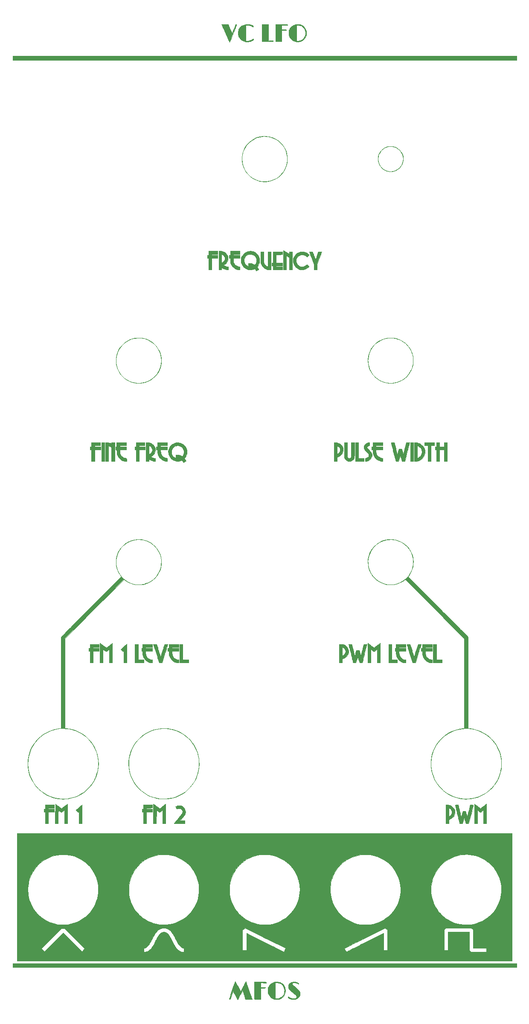
<source format=gbr>
%TF.GenerationSoftware,KiCad,Pcbnew,5.1.8-db9833491~88~ubuntu20.04.1*%
%TF.CreationDate,2020-12-01T09:53:33-05:00*%
%TF.ProjectId,mfos_vclfo_nosync-panel,6d666f73-5f76-4636-9c66-6f5f6e6f7379,rev?*%
%TF.SameCoordinates,Original*%
%TF.FileFunction,Legend,Top*%
%TF.FilePolarity,Positive*%
%FSLAX46Y46*%
G04 Gerber Fmt 4.6, Leading zero omitted, Abs format (unit mm)*
G04 Created by KiCad (PCBNEW 5.1.8-db9833491~88~ubuntu20.04.1) date 2020-12-01 09:53:33*
%MOMM*%
%LPD*%
G01*
G04 APERTURE LIST*
%ADD10C,0.010000*%
G04 APERTURE END LIST*
D10*
%TO.C,G\u002A\u002A\u002A*%
G36*
X69197135Y-173215105D02*
G01*
X69231808Y-173277783D01*
X69284877Y-173376659D01*
X69353966Y-173507222D01*
X69436696Y-173664961D01*
X69530691Y-173845367D01*
X69633574Y-174043930D01*
X69720967Y-174213375D01*
X70245834Y-175233081D01*
X70758569Y-174207860D01*
X70896691Y-173933201D01*
X71013617Y-173703985D01*
X71109659Y-173519635D01*
X71185130Y-173379570D01*
X71240340Y-173283212D01*
X71275603Y-173229983D01*
X71291230Y-173219304D01*
X71291266Y-173219369D01*
X71302579Y-173248629D01*
X71328726Y-173320961D01*
X71368103Y-173431743D01*
X71419106Y-173576352D01*
X71480129Y-173750167D01*
X71549569Y-173948564D01*
X71625821Y-174166922D01*
X71707280Y-174400618D01*
X71792341Y-174645029D01*
X71879400Y-174895534D01*
X71966853Y-175147510D01*
X72053094Y-175396335D01*
X72136519Y-175637385D01*
X72215524Y-175866040D01*
X72288504Y-176077677D01*
X72353854Y-176267672D01*
X72409970Y-176431405D01*
X72455248Y-176564252D01*
X72488081Y-176661591D01*
X72506867Y-176718800D01*
X72510800Y-176732470D01*
X72486527Y-176736854D01*
X72418215Y-176740784D01*
X72312625Y-176744092D01*
X72176516Y-176746608D01*
X72016650Y-176748162D01*
X71868143Y-176748600D01*
X71225486Y-176748600D01*
X70937183Y-175853250D01*
X70871298Y-175649507D01*
X70809802Y-175460990D01*
X70754521Y-175293180D01*
X70707286Y-175151559D01*
X70669924Y-175041609D01*
X70644266Y-174968810D01*
X70632140Y-174938643D01*
X70631919Y-174938349D01*
X70617017Y-174955107D01*
X70583451Y-175012198D01*
X70534169Y-175103980D01*
X70472118Y-175224813D01*
X70400246Y-175369055D01*
X70321501Y-175531064D01*
X70313399Y-175547949D01*
X70223723Y-175734996D01*
X70131812Y-175926629D01*
X70042778Y-176112189D01*
X69961737Y-176281020D01*
X69893803Y-176422463D01*
X69855472Y-176502202D01*
X69699106Y-176827305D01*
X69222012Y-175975152D01*
X69115469Y-175785558D01*
X69016406Y-175610629D01*
X68927598Y-175455165D01*
X68851820Y-175323961D01*
X68791845Y-175221817D01*
X68750449Y-175153529D01*
X68730405Y-175123895D01*
X68729209Y-175123029D01*
X68717164Y-175146093D01*
X68692228Y-175210635D01*
X68656857Y-175309706D01*
X68613505Y-175436357D01*
X68564629Y-175583639D01*
X68543010Y-175650079D01*
X68458110Y-175912161D01*
X68387004Y-176129975D01*
X68327935Y-176307616D01*
X68279146Y-176449176D01*
X68238878Y-176558749D01*
X68205374Y-176640428D01*
X68176876Y-176698308D01*
X68151627Y-176736481D01*
X68127868Y-176759040D01*
X68103843Y-176770080D01*
X68077792Y-176773693D01*
X68060400Y-176774000D01*
X68015811Y-176753030D01*
X67986172Y-176713120D01*
X67976551Y-176678936D01*
X67979727Y-176636026D01*
X67998454Y-176574432D01*
X68035490Y-176484194D01*
X68072273Y-176401970D01*
X68100935Y-176332414D01*
X68143633Y-176219697D01*
X68198575Y-176068929D01*
X68263973Y-175885222D01*
X68338034Y-175673686D01*
X68418970Y-175439431D01*
X68504990Y-175187568D01*
X68594304Y-174923209D01*
X68678242Y-174672150D01*
X68765656Y-174409969D01*
X68848517Y-174162642D01*
X68925419Y-173934291D01*
X68994955Y-173729034D01*
X69055720Y-173550992D01*
X69106305Y-173404284D01*
X69145304Y-173293032D01*
X69171311Y-173221354D01*
X69182918Y-173193371D01*
X69183235Y-173193134D01*
X69197135Y-173215105D01*
G37*
X69197135Y-173215105D02*
X69231808Y-173277783D01*
X69284877Y-173376659D01*
X69353966Y-173507222D01*
X69436696Y-173664961D01*
X69530691Y-173845367D01*
X69633574Y-174043930D01*
X69720967Y-174213375D01*
X70245834Y-175233081D01*
X70758569Y-174207860D01*
X70896691Y-173933201D01*
X71013617Y-173703985D01*
X71109659Y-173519635D01*
X71185130Y-173379570D01*
X71240340Y-173283212D01*
X71275603Y-173229983D01*
X71291230Y-173219304D01*
X71291266Y-173219369D01*
X71302579Y-173248629D01*
X71328726Y-173320961D01*
X71368103Y-173431743D01*
X71419106Y-173576352D01*
X71480129Y-173750167D01*
X71549569Y-173948564D01*
X71625821Y-174166922D01*
X71707280Y-174400618D01*
X71792341Y-174645029D01*
X71879400Y-174895534D01*
X71966853Y-175147510D01*
X72053094Y-175396335D01*
X72136519Y-175637385D01*
X72215524Y-175866040D01*
X72288504Y-176077677D01*
X72353854Y-176267672D01*
X72409970Y-176431405D01*
X72455248Y-176564252D01*
X72488081Y-176661591D01*
X72506867Y-176718800D01*
X72510800Y-176732470D01*
X72486527Y-176736854D01*
X72418215Y-176740784D01*
X72312625Y-176744092D01*
X72176516Y-176746608D01*
X72016650Y-176748162D01*
X71868143Y-176748600D01*
X71225486Y-176748600D01*
X70937183Y-175853250D01*
X70871298Y-175649507D01*
X70809802Y-175460990D01*
X70754521Y-175293180D01*
X70707286Y-175151559D01*
X70669924Y-175041609D01*
X70644266Y-174968810D01*
X70632140Y-174938643D01*
X70631919Y-174938349D01*
X70617017Y-174955107D01*
X70583451Y-175012198D01*
X70534169Y-175103980D01*
X70472118Y-175224813D01*
X70400246Y-175369055D01*
X70321501Y-175531064D01*
X70313399Y-175547949D01*
X70223723Y-175734996D01*
X70131812Y-175926629D01*
X70042778Y-176112189D01*
X69961737Y-176281020D01*
X69893803Y-176422463D01*
X69855472Y-176502202D01*
X69699106Y-176827305D01*
X69222012Y-175975152D01*
X69115469Y-175785558D01*
X69016406Y-175610629D01*
X68927598Y-175455165D01*
X68851820Y-175323961D01*
X68791845Y-175221817D01*
X68750449Y-175153529D01*
X68730405Y-175123895D01*
X68729209Y-175123029D01*
X68717164Y-175146093D01*
X68692228Y-175210635D01*
X68656857Y-175309706D01*
X68613505Y-175436357D01*
X68564629Y-175583639D01*
X68543010Y-175650079D01*
X68458110Y-175912161D01*
X68387004Y-176129975D01*
X68327935Y-176307616D01*
X68279146Y-176449176D01*
X68238878Y-176558749D01*
X68205374Y-176640428D01*
X68176876Y-176698308D01*
X68151627Y-176736481D01*
X68127868Y-176759040D01*
X68103843Y-176770080D01*
X68077792Y-176773693D01*
X68060400Y-176774000D01*
X68015811Y-176753030D01*
X67986172Y-176713120D01*
X67976551Y-176678936D01*
X67979727Y-176636026D01*
X67998454Y-176574432D01*
X68035490Y-176484194D01*
X68072273Y-176401970D01*
X68100935Y-176332414D01*
X68143633Y-176219697D01*
X68198575Y-176068929D01*
X68263973Y-175885222D01*
X68338034Y-175673686D01*
X68418970Y-175439431D01*
X68504990Y-175187568D01*
X68594304Y-174923209D01*
X68678242Y-174672150D01*
X68765656Y-174409969D01*
X68848517Y-174162642D01*
X68925419Y-173934291D01*
X68994955Y-173729034D01*
X69055720Y-173550992D01*
X69106305Y-173404284D01*
X69145304Y-173293032D01*
X69171311Y-173221354D01*
X69182918Y-173193371D01*
X69183235Y-173193134D01*
X69197135Y-173215105D01*
G36*
X77639759Y-173308203D02*
G01*
X77856816Y-173340706D01*
X78021989Y-173384277D01*
X78229401Y-173471853D01*
X78430709Y-173588853D01*
X78609749Y-173724857D01*
X78721584Y-173835203D01*
X78817842Y-173963929D01*
X78913006Y-174125488D01*
X78998526Y-174302463D01*
X79065850Y-174477437D01*
X79102123Y-174610310D01*
X79142026Y-174916643D01*
X79136251Y-175213066D01*
X79087131Y-175495617D01*
X78996996Y-175760328D01*
X78868178Y-176003236D01*
X78703007Y-176220374D01*
X78503816Y-176407779D01*
X78272935Y-176561485D01*
X78012695Y-176677526D01*
X77859786Y-176723383D01*
X77669701Y-176757282D01*
X77455093Y-176772678D01*
X77235623Y-176769561D01*
X77030952Y-176747922D01*
X76914666Y-176723790D01*
X76637897Y-176625983D01*
X76387539Y-176486231D01*
X76166878Y-176307820D01*
X75979196Y-176094035D01*
X75827778Y-175848164D01*
X75715909Y-175573490D01*
X75695407Y-175504000D01*
X75672966Y-175400751D01*
X75658736Y-175279109D01*
X75651666Y-175127187D01*
X75650414Y-174996000D01*
X75651649Y-174848513D01*
X75656241Y-174737506D01*
X75665990Y-174648683D01*
X75682698Y-174567747D01*
X75708165Y-174480402D01*
X75719885Y-174444451D01*
X75810661Y-174230259D01*
X75936048Y-174019549D01*
X76084454Y-173830091D01*
X76188490Y-173726115D01*
X76326562Y-173621469D01*
X76497445Y-173519825D01*
X76596487Y-173472000D01*
X77159000Y-173472000D01*
X77159000Y-176593416D01*
X77279650Y-176601158D01*
X77508543Y-176598739D01*
X77743576Y-176565915D01*
X77960723Y-176506261D01*
X77989593Y-176495482D01*
X78233784Y-176374500D01*
X78447006Y-176214966D01*
X78626414Y-176020635D01*
X78769160Y-175795261D01*
X78872397Y-175542600D01*
X78933280Y-175266405D01*
X78935723Y-175247571D01*
X78948584Y-174962999D01*
X78917125Y-174689494D01*
X78843822Y-174431969D01*
X78731153Y-174195334D01*
X78581596Y-173984502D01*
X78397626Y-173804384D01*
X78181721Y-173659891D01*
X78118885Y-173627915D01*
X77955937Y-173557088D01*
X77807382Y-173510362D01*
X77654276Y-173483634D01*
X77477673Y-173472802D01*
X77399049Y-173472000D01*
X77159000Y-173472000D01*
X76596487Y-173472000D01*
X76683486Y-173429991D01*
X76867028Y-173360774D01*
X76983402Y-173329552D01*
X77184627Y-173301655D01*
X77409554Y-173294862D01*
X77639759Y-173308203D01*
G37*
X77639759Y-173308203D02*
X77856816Y-173340706D01*
X78021989Y-173384277D01*
X78229401Y-173471853D01*
X78430709Y-173588853D01*
X78609749Y-173724857D01*
X78721584Y-173835203D01*
X78817842Y-173963929D01*
X78913006Y-174125488D01*
X78998526Y-174302463D01*
X79065850Y-174477437D01*
X79102123Y-174610310D01*
X79142026Y-174916643D01*
X79136251Y-175213066D01*
X79087131Y-175495617D01*
X78996996Y-175760328D01*
X78868178Y-176003236D01*
X78703007Y-176220374D01*
X78503816Y-176407779D01*
X78272935Y-176561485D01*
X78012695Y-176677526D01*
X77859786Y-176723383D01*
X77669701Y-176757282D01*
X77455093Y-176772678D01*
X77235623Y-176769561D01*
X77030952Y-176747922D01*
X76914666Y-176723790D01*
X76637897Y-176625983D01*
X76387539Y-176486231D01*
X76166878Y-176307820D01*
X75979196Y-176094035D01*
X75827778Y-175848164D01*
X75715909Y-175573490D01*
X75695407Y-175504000D01*
X75672966Y-175400751D01*
X75658736Y-175279109D01*
X75651666Y-175127187D01*
X75650414Y-174996000D01*
X75651649Y-174848513D01*
X75656241Y-174737506D01*
X75665990Y-174648683D01*
X75682698Y-174567747D01*
X75708165Y-174480402D01*
X75719885Y-174444451D01*
X75810661Y-174230259D01*
X75936048Y-174019549D01*
X76084454Y-173830091D01*
X76188490Y-173726115D01*
X76326562Y-173621469D01*
X76497445Y-173519825D01*
X76596487Y-173472000D01*
X77159000Y-173472000D01*
X77159000Y-176593416D01*
X77279650Y-176601158D01*
X77508543Y-176598739D01*
X77743576Y-176565915D01*
X77960723Y-176506261D01*
X77989593Y-176495482D01*
X78233784Y-176374500D01*
X78447006Y-176214966D01*
X78626414Y-176020635D01*
X78769160Y-175795261D01*
X78872397Y-175542600D01*
X78933280Y-175266405D01*
X78935723Y-175247571D01*
X78948584Y-174962999D01*
X78917125Y-174689494D01*
X78843822Y-174431969D01*
X78731153Y-174195334D01*
X78581596Y-173984502D01*
X78397626Y-173804384D01*
X78181721Y-173659891D01*
X78118885Y-173627915D01*
X77955937Y-173557088D01*
X77807382Y-173510362D01*
X77654276Y-173483634D01*
X77477673Y-173472802D01*
X77399049Y-173472000D01*
X77159000Y-173472000D01*
X76596487Y-173472000D01*
X76683486Y-173429991D01*
X76867028Y-173360774D01*
X76983402Y-173329552D01*
X77184627Y-173301655D01*
X77409554Y-173294862D01*
X77639759Y-173308203D01*
G36*
X81125945Y-173310109D02*
G01*
X81353234Y-173357171D01*
X81557307Y-173437747D01*
X81585434Y-173452292D01*
X81699689Y-173525702D01*
X81764156Y-173597409D01*
X81778431Y-173666904D01*
X81773015Y-173686856D01*
X81739700Y-173731670D01*
X81685615Y-173738417D01*
X81606173Y-173706761D01*
X81546011Y-173670239D01*
X81404360Y-173585679D01*
X81273521Y-173530068D01*
X81134052Y-173497270D01*
X80966511Y-173481146D01*
X80943600Y-173480040D01*
X80799264Y-173477692D01*
X80695591Y-173487540D01*
X80623286Y-173512571D01*
X80573054Y-173555769D01*
X80540542Y-173609475D01*
X80521173Y-173663069D01*
X80517345Y-173717243D01*
X80532027Y-173775705D01*
X80568189Y-173842162D01*
X80628800Y-173920319D01*
X80716829Y-174013885D01*
X80835244Y-174126566D01*
X80987016Y-174262070D01*
X81175112Y-174424102D01*
X81231221Y-174471785D01*
X81472238Y-174686421D01*
X81668571Y-174884895D01*
X81822310Y-175070856D01*
X81935548Y-175247958D01*
X82010376Y-175419849D01*
X82048886Y-175590183D01*
X82053170Y-175762609D01*
X82038098Y-175880233D01*
X81973663Y-176097953D01*
X81866403Y-176289714D01*
X81718196Y-176453687D01*
X81530923Y-176588038D01*
X81306461Y-176690938D01*
X81160513Y-176735350D01*
X81058274Y-176752907D01*
X80921480Y-176764772D01*
X80766080Y-176770742D01*
X80608024Y-176770612D01*
X80463258Y-176764180D01*
X80347732Y-176751240D01*
X80321300Y-176746089D01*
X80165210Y-176703191D01*
X80014345Y-176647513D01*
X79877337Y-176583641D01*
X79762824Y-176516161D01*
X79679441Y-176449659D01*
X79635821Y-176388721D01*
X79633334Y-176380714D01*
X79634832Y-176307958D01*
X79672899Y-176256881D01*
X79728599Y-176240600D01*
X79773324Y-176255286D01*
X79841686Y-176293591D01*
X79910936Y-176341436D01*
X80007465Y-176404778D01*
X80124611Y-176468412D01*
X80220996Y-176511861D01*
X80300033Y-176541198D01*
X80369985Y-176561012D01*
X80444342Y-176573182D01*
X80536595Y-176579588D01*
X80660236Y-176582112D01*
X80727700Y-176582475D01*
X80867640Y-176582028D01*
X80968002Y-176578717D01*
X81039990Y-176571112D01*
X81094804Y-176557780D01*
X81143648Y-176537290D01*
X81164171Y-176526690D01*
X81268220Y-176456283D01*
X81327894Y-176376149D01*
X81349617Y-176277039D01*
X81350000Y-176259086D01*
X81346101Y-176200189D01*
X81332000Y-176143312D01*
X81304092Y-176084571D01*
X81258770Y-176020079D01*
X81192428Y-175945951D01*
X81101462Y-175858304D01*
X80982263Y-175753251D01*
X80831228Y-175626907D01*
X80644749Y-175475388D01*
X80557840Y-175405590D01*
X80363500Y-175246653D01*
X80206027Y-175109884D01*
X80079890Y-174989465D01*
X79979559Y-174879579D01*
X79899506Y-174774405D01*
X79834200Y-174668128D01*
X79806460Y-174615000D01*
X79774486Y-174545470D01*
X79754115Y-174482515D01*
X79742799Y-174411188D01*
X79737984Y-174316544D01*
X79737100Y-174208600D01*
X79738541Y-174081943D01*
X79744414Y-173991695D01*
X79757039Y-173923509D01*
X79778740Y-173863037D01*
X79800287Y-173818175D01*
X79911961Y-173654219D01*
X80063055Y-173518480D01*
X80249469Y-173412973D01*
X80467102Y-173339709D01*
X80711854Y-173300705D01*
X80866386Y-173294575D01*
X81125945Y-173310109D01*
G37*
X81125945Y-173310109D02*
X81353234Y-173357171D01*
X81557307Y-173437747D01*
X81585434Y-173452292D01*
X81699689Y-173525702D01*
X81764156Y-173597409D01*
X81778431Y-173666904D01*
X81773015Y-173686856D01*
X81739700Y-173731670D01*
X81685615Y-173738417D01*
X81606173Y-173706761D01*
X81546011Y-173670239D01*
X81404360Y-173585679D01*
X81273521Y-173530068D01*
X81134052Y-173497270D01*
X80966511Y-173481146D01*
X80943600Y-173480040D01*
X80799264Y-173477692D01*
X80695591Y-173487540D01*
X80623286Y-173512571D01*
X80573054Y-173555769D01*
X80540542Y-173609475D01*
X80521173Y-173663069D01*
X80517345Y-173717243D01*
X80532027Y-173775705D01*
X80568189Y-173842162D01*
X80628800Y-173920319D01*
X80716829Y-174013885D01*
X80835244Y-174126566D01*
X80987016Y-174262070D01*
X81175112Y-174424102D01*
X81231221Y-174471785D01*
X81472238Y-174686421D01*
X81668571Y-174884895D01*
X81822310Y-175070856D01*
X81935548Y-175247958D01*
X82010376Y-175419849D01*
X82048886Y-175590183D01*
X82053170Y-175762609D01*
X82038098Y-175880233D01*
X81973663Y-176097953D01*
X81866403Y-176289714D01*
X81718196Y-176453687D01*
X81530923Y-176588038D01*
X81306461Y-176690938D01*
X81160513Y-176735350D01*
X81058274Y-176752907D01*
X80921480Y-176764772D01*
X80766080Y-176770742D01*
X80608024Y-176770612D01*
X80463258Y-176764180D01*
X80347732Y-176751240D01*
X80321300Y-176746089D01*
X80165210Y-176703191D01*
X80014345Y-176647513D01*
X79877337Y-176583641D01*
X79762824Y-176516161D01*
X79679441Y-176449659D01*
X79635821Y-176388721D01*
X79633334Y-176380714D01*
X79634832Y-176307958D01*
X79672899Y-176256881D01*
X79728599Y-176240600D01*
X79773324Y-176255286D01*
X79841686Y-176293591D01*
X79910936Y-176341436D01*
X80007465Y-176404778D01*
X80124611Y-176468412D01*
X80220996Y-176511861D01*
X80300033Y-176541198D01*
X80369985Y-176561012D01*
X80444342Y-176573182D01*
X80536595Y-176579588D01*
X80660236Y-176582112D01*
X80727700Y-176582475D01*
X80867640Y-176582028D01*
X80968002Y-176578717D01*
X81039990Y-176571112D01*
X81094804Y-176557780D01*
X81143648Y-176537290D01*
X81164171Y-176526690D01*
X81268220Y-176456283D01*
X81327894Y-176376149D01*
X81349617Y-176277039D01*
X81350000Y-176259086D01*
X81346101Y-176200189D01*
X81332000Y-176143312D01*
X81304092Y-176084571D01*
X81258770Y-176020079D01*
X81192428Y-175945951D01*
X81101462Y-175858304D01*
X80982263Y-175753251D01*
X80831228Y-175626907D01*
X80644749Y-175475388D01*
X80557840Y-175405590D01*
X80363500Y-175246653D01*
X80206027Y-175109884D01*
X80079890Y-174989465D01*
X79979559Y-174879579D01*
X79899506Y-174774405D01*
X79834200Y-174668128D01*
X79806460Y-174615000D01*
X79774486Y-174545470D01*
X79754115Y-174482515D01*
X79742799Y-174411188D01*
X79737984Y-174316544D01*
X79737100Y-174208600D01*
X79738541Y-174081943D01*
X79744414Y-173991695D01*
X79757039Y-173923509D01*
X79778740Y-173863037D01*
X79800287Y-173818175D01*
X79911961Y-173654219D01*
X80063055Y-173518480D01*
X80249469Y-173412973D01*
X80467102Y-173339709D01*
X80711854Y-173300705D01*
X80866386Y-173294575D01*
X81125945Y-173310109D01*
G36*
X74733983Y-173324755D02*
G01*
X74954335Y-173326588D01*
X75124635Y-173329949D01*
X75244679Y-173334835D01*
X75314265Y-173341243D01*
X75331379Y-173345631D01*
X75373667Y-173390778D01*
X75374039Y-173447740D01*
X75333231Y-173500736D01*
X75323850Y-173507212D01*
X75269444Y-173528795D01*
X75195794Y-173529823D01*
X75139700Y-173522011D01*
X75068496Y-173514189D01*
X74959447Y-173507413D01*
X74825504Y-173502264D01*
X74679617Y-173499324D01*
X74625350Y-173498914D01*
X74238000Y-173497400D01*
X74238000Y-174361000D01*
X74666689Y-174361000D01*
X74828305Y-174361676D01*
X74946469Y-174364133D01*
X75028515Y-174369008D01*
X75081780Y-174376939D01*
X75113598Y-174388566D01*
X75128766Y-174401229D01*
X75148429Y-174450103D01*
X75135489Y-174483779D01*
X75119410Y-174499548D01*
X75089090Y-174511255D01*
X75037271Y-174519674D01*
X74956696Y-174525578D01*
X74840105Y-174529742D01*
X74680240Y-174532940D01*
X74673412Y-174533049D01*
X74238000Y-174539999D01*
X74238000Y-176748600D01*
X73627602Y-176748600D01*
X73424146Y-176747953D01*
X73266821Y-176745855D01*
X73150973Y-176742068D01*
X73071947Y-176736355D01*
X73025089Y-176728478D01*
X73005745Y-176718200D01*
X73005073Y-176716850D01*
X73003091Y-176686604D01*
X73001406Y-176609851D01*
X73000030Y-176490882D01*
X72998979Y-176333991D01*
X72998266Y-176143469D01*
X72997905Y-175923608D01*
X72997909Y-175678700D01*
X72998294Y-175413038D01*
X72999073Y-175130913D01*
X72999520Y-175008700D01*
X73006100Y-173332300D01*
X74143929Y-173325687D01*
X74463780Y-173324453D01*
X74733983Y-173324755D01*
G37*
X74733983Y-173324755D02*
X74954335Y-173326588D01*
X75124635Y-173329949D01*
X75244679Y-173334835D01*
X75314265Y-173341243D01*
X75331379Y-173345631D01*
X75373667Y-173390778D01*
X75374039Y-173447740D01*
X75333231Y-173500736D01*
X75323850Y-173507212D01*
X75269444Y-173528795D01*
X75195794Y-173529823D01*
X75139700Y-173522011D01*
X75068496Y-173514189D01*
X74959447Y-173507413D01*
X74825504Y-173502264D01*
X74679617Y-173499324D01*
X74625350Y-173498914D01*
X74238000Y-173497400D01*
X74238000Y-174361000D01*
X74666689Y-174361000D01*
X74828305Y-174361676D01*
X74946469Y-174364133D01*
X75028515Y-174369008D01*
X75081780Y-174376939D01*
X75113598Y-174388566D01*
X75128766Y-174401229D01*
X75148429Y-174450103D01*
X75135489Y-174483779D01*
X75119410Y-174499548D01*
X75089090Y-174511255D01*
X75037271Y-174519674D01*
X74956696Y-174525578D01*
X74840105Y-174529742D01*
X74680240Y-174532940D01*
X74673412Y-174533049D01*
X74238000Y-174539999D01*
X74238000Y-176748600D01*
X73627602Y-176748600D01*
X73424146Y-176747953D01*
X73266821Y-176745855D01*
X73150973Y-176742068D01*
X73071947Y-176736355D01*
X73025089Y-176728478D01*
X73005745Y-176718200D01*
X73005073Y-176716850D01*
X73003091Y-176686604D01*
X73001406Y-176609851D01*
X73000030Y-176490882D01*
X72998979Y-176333991D01*
X72998266Y-176143469D01*
X72997905Y-175923608D01*
X72997909Y-175678700D01*
X72998294Y-175413038D01*
X72999073Y-175130913D01*
X72999520Y-175008700D01*
X73006100Y-173332300D01*
X74143929Y-173325687D01*
X74463780Y-173324453D01*
X74733983Y-173324755D01*
G36*
X125012600Y-170398600D02*
G01*
X25012800Y-170398600D01*
X25012800Y-169611200D01*
X125012600Y-169611200D01*
X125012600Y-170398600D01*
G37*
X125012600Y-170398600D02*
X25012800Y-170398600D01*
X25012800Y-169611200D01*
X125012600Y-169611200D01*
X125012600Y-170398600D01*
G36*
X124149050Y-169128600D02*
G01*
X25876349Y-169128600D01*
X25877220Y-167401400D01*
X51021110Y-167401400D01*
X51078905Y-167400513D01*
X51131681Y-167395641D01*
X51216851Y-167383628D01*
X51316932Y-167366967D01*
X51327200Y-167365121D01*
X51594797Y-167294931D01*
X51847732Y-167183099D01*
X52088090Y-167027951D01*
X52317960Y-166827814D01*
X52539426Y-166581017D01*
X52754576Y-166285884D01*
X52840730Y-166151676D01*
X52889356Y-166069260D01*
X52956653Y-165949359D01*
X53038383Y-165799830D01*
X53130308Y-165628529D01*
X53228189Y-165443313D01*
X53327789Y-165252039D01*
X53365464Y-165178900D01*
X53541637Y-164842170D01*
X53702259Y-164549825D01*
X53849928Y-164298803D01*
X53987242Y-164086041D01*
X54116799Y-163908476D01*
X54241196Y-163763046D01*
X54363030Y-163646688D01*
X54484900Y-163556340D01*
X54609403Y-163488938D01*
X54739137Y-163441421D01*
X54863300Y-163412989D01*
X55066934Y-163399075D01*
X55261797Y-163431067D01*
X55451448Y-163510275D01*
X55639448Y-163638006D01*
X55755540Y-163740984D01*
X55845453Y-163833529D01*
X55933964Y-163937822D01*
X56024130Y-164058710D01*
X56119006Y-164201040D01*
X56221651Y-164369662D01*
X56335121Y-164569422D01*
X56462472Y-164805168D01*
X56606762Y-165081748D01*
X56632370Y-165131566D01*
X56781853Y-165420687D01*
X56913080Y-165669084D01*
X57029316Y-165882053D01*
X57133829Y-166064885D01*
X57229883Y-166222875D01*
X57320745Y-166361314D01*
X57409681Y-166485497D01*
X57499957Y-166600715D01*
X57594839Y-166712264D01*
X57636463Y-166758866D01*
X57837625Y-166951005D01*
X58063589Y-167113506D01*
X58305380Y-167241799D01*
X58554022Y-167331313D01*
X58800543Y-167377478D01*
X58859220Y-167381638D01*
X59010700Y-167388700D01*
X59017708Y-167001999D01*
X59017864Y-166995000D01*
X70605492Y-166995000D01*
X71418600Y-166995000D01*
X71418600Y-163642165D01*
X75120650Y-165494979D01*
X75527108Y-165698394D01*
X75921156Y-165895579D01*
X76300408Y-166085339D01*
X76662475Y-166266482D01*
X77004971Y-166437814D01*
X77325509Y-166598140D01*
X77621701Y-166746267D01*
X77891161Y-166881003D01*
X78131501Y-167001152D01*
X78340334Y-167105521D01*
X78515273Y-167192917D01*
X78653931Y-167262147D01*
X78753920Y-167312015D01*
X78812854Y-167341330D01*
X78828880Y-167349196D01*
X78841733Y-167328228D01*
X78873194Y-167269427D01*
X78919276Y-167180454D01*
X78975991Y-167068974D01*
X79013170Y-166995059D01*
X79188883Y-166644300D01*
X90859768Y-166644300D01*
X90867249Y-166670203D01*
X90892945Y-166731659D01*
X90932223Y-166819006D01*
X90980449Y-166922582D01*
X91032992Y-167032725D01*
X91085218Y-167139773D01*
X91132493Y-167234064D01*
X91170185Y-167305936D01*
X91193661Y-167345728D01*
X91198448Y-167350600D01*
X91221525Y-167339435D01*
X91287649Y-167306735D01*
X91394434Y-167253691D01*
X91539493Y-167181493D01*
X91720440Y-167091333D01*
X91934889Y-166984401D01*
X92180454Y-166861888D01*
X92454749Y-166724986D01*
X92755388Y-166574885D01*
X93079984Y-166412776D01*
X93426151Y-166239850D01*
X93791503Y-166057298D01*
X94173654Y-165866311D01*
X94570217Y-165668079D01*
X94913634Y-165496382D01*
X98622000Y-163642165D01*
X98622000Y-166995000D01*
X99409400Y-166995000D01*
X99409124Y-164994750D01*
X99408849Y-162994500D01*
X99406900Y-162993308D01*
X110610800Y-162993308D01*
X110610800Y-166995000D01*
X111397859Y-166995000D01*
X111404379Y-165197950D01*
X111410900Y-163400900D01*
X115614600Y-163387906D01*
X115614600Y-167006576D01*
X116007108Y-167401400D01*
X119018200Y-167401400D01*
X119018200Y-166614461D01*
X117716450Y-166607880D01*
X116414700Y-166601300D01*
X116408177Y-164798288D01*
X116401655Y-162995277D01*
X116205573Y-162798038D01*
X116009491Y-162600800D01*
X111005623Y-162600800D01*
X110808211Y-162797054D01*
X110610800Y-162993308D01*
X99406900Y-162993308D01*
X99123374Y-162819961D01*
X98837900Y-162645423D01*
X94854521Y-164636061D01*
X94432478Y-164847038D01*
X94022720Y-165052005D01*
X93627553Y-165249803D01*
X93249285Y-165439271D01*
X92890222Y-165619250D01*
X92552672Y-165788580D01*
X92238941Y-165946101D01*
X91951337Y-166090654D01*
X91692167Y-166221078D01*
X91463737Y-166336214D01*
X91268355Y-166434903D01*
X91108328Y-166515983D01*
X90985963Y-166578297D01*
X90903567Y-166620682D01*
X90863446Y-166641981D01*
X90859768Y-166644300D01*
X79188883Y-166644300D01*
X79191279Y-166639518D01*
X75194056Y-164640954D01*
X71196832Y-162642391D01*
X70907666Y-162820117D01*
X70618500Y-162997842D01*
X70605492Y-166995000D01*
X59017864Y-166995000D01*
X59021030Y-166853101D01*
X59022129Y-166747062D01*
X59017108Y-166675969D01*
X59002067Y-166631907D01*
X58973109Y-166606963D01*
X58926336Y-166593224D01*
X58857850Y-166582775D01*
X58807500Y-166575242D01*
X58633452Y-166523104D01*
X58456676Y-166423507D01*
X58281363Y-166279318D01*
X58122479Y-166106700D01*
X58049158Y-166013237D01*
X57976496Y-165912174D01*
X57901386Y-165798214D01*
X57820719Y-165666057D01*
X57731388Y-165510406D01*
X57630283Y-165325963D01*
X57514298Y-165107429D01*
X57380323Y-164849506D01*
X57347225Y-164785200D01*
X57197548Y-164496481D01*
X57065914Y-164248718D01*
X56949030Y-164036767D01*
X56843601Y-163855481D01*
X56746335Y-163699717D01*
X56653936Y-163564328D01*
X56563111Y-163444170D01*
X56470567Y-163334098D01*
X56373008Y-163228966D01*
X56310691Y-163166113D01*
X56070982Y-162959891D01*
X55816911Y-162801489D01*
X55545305Y-162689173D01*
X55341256Y-162636690D01*
X55050063Y-162603819D01*
X54763444Y-162620817D01*
X54484293Y-162686780D01*
X54215504Y-162800806D01*
X53959972Y-162961989D01*
X53761142Y-163129873D01*
X53652254Y-163236819D01*
X53552253Y-163343247D01*
X53457833Y-163454231D01*
X53365691Y-163574843D01*
X53272520Y-163710158D01*
X53175018Y-163865250D01*
X53069879Y-164045192D01*
X52953798Y-164255057D01*
X52823472Y-164499921D01*
X52675595Y-164784855D01*
X52647075Y-164840370D01*
X52547126Y-165032811D01*
X52445724Y-165223787D01*
X52347427Y-165405023D01*
X52256792Y-165568239D01*
X52178375Y-165705160D01*
X52116733Y-165807508D01*
X52101711Y-165830970D01*
X51922551Y-166078260D01*
X51740243Y-166277870D01*
X51555733Y-166429035D01*
X51369964Y-166530992D01*
X51183881Y-166582978D01*
X51169011Y-166584955D01*
X51035100Y-166601300D01*
X51021110Y-167401400D01*
X25877220Y-167401400D01*
X25877567Y-166715226D01*
X30740994Y-166715226D01*
X31298844Y-167274812D01*
X33153229Y-165420427D01*
X35007613Y-163566042D01*
X38728723Y-167286894D01*
X39014410Y-167001206D01*
X39300098Y-166715519D01*
X37306359Y-164721659D01*
X35312621Y-162727800D01*
X34728178Y-162727800D01*
X30740994Y-166715226D01*
X25877567Y-166715226D01*
X25882724Y-156498450D01*
X25883532Y-154897521D01*
X28039519Y-154897521D01*
X28041621Y-155127255D01*
X28047693Y-155358002D01*
X28057485Y-155578219D01*
X28070742Y-155776362D01*
X28087214Y-155940889D01*
X28096219Y-156004730D01*
X28217116Y-156607334D01*
X28382427Y-157187506D01*
X28591498Y-157743876D01*
X28843675Y-158275072D01*
X29138308Y-158779726D01*
X29474741Y-159256465D01*
X29852322Y-159703918D01*
X29865226Y-159717900D01*
X30293397Y-160144001D01*
X30749967Y-160528547D01*
X31232964Y-160870566D01*
X31740416Y-161169091D01*
X32270350Y-161423150D01*
X32820793Y-161631776D01*
X33389773Y-161793998D01*
X33975316Y-161908846D01*
X34436200Y-161964384D01*
X34640980Y-161976377D01*
X34880908Y-161980490D01*
X35141027Y-161977207D01*
X35406378Y-161967012D01*
X35662003Y-161950387D01*
X35892942Y-161927817D01*
X35998300Y-161913892D01*
X36586455Y-161801692D01*
X37161326Y-161641064D01*
X37719864Y-161433337D01*
X38259022Y-161179836D01*
X38775752Y-160881891D01*
X39267008Y-160540828D01*
X39414600Y-160425789D01*
X39551031Y-160310105D01*
X39709142Y-160165602D01*
X39878440Y-160002773D01*
X40048431Y-159832113D01*
X40208622Y-159664114D01*
X40348518Y-159509270D01*
X40439989Y-159400400D01*
X40797105Y-158914530D01*
X41109287Y-158405122D01*
X41376226Y-157872915D01*
X41597612Y-157318647D01*
X41773135Y-156743057D01*
X41902486Y-156146882D01*
X41957642Y-155780900D01*
X41970524Y-155642156D01*
X41979920Y-155464710D01*
X41985833Y-155260538D01*
X41988262Y-155041619D01*
X41987208Y-154819930D01*
X41986034Y-154764900D01*
X48033994Y-154764900D01*
X48037140Y-155353789D01*
X48089579Y-155934782D01*
X48190088Y-156505367D01*
X48337444Y-157063035D01*
X48530426Y-157605273D01*
X48767813Y-158129573D01*
X49048382Y-158633423D01*
X49370911Y-159114313D01*
X49734179Y-159569731D01*
X50136963Y-159997168D01*
X50578041Y-160394112D01*
X50894124Y-160641566D01*
X51368653Y-160961241D01*
X51870448Y-161239840D01*
X52395304Y-161476170D01*
X52939017Y-161669034D01*
X53497384Y-161817238D01*
X54066201Y-161919585D01*
X54641263Y-161974881D01*
X55218368Y-161981930D01*
X55544872Y-161964041D01*
X56144555Y-161891718D01*
X56726960Y-161771764D01*
X57290956Y-161604714D01*
X57835415Y-161391103D01*
X58359205Y-161131465D01*
X58861195Y-160826335D01*
X59340257Y-160476248D01*
X59795258Y-160081739D01*
X60045484Y-159835057D01*
X60440696Y-159391389D01*
X60792908Y-158921025D01*
X61101570Y-158425167D01*
X61366137Y-157905017D01*
X61586060Y-157361776D01*
X61760792Y-156796647D01*
X61889786Y-156210832D01*
X61972495Y-155605532D01*
X61972729Y-155603100D01*
X61984291Y-155428838D01*
X61989967Y-155218591D01*
X61990103Y-154985697D01*
X61985234Y-154752569D01*
X68034002Y-154752569D01*
X68036746Y-155322343D01*
X68085602Y-155889309D01*
X68180228Y-156450391D01*
X68320281Y-157002515D01*
X68505416Y-157542607D01*
X68735292Y-158067591D01*
X69009565Y-158574394D01*
X69327891Y-159059941D01*
X69547742Y-159349600D01*
X69936991Y-159795787D01*
X70359103Y-160205531D01*
X70811186Y-160577058D01*
X71290350Y-160908594D01*
X71793705Y-161198363D01*
X72318358Y-161444592D01*
X72861420Y-161645506D01*
X73419999Y-161799332D01*
X73603000Y-161838611D01*
X73750348Y-161867140D01*
X73885874Y-161890953D01*
X74021789Y-161911766D01*
X74170307Y-161931298D01*
X74343643Y-161951266D01*
X74554009Y-161973387D01*
X74580900Y-161976124D01*
X74675762Y-161981355D01*
X74810282Y-161982828D01*
X74973489Y-161980943D01*
X75154411Y-161976104D01*
X75342077Y-161968711D01*
X75525517Y-161959167D01*
X75693757Y-161947873D01*
X75835828Y-161935231D01*
X75898799Y-161927854D01*
X76487143Y-161825155D01*
X77058902Y-161675531D01*
X77611733Y-161480551D01*
X78143290Y-161241782D01*
X78651229Y-160960791D01*
X79133207Y-160639145D01*
X79586879Y-160278413D01*
X80009900Y-159880162D01*
X80399927Y-159445958D01*
X80754615Y-158977370D01*
X81071620Y-158475965D01*
X81077903Y-158465013D01*
X81348272Y-157942242D01*
X81572165Y-157401255D01*
X81749189Y-156845216D01*
X81878952Y-156277285D01*
X81961060Y-155700625D01*
X81995120Y-155118398D01*
X81987051Y-154790300D01*
X88038274Y-154790300D01*
X88044628Y-155395806D01*
X88099740Y-155987061D01*
X88203572Y-156563952D01*
X88356090Y-157126366D01*
X88557257Y-157674189D01*
X88807037Y-158207309D01*
X89105395Y-158725613D01*
X89445984Y-159220545D01*
X89591751Y-159403034D01*
X89769367Y-159604860D01*
X89969033Y-159816276D01*
X90180950Y-160027531D01*
X90395318Y-160228879D01*
X90602339Y-160410571D01*
X90792212Y-160562857D01*
X90804824Y-160572326D01*
X91306278Y-160916280D01*
X91826212Y-161212923D01*
X92364405Y-161462170D01*
X92920636Y-161663938D01*
X93494685Y-161818142D01*
X94086330Y-161924697D01*
X94443700Y-161965193D01*
X94614040Y-161975356D01*
X94820878Y-161979755D01*
X95050284Y-161978745D01*
X95288326Y-161972682D01*
X95521071Y-161961922D01*
X95734590Y-161946819D01*
X95914949Y-161927731D01*
X95915896Y-161927606D01*
X96494898Y-161826476D01*
X97055252Y-161679796D01*
X97595132Y-161489717D01*
X98112712Y-161258392D01*
X98606167Y-160987972D01*
X99073670Y-160680612D01*
X99513397Y-160338462D01*
X99923522Y-159963675D01*
X100302218Y-159558404D01*
X100647661Y-159124801D01*
X100958025Y-158665018D01*
X101231483Y-158181207D01*
X101466211Y-157675521D01*
X101660383Y-157150113D01*
X101812173Y-156607134D01*
X101919755Y-156048737D01*
X101981304Y-155477074D01*
X101991710Y-155034082D01*
X108028146Y-155034082D01*
X108056230Y-155616715D01*
X108133283Y-156199527D01*
X108259731Y-156779947D01*
X108417226Y-157301380D01*
X108558689Y-157667648D01*
X108735276Y-158049637D01*
X108939961Y-158434720D01*
X109165715Y-158810267D01*
X109405509Y-159163652D01*
X109585410Y-159400400D01*
X109701094Y-159536831D01*
X109845597Y-159694942D01*
X110008426Y-159864240D01*
X110179086Y-160034231D01*
X110347085Y-160194422D01*
X110501929Y-160334318D01*
X110610800Y-160425789D01*
X110939529Y-160671106D01*
X111299360Y-160907489D01*
X111677800Y-161127991D01*
X112062351Y-161325664D01*
X112440520Y-161493559D01*
X112719000Y-161598006D01*
X113291977Y-161767715D01*
X113881350Y-161891991D01*
X114456572Y-161966854D01*
X114613494Y-161976168D01*
X114807559Y-161980128D01*
X115025433Y-161979097D01*
X115253781Y-161973436D01*
X115479269Y-161963505D01*
X115688563Y-161949666D01*
X115868328Y-161932279D01*
X115905692Y-161927606D01*
X116496934Y-161824435D01*
X117071365Y-161673874D01*
X117626923Y-161476988D01*
X118161546Y-161234841D01*
X118673172Y-160948498D01*
X119159739Y-160619022D01*
X119619185Y-160247479D01*
X120049448Y-159834932D01*
X120134484Y-159744719D01*
X120521833Y-159290524D01*
X120864938Y-158811782D01*
X121163974Y-158308128D01*
X121419116Y-157779200D01*
X121630538Y-157224634D01*
X121798414Y-156644066D01*
X121922918Y-156037132D01*
X121928183Y-156005006D01*
X121946408Y-155859829D01*
X121961489Y-155675521D01*
X121973165Y-155463667D01*
X121981179Y-155235853D01*
X121985272Y-155003666D01*
X121985185Y-154778691D01*
X121980659Y-154572516D01*
X121971435Y-154396725D01*
X121965603Y-154329836D01*
X121879402Y-153728285D01*
X121745757Y-153144745D01*
X121564920Y-152579831D01*
X121337141Y-152034158D01*
X121062671Y-151508341D01*
X120741761Y-151002995D01*
X120450271Y-150612000D01*
X120339281Y-150480704D01*
X120199243Y-150326987D01*
X120040194Y-150160883D01*
X119872165Y-149992427D01*
X119705193Y-149831652D01*
X119549311Y-149688594D01*
X119414553Y-149573285D01*
X119399200Y-149560928D01*
X118918590Y-149209259D01*
X118415358Y-148901798D01*
X117892389Y-148639102D01*
X117352568Y-148421731D01*
X116798778Y-148250243D01*
X116233904Y-148125195D01*
X115660831Y-148047147D01*
X115082443Y-148016656D01*
X114501625Y-148034280D01*
X113921261Y-148100578D01*
X113344236Y-148216109D01*
X112973991Y-148317364D01*
X112472699Y-148492878D01*
X111974267Y-148713110D01*
X111489004Y-148972528D01*
X111027217Y-149265600D01*
X110599216Y-149586793D01*
X110581139Y-149601634D01*
X110425677Y-149736373D01*
X110252586Y-149897515D01*
X110072035Y-150074694D01*
X109894194Y-150257546D01*
X109729232Y-150435704D01*
X109587320Y-150598805D01*
X109515075Y-150688200D01*
X109166789Y-151176782D01*
X108864054Y-151686125D01*
X108607298Y-152213655D01*
X108396948Y-152756801D01*
X108233430Y-153312989D01*
X108117173Y-153879647D01*
X108048602Y-154454202D01*
X108028146Y-155034082D01*
X101991710Y-155034082D01*
X101994994Y-154894298D01*
X101991405Y-154764900D01*
X101944528Y-154166264D01*
X101849262Y-153580258D01*
X101706586Y-153009138D01*
X101517479Y-152455161D01*
X101282919Y-151920584D01*
X101003883Y-151407664D01*
X100681349Y-150918658D01*
X100316297Y-150455823D01*
X99955047Y-150066352D01*
X99514458Y-149660341D01*
X99048459Y-149298156D01*
X98556804Y-148979673D01*
X98039247Y-148704769D01*
X97495544Y-148473322D01*
X96925448Y-148285208D01*
X96328715Y-148140304D01*
X95993100Y-148079625D01*
X95838004Y-148060863D01*
X95643030Y-148046668D01*
X95418892Y-148037028D01*
X95176303Y-148031936D01*
X94925978Y-148031381D01*
X94678632Y-148035354D01*
X94444980Y-148043845D01*
X94235735Y-148056845D01*
X94061612Y-148074344D01*
X94011900Y-148081382D01*
X93421168Y-148198123D01*
X92849883Y-148360326D01*
X92300092Y-148566270D01*
X91773840Y-148814231D01*
X91273174Y-149102485D01*
X90800138Y-149429310D01*
X90356779Y-149792984D01*
X89945142Y-150191782D01*
X89567274Y-150623983D01*
X89225220Y-151087862D01*
X88921026Y-151581697D01*
X88656738Y-152103765D01*
X88434402Y-152652343D01*
X88373468Y-152830098D01*
X88249492Y-153247071D01*
X88156270Y-153653769D01*
X88091144Y-154065740D01*
X88051456Y-154498532D01*
X88038274Y-154790300D01*
X81987051Y-154790300D01*
X81980741Y-154533767D01*
X81917528Y-153949893D01*
X81805090Y-153369938D01*
X81741610Y-153122916D01*
X81631961Y-152772996D01*
X81493291Y-152405292D01*
X81332738Y-152035969D01*
X81157442Y-151681189D01*
X80974540Y-151357117D01*
X80929923Y-151285100D01*
X80592972Y-150798952D01*
X80217171Y-150343930D01*
X79805383Y-149922406D01*
X79360476Y-149536757D01*
X78885313Y-149189358D01*
X78382762Y-148882582D01*
X77855686Y-148618807D01*
X77565400Y-148496473D01*
X77019695Y-148308071D01*
X76458926Y-148166637D01*
X75887381Y-148072173D01*
X75309350Y-148024677D01*
X74729123Y-148024149D01*
X74150988Y-148070591D01*
X73579236Y-148164001D01*
X73018155Y-148304379D01*
X72472036Y-148491727D01*
X72460000Y-148496464D01*
X71915259Y-148738373D01*
X71397366Y-149022770D01*
X70908215Y-149347895D01*
X70449698Y-149711988D01*
X70023711Y-150113287D01*
X69632147Y-150550034D01*
X69276900Y-151020466D01*
X68959864Y-151522824D01*
X68723987Y-151969183D01*
X68491019Y-152506881D01*
X68305880Y-153057143D01*
X68168226Y-153616894D01*
X68077715Y-154183062D01*
X68034002Y-154752569D01*
X61985234Y-154752569D01*
X61985044Y-154743495D01*
X61975138Y-154505324D01*
X61960731Y-154284524D01*
X61942169Y-154094433D01*
X61931519Y-154015600D01*
X61817646Y-153421088D01*
X61660776Y-152852663D01*
X61459826Y-152307703D01*
X61213709Y-151783588D01*
X60921342Y-151277699D01*
X60611902Y-150827900D01*
X60239608Y-150368474D01*
X59832769Y-149945446D01*
X59393571Y-149560120D01*
X58924201Y-149213804D01*
X58426848Y-148907804D01*
X57903698Y-148643426D01*
X57356938Y-148421977D01*
X56788756Y-148244762D01*
X56201338Y-148113089D01*
X56013500Y-148081382D01*
X55853893Y-148062342D01*
X55655489Y-148047797D01*
X55429002Y-148037758D01*
X55185146Y-148032234D01*
X54934636Y-148031235D01*
X54688186Y-148034770D01*
X54456511Y-148042848D01*
X54250325Y-148055480D01*
X54080343Y-148072674D01*
X54032300Y-148079625D01*
X53421417Y-148200801D01*
X52838014Y-148364627D01*
X52281566Y-148571362D01*
X51751553Y-148821269D01*
X51247451Y-149114610D01*
X50768739Y-149451647D01*
X50314895Y-149832641D01*
X50070352Y-150066352D01*
X49667331Y-150504660D01*
X49306288Y-150970756D01*
X48988146Y-151462516D01*
X48713825Y-151977814D01*
X48484248Y-152514525D01*
X48300334Y-153070523D01*
X48163005Y-153643683D01*
X48073183Y-154231879D01*
X48033994Y-154764900D01*
X41986034Y-154764900D01*
X41982673Y-154607448D01*
X41974658Y-154416152D01*
X41963163Y-154258017D01*
X41957513Y-154206100D01*
X41858578Y-153606696D01*
X41712632Y-153025442D01*
X41520109Y-152463513D01*
X41281441Y-151922086D01*
X40997063Y-151402336D01*
X40825713Y-151132700D01*
X40638073Y-150863014D01*
X40450594Y-150618479D01*
X40251504Y-150385062D01*
X40029029Y-150148732D01*
X39855967Y-149976858D01*
X39411252Y-149579546D01*
X38940576Y-149225485D01*
X38445811Y-148915432D01*
X37928830Y-148650140D01*
X37391506Y-148430366D01*
X36835712Y-148256865D01*
X36263320Y-148130392D01*
X35676202Y-148051702D01*
X35076232Y-148021552D01*
X35007544Y-148021230D01*
X34407205Y-148045404D01*
X33821681Y-148118119D01*
X33250390Y-148239540D01*
X32692751Y-148409833D01*
X32148182Y-148629163D01*
X31616103Y-148897697D01*
X31319103Y-149072272D01*
X30840751Y-149397757D01*
X30391557Y-149763219D01*
X29973978Y-150165417D01*
X29590469Y-150601114D01*
X29243484Y-151067069D01*
X28935479Y-151560044D01*
X28668910Y-152076799D01*
X28446231Y-152614096D01*
X28302827Y-153051421D01*
X28220426Y-153369763D01*
X28148391Y-153717099D01*
X28090794Y-154072017D01*
X28059570Y-154329836D01*
X28048241Y-154487268D01*
X28041642Y-154680344D01*
X28039519Y-154897521D01*
X25883532Y-154897521D01*
X25889100Y-143868300D01*
X124136300Y-143868300D01*
X124149050Y-169128600D01*
G37*
X124149050Y-169128600D02*
X25876349Y-169128600D01*
X25877220Y-167401400D01*
X51021110Y-167401400D01*
X51078905Y-167400513D01*
X51131681Y-167395641D01*
X51216851Y-167383628D01*
X51316932Y-167366967D01*
X51327200Y-167365121D01*
X51594797Y-167294931D01*
X51847732Y-167183099D01*
X52088090Y-167027951D01*
X52317960Y-166827814D01*
X52539426Y-166581017D01*
X52754576Y-166285884D01*
X52840730Y-166151676D01*
X52889356Y-166069260D01*
X52956653Y-165949359D01*
X53038383Y-165799830D01*
X53130308Y-165628529D01*
X53228189Y-165443313D01*
X53327789Y-165252039D01*
X53365464Y-165178900D01*
X53541637Y-164842170D01*
X53702259Y-164549825D01*
X53849928Y-164298803D01*
X53987242Y-164086041D01*
X54116799Y-163908476D01*
X54241196Y-163763046D01*
X54363030Y-163646688D01*
X54484900Y-163556340D01*
X54609403Y-163488938D01*
X54739137Y-163441421D01*
X54863300Y-163412989D01*
X55066934Y-163399075D01*
X55261797Y-163431067D01*
X55451448Y-163510275D01*
X55639448Y-163638006D01*
X55755540Y-163740984D01*
X55845453Y-163833529D01*
X55933964Y-163937822D01*
X56024130Y-164058710D01*
X56119006Y-164201040D01*
X56221651Y-164369662D01*
X56335121Y-164569422D01*
X56462472Y-164805168D01*
X56606762Y-165081748D01*
X56632370Y-165131566D01*
X56781853Y-165420687D01*
X56913080Y-165669084D01*
X57029316Y-165882053D01*
X57133829Y-166064885D01*
X57229883Y-166222875D01*
X57320745Y-166361314D01*
X57409681Y-166485497D01*
X57499957Y-166600715D01*
X57594839Y-166712264D01*
X57636463Y-166758866D01*
X57837625Y-166951005D01*
X58063589Y-167113506D01*
X58305380Y-167241799D01*
X58554022Y-167331313D01*
X58800543Y-167377478D01*
X58859220Y-167381638D01*
X59010700Y-167388700D01*
X59017708Y-167001999D01*
X59017864Y-166995000D01*
X70605492Y-166995000D01*
X71418600Y-166995000D01*
X71418600Y-163642165D01*
X75120650Y-165494979D01*
X75527108Y-165698394D01*
X75921156Y-165895579D01*
X76300408Y-166085339D01*
X76662475Y-166266482D01*
X77004971Y-166437814D01*
X77325509Y-166598140D01*
X77621701Y-166746267D01*
X77891161Y-166881003D01*
X78131501Y-167001152D01*
X78340334Y-167105521D01*
X78515273Y-167192917D01*
X78653931Y-167262147D01*
X78753920Y-167312015D01*
X78812854Y-167341330D01*
X78828880Y-167349196D01*
X78841733Y-167328228D01*
X78873194Y-167269427D01*
X78919276Y-167180454D01*
X78975991Y-167068974D01*
X79013170Y-166995059D01*
X79188883Y-166644300D01*
X90859768Y-166644300D01*
X90867249Y-166670203D01*
X90892945Y-166731659D01*
X90932223Y-166819006D01*
X90980449Y-166922582D01*
X91032992Y-167032725D01*
X91085218Y-167139773D01*
X91132493Y-167234064D01*
X91170185Y-167305936D01*
X91193661Y-167345728D01*
X91198448Y-167350600D01*
X91221525Y-167339435D01*
X91287649Y-167306735D01*
X91394434Y-167253691D01*
X91539493Y-167181493D01*
X91720440Y-167091333D01*
X91934889Y-166984401D01*
X92180454Y-166861888D01*
X92454749Y-166724986D01*
X92755388Y-166574885D01*
X93079984Y-166412776D01*
X93426151Y-166239850D01*
X93791503Y-166057298D01*
X94173654Y-165866311D01*
X94570217Y-165668079D01*
X94913634Y-165496382D01*
X98622000Y-163642165D01*
X98622000Y-166995000D01*
X99409400Y-166995000D01*
X99409124Y-164994750D01*
X99408849Y-162994500D01*
X99406900Y-162993308D01*
X110610800Y-162993308D01*
X110610800Y-166995000D01*
X111397859Y-166995000D01*
X111404379Y-165197950D01*
X111410900Y-163400900D01*
X115614600Y-163387906D01*
X115614600Y-167006576D01*
X116007108Y-167401400D01*
X119018200Y-167401400D01*
X119018200Y-166614461D01*
X117716450Y-166607880D01*
X116414700Y-166601300D01*
X116408177Y-164798288D01*
X116401655Y-162995277D01*
X116205573Y-162798038D01*
X116009491Y-162600800D01*
X111005623Y-162600800D01*
X110808211Y-162797054D01*
X110610800Y-162993308D01*
X99406900Y-162993308D01*
X99123374Y-162819961D01*
X98837900Y-162645423D01*
X94854521Y-164636061D01*
X94432478Y-164847038D01*
X94022720Y-165052005D01*
X93627553Y-165249803D01*
X93249285Y-165439271D01*
X92890222Y-165619250D01*
X92552672Y-165788580D01*
X92238941Y-165946101D01*
X91951337Y-166090654D01*
X91692167Y-166221078D01*
X91463737Y-166336214D01*
X91268355Y-166434903D01*
X91108328Y-166515983D01*
X90985963Y-166578297D01*
X90903567Y-166620682D01*
X90863446Y-166641981D01*
X90859768Y-166644300D01*
X79188883Y-166644300D01*
X79191279Y-166639518D01*
X75194056Y-164640954D01*
X71196832Y-162642391D01*
X70907666Y-162820117D01*
X70618500Y-162997842D01*
X70605492Y-166995000D01*
X59017864Y-166995000D01*
X59021030Y-166853101D01*
X59022129Y-166747062D01*
X59017108Y-166675969D01*
X59002067Y-166631907D01*
X58973109Y-166606963D01*
X58926336Y-166593224D01*
X58857850Y-166582775D01*
X58807500Y-166575242D01*
X58633452Y-166523104D01*
X58456676Y-166423507D01*
X58281363Y-166279318D01*
X58122479Y-166106700D01*
X58049158Y-166013237D01*
X57976496Y-165912174D01*
X57901386Y-165798214D01*
X57820719Y-165666057D01*
X57731388Y-165510406D01*
X57630283Y-165325963D01*
X57514298Y-165107429D01*
X57380323Y-164849506D01*
X57347225Y-164785200D01*
X57197548Y-164496481D01*
X57065914Y-164248718D01*
X56949030Y-164036767D01*
X56843601Y-163855481D01*
X56746335Y-163699717D01*
X56653936Y-163564328D01*
X56563111Y-163444170D01*
X56470567Y-163334098D01*
X56373008Y-163228966D01*
X56310691Y-163166113D01*
X56070982Y-162959891D01*
X55816911Y-162801489D01*
X55545305Y-162689173D01*
X55341256Y-162636690D01*
X55050063Y-162603819D01*
X54763444Y-162620817D01*
X54484293Y-162686780D01*
X54215504Y-162800806D01*
X53959972Y-162961989D01*
X53761142Y-163129873D01*
X53652254Y-163236819D01*
X53552253Y-163343247D01*
X53457833Y-163454231D01*
X53365691Y-163574843D01*
X53272520Y-163710158D01*
X53175018Y-163865250D01*
X53069879Y-164045192D01*
X52953798Y-164255057D01*
X52823472Y-164499921D01*
X52675595Y-164784855D01*
X52647075Y-164840370D01*
X52547126Y-165032811D01*
X52445724Y-165223787D01*
X52347427Y-165405023D01*
X52256792Y-165568239D01*
X52178375Y-165705160D01*
X52116733Y-165807508D01*
X52101711Y-165830970D01*
X51922551Y-166078260D01*
X51740243Y-166277870D01*
X51555733Y-166429035D01*
X51369964Y-166530992D01*
X51183881Y-166582978D01*
X51169011Y-166584955D01*
X51035100Y-166601300D01*
X51021110Y-167401400D01*
X25877220Y-167401400D01*
X25877567Y-166715226D01*
X30740994Y-166715226D01*
X31298844Y-167274812D01*
X33153229Y-165420427D01*
X35007613Y-163566042D01*
X38728723Y-167286894D01*
X39014410Y-167001206D01*
X39300098Y-166715519D01*
X37306359Y-164721659D01*
X35312621Y-162727800D01*
X34728178Y-162727800D01*
X30740994Y-166715226D01*
X25877567Y-166715226D01*
X25882724Y-156498450D01*
X25883532Y-154897521D01*
X28039519Y-154897521D01*
X28041621Y-155127255D01*
X28047693Y-155358002D01*
X28057485Y-155578219D01*
X28070742Y-155776362D01*
X28087214Y-155940889D01*
X28096219Y-156004730D01*
X28217116Y-156607334D01*
X28382427Y-157187506D01*
X28591498Y-157743876D01*
X28843675Y-158275072D01*
X29138308Y-158779726D01*
X29474741Y-159256465D01*
X29852322Y-159703918D01*
X29865226Y-159717900D01*
X30293397Y-160144001D01*
X30749967Y-160528547D01*
X31232964Y-160870566D01*
X31740416Y-161169091D01*
X32270350Y-161423150D01*
X32820793Y-161631776D01*
X33389773Y-161793998D01*
X33975316Y-161908846D01*
X34436200Y-161964384D01*
X34640980Y-161976377D01*
X34880908Y-161980490D01*
X35141027Y-161977207D01*
X35406378Y-161967012D01*
X35662003Y-161950387D01*
X35892942Y-161927817D01*
X35998300Y-161913892D01*
X36586455Y-161801692D01*
X37161326Y-161641064D01*
X37719864Y-161433337D01*
X38259022Y-161179836D01*
X38775752Y-160881891D01*
X39267008Y-160540828D01*
X39414600Y-160425789D01*
X39551031Y-160310105D01*
X39709142Y-160165602D01*
X39878440Y-160002773D01*
X40048431Y-159832113D01*
X40208622Y-159664114D01*
X40348518Y-159509270D01*
X40439989Y-159400400D01*
X40797105Y-158914530D01*
X41109287Y-158405122D01*
X41376226Y-157872915D01*
X41597612Y-157318647D01*
X41773135Y-156743057D01*
X41902486Y-156146882D01*
X41957642Y-155780900D01*
X41970524Y-155642156D01*
X41979920Y-155464710D01*
X41985833Y-155260538D01*
X41988262Y-155041619D01*
X41987208Y-154819930D01*
X41986034Y-154764900D01*
X48033994Y-154764900D01*
X48037140Y-155353789D01*
X48089579Y-155934782D01*
X48190088Y-156505367D01*
X48337444Y-157063035D01*
X48530426Y-157605273D01*
X48767813Y-158129573D01*
X49048382Y-158633423D01*
X49370911Y-159114313D01*
X49734179Y-159569731D01*
X50136963Y-159997168D01*
X50578041Y-160394112D01*
X50894124Y-160641566D01*
X51368653Y-160961241D01*
X51870448Y-161239840D01*
X52395304Y-161476170D01*
X52939017Y-161669034D01*
X53497384Y-161817238D01*
X54066201Y-161919585D01*
X54641263Y-161974881D01*
X55218368Y-161981930D01*
X55544872Y-161964041D01*
X56144555Y-161891718D01*
X56726960Y-161771764D01*
X57290956Y-161604714D01*
X57835415Y-161391103D01*
X58359205Y-161131465D01*
X58861195Y-160826335D01*
X59340257Y-160476248D01*
X59795258Y-160081739D01*
X60045484Y-159835057D01*
X60440696Y-159391389D01*
X60792908Y-158921025D01*
X61101570Y-158425167D01*
X61366137Y-157905017D01*
X61586060Y-157361776D01*
X61760792Y-156796647D01*
X61889786Y-156210832D01*
X61972495Y-155605532D01*
X61972729Y-155603100D01*
X61984291Y-155428838D01*
X61989967Y-155218591D01*
X61990103Y-154985697D01*
X61985234Y-154752569D01*
X68034002Y-154752569D01*
X68036746Y-155322343D01*
X68085602Y-155889309D01*
X68180228Y-156450391D01*
X68320281Y-157002515D01*
X68505416Y-157542607D01*
X68735292Y-158067591D01*
X69009565Y-158574394D01*
X69327891Y-159059941D01*
X69547742Y-159349600D01*
X69936991Y-159795787D01*
X70359103Y-160205531D01*
X70811186Y-160577058D01*
X71290350Y-160908594D01*
X71793705Y-161198363D01*
X72318358Y-161444592D01*
X72861420Y-161645506D01*
X73419999Y-161799332D01*
X73603000Y-161838611D01*
X73750348Y-161867140D01*
X73885874Y-161890953D01*
X74021789Y-161911766D01*
X74170307Y-161931298D01*
X74343643Y-161951266D01*
X74554009Y-161973387D01*
X74580900Y-161976124D01*
X74675762Y-161981355D01*
X74810282Y-161982828D01*
X74973489Y-161980943D01*
X75154411Y-161976104D01*
X75342077Y-161968711D01*
X75525517Y-161959167D01*
X75693757Y-161947873D01*
X75835828Y-161935231D01*
X75898799Y-161927854D01*
X76487143Y-161825155D01*
X77058902Y-161675531D01*
X77611733Y-161480551D01*
X78143290Y-161241782D01*
X78651229Y-160960791D01*
X79133207Y-160639145D01*
X79586879Y-160278413D01*
X80009900Y-159880162D01*
X80399927Y-159445958D01*
X80754615Y-158977370D01*
X81071620Y-158475965D01*
X81077903Y-158465013D01*
X81348272Y-157942242D01*
X81572165Y-157401255D01*
X81749189Y-156845216D01*
X81878952Y-156277285D01*
X81961060Y-155700625D01*
X81995120Y-155118398D01*
X81987051Y-154790300D01*
X88038274Y-154790300D01*
X88044628Y-155395806D01*
X88099740Y-155987061D01*
X88203572Y-156563952D01*
X88356090Y-157126366D01*
X88557257Y-157674189D01*
X88807037Y-158207309D01*
X89105395Y-158725613D01*
X89445984Y-159220545D01*
X89591751Y-159403034D01*
X89769367Y-159604860D01*
X89969033Y-159816276D01*
X90180950Y-160027531D01*
X90395318Y-160228879D01*
X90602339Y-160410571D01*
X90792212Y-160562857D01*
X90804824Y-160572326D01*
X91306278Y-160916280D01*
X91826212Y-161212923D01*
X92364405Y-161462170D01*
X92920636Y-161663938D01*
X93494685Y-161818142D01*
X94086330Y-161924697D01*
X94443700Y-161965193D01*
X94614040Y-161975356D01*
X94820878Y-161979755D01*
X95050284Y-161978745D01*
X95288326Y-161972682D01*
X95521071Y-161961922D01*
X95734590Y-161946819D01*
X95914949Y-161927731D01*
X95915896Y-161927606D01*
X96494898Y-161826476D01*
X97055252Y-161679796D01*
X97595132Y-161489717D01*
X98112712Y-161258392D01*
X98606167Y-160987972D01*
X99073670Y-160680612D01*
X99513397Y-160338462D01*
X99923522Y-159963675D01*
X100302218Y-159558404D01*
X100647661Y-159124801D01*
X100958025Y-158665018D01*
X101231483Y-158181207D01*
X101466211Y-157675521D01*
X101660383Y-157150113D01*
X101812173Y-156607134D01*
X101919755Y-156048737D01*
X101981304Y-155477074D01*
X101991710Y-155034082D01*
X108028146Y-155034082D01*
X108056230Y-155616715D01*
X108133283Y-156199527D01*
X108259731Y-156779947D01*
X108417226Y-157301380D01*
X108558689Y-157667648D01*
X108735276Y-158049637D01*
X108939961Y-158434720D01*
X109165715Y-158810267D01*
X109405509Y-159163652D01*
X109585410Y-159400400D01*
X109701094Y-159536831D01*
X109845597Y-159694942D01*
X110008426Y-159864240D01*
X110179086Y-160034231D01*
X110347085Y-160194422D01*
X110501929Y-160334318D01*
X110610800Y-160425789D01*
X110939529Y-160671106D01*
X111299360Y-160907489D01*
X111677800Y-161127991D01*
X112062351Y-161325664D01*
X112440520Y-161493559D01*
X112719000Y-161598006D01*
X113291977Y-161767715D01*
X113881350Y-161891991D01*
X114456572Y-161966854D01*
X114613494Y-161976168D01*
X114807559Y-161980128D01*
X115025433Y-161979097D01*
X115253781Y-161973436D01*
X115479269Y-161963505D01*
X115688563Y-161949666D01*
X115868328Y-161932279D01*
X115905692Y-161927606D01*
X116496934Y-161824435D01*
X117071365Y-161673874D01*
X117626923Y-161476988D01*
X118161546Y-161234841D01*
X118673172Y-160948498D01*
X119159739Y-160619022D01*
X119619185Y-160247479D01*
X120049448Y-159834932D01*
X120134484Y-159744719D01*
X120521833Y-159290524D01*
X120864938Y-158811782D01*
X121163974Y-158308128D01*
X121419116Y-157779200D01*
X121630538Y-157224634D01*
X121798414Y-156644066D01*
X121922918Y-156037132D01*
X121928183Y-156005006D01*
X121946408Y-155859829D01*
X121961489Y-155675521D01*
X121973165Y-155463667D01*
X121981179Y-155235853D01*
X121985272Y-155003666D01*
X121985185Y-154778691D01*
X121980659Y-154572516D01*
X121971435Y-154396725D01*
X121965603Y-154329836D01*
X121879402Y-153728285D01*
X121745757Y-153144745D01*
X121564920Y-152579831D01*
X121337141Y-152034158D01*
X121062671Y-151508341D01*
X120741761Y-151002995D01*
X120450271Y-150612000D01*
X120339281Y-150480704D01*
X120199243Y-150326987D01*
X120040194Y-150160883D01*
X119872165Y-149992427D01*
X119705193Y-149831652D01*
X119549311Y-149688594D01*
X119414553Y-149573285D01*
X119399200Y-149560928D01*
X118918590Y-149209259D01*
X118415358Y-148901798D01*
X117892389Y-148639102D01*
X117352568Y-148421731D01*
X116798778Y-148250243D01*
X116233904Y-148125195D01*
X115660831Y-148047147D01*
X115082443Y-148016656D01*
X114501625Y-148034280D01*
X113921261Y-148100578D01*
X113344236Y-148216109D01*
X112973991Y-148317364D01*
X112472699Y-148492878D01*
X111974267Y-148713110D01*
X111489004Y-148972528D01*
X111027217Y-149265600D01*
X110599216Y-149586793D01*
X110581139Y-149601634D01*
X110425677Y-149736373D01*
X110252586Y-149897515D01*
X110072035Y-150074694D01*
X109894194Y-150257546D01*
X109729232Y-150435704D01*
X109587320Y-150598805D01*
X109515075Y-150688200D01*
X109166789Y-151176782D01*
X108864054Y-151686125D01*
X108607298Y-152213655D01*
X108396948Y-152756801D01*
X108233430Y-153312989D01*
X108117173Y-153879647D01*
X108048602Y-154454202D01*
X108028146Y-155034082D01*
X101991710Y-155034082D01*
X101994994Y-154894298D01*
X101991405Y-154764900D01*
X101944528Y-154166264D01*
X101849262Y-153580258D01*
X101706586Y-153009138D01*
X101517479Y-152455161D01*
X101282919Y-151920584D01*
X101003883Y-151407664D01*
X100681349Y-150918658D01*
X100316297Y-150455823D01*
X99955047Y-150066352D01*
X99514458Y-149660341D01*
X99048459Y-149298156D01*
X98556804Y-148979673D01*
X98039247Y-148704769D01*
X97495544Y-148473322D01*
X96925448Y-148285208D01*
X96328715Y-148140304D01*
X95993100Y-148079625D01*
X95838004Y-148060863D01*
X95643030Y-148046668D01*
X95418892Y-148037028D01*
X95176303Y-148031936D01*
X94925978Y-148031381D01*
X94678632Y-148035354D01*
X94444980Y-148043845D01*
X94235735Y-148056845D01*
X94061612Y-148074344D01*
X94011900Y-148081382D01*
X93421168Y-148198123D01*
X92849883Y-148360326D01*
X92300092Y-148566270D01*
X91773840Y-148814231D01*
X91273174Y-149102485D01*
X90800138Y-149429310D01*
X90356779Y-149792984D01*
X89945142Y-150191782D01*
X89567274Y-150623983D01*
X89225220Y-151087862D01*
X88921026Y-151581697D01*
X88656738Y-152103765D01*
X88434402Y-152652343D01*
X88373468Y-152830098D01*
X88249492Y-153247071D01*
X88156270Y-153653769D01*
X88091144Y-154065740D01*
X88051456Y-154498532D01*
X88038274Y-154790300D01*
X81987051Y-154790300D01*
X81980741Y-154533767D01*
X81917528Y-153949893D01*
X81805090Y-153369938D01*
X81741610Y-153122916D01*
X81631961Y-152772996D01*
X81493291Y-152405292D01*
X81332738Y-152035969D01*
X81157442Y-151681189D01*
X80974540Y-151357117D01*
X80929923Y-151285100D01*
X80592972Y-150798952D01*
X80217171Y-150343930D01*
X79805383Y-149922406D01*
X79360476Y-149536757D01*
X78885313Y-149189358D01*
X78382762Y-148882582D01*
X77855686Y-148618807D01*
X77565400Y-148496473D01*
X77019695Y-148308071D01*
X76458926Y-148166637D01*
X75887381Y-148072173D01*
X75309350Y-148024677D01*
X74729123Y-148024149D01*
X74150988Y-148070591D01*
X73579236Y-148164001D01*
X73018155Y-148304379D01*
X72472036Y-148491727D01*
X72460000Y-148496464D01*
X71915259Y-148738373D01*
X71397366Y-149022770D01*
X70908215Y-149347895D01*
X70449698Y-149711988D01*
X70023711Y-150113287D01*
X69632147Y-150550034D01*
X69276900Y-151020466D01*
X68959864Y-151522824D01*
X68723987Y-151969183D01*
X68491019Y-152506881D01*
X68305880Y-153057143D01*
X68168226Y-153616894D01*
X68077715Y-154183062D01*
X68034002Y-154752569D01*
X61985234Y-154752569D01*
X61985044Y-154743495D01*
X61975138Y-154505324D01*
X61960731Y-154284524D01*
X61942169Y-154094433D01*
X61931519Y-154015600D01*
X61817646Y-153421088D01*
X61660776Y-152852663D01*
X61459826Y-152307703D01*
X61213709Y-151783588D01*
X60921342Y-151277699D01*
X60611902Y-150827900D01*
X60239608Y-150368474D01*
X59832769Y-149945446D01*
X59393571Y-149560120D01*
X58924201Y-149213804D01*
X58426848Y-148907804D01*
X57903698Y-148643426D01*
X57356938Y-148421977D01*
X56788756Y-148244762D01*
X56201338Y-148113089D01*
X56013500Y-148081382D01*
X55853893Y-148062342D01*
X55655489Y-148047797D01*
X55429002Y-148037758D01*
X55185146Y-148032234D01*
X54934636Y-148031235D01*
X54688186Y-148034770D01*
X54456511Y-148042848D01*
X54250325Y-148055480D01*
X54080343Y-148072674D01*
X54032300Y-148079625D01*
X53421417Y-148200801D01*
X52838014Y-148364627D01*
X52281566Y-148571362D01*
X51751553Y-148821269D01*
X51247451Y-149114610D01*
X50768739Y-149451647D01*
X50314895Y-149832641D01*
X50070352Y-150066352D01*
X49667331Y-150504660D01*
X49306288Y-150970756D01*
X48988146Y-151462516D01*
X48713825Y-151977814D01*
X48484248Y-152514525D01*
X48300334Y-153070523D01*
X48163005Y-153643683D01*
X48073183Y-154231879D01*
X48033994Y-154764900D01*
X41986034Y-154764900D01*
X41982673Y-154607448D01*
X41974658Y-154416152D01*
X41963163Y-154258017D01*
X41957513Y-154206100D01*
X41858578Y-153606696D01*
X41712632Y-153025442D01*
X41520109Y-152463513D01*
X41281441Y-151922086D01*
X40997063Y-151402336D01*
X40825713Y-151132700D01*
X40638073Y-150863014D01*
X40450594Y-150618479D01*
X40251504Y-150385062D01*
X40029029Y-150148732D01*
X39855967Y-149976858D01*
X39411252Y-149579546D01*
X38940576Y-149225485D01*
X38445811Y-148915432D01*
X37928830Y-148650140D01*
X37391506Y-148430366D01*
X36835712Y-148256865D01*
X36263320Y-148130392D01*
X35676202Y-148051702D01*
X35076232Y-148021552D01*
X35007544Y-148021230D01*
X34407205Y-148045404D01*
X33821681Y-148118119D01*
X33250390Y-148239540D01*
X32692751Y-148409833D01*
X32148182Y-148629163D01*
X31616103Y-148897697D01*
X31319103Y-149072272D01*
X30840751Y-149397757D01*
X30391557Y-149763219D01*
X29973978Y-150165417D01*
X29590469Y-150601114D01*
X29243484Y-151067069D01*
X28935479Y-151560044D01*
X28668910Y-152076799D01*
X28446231Y-152614096D01*
X28302827Y-153051421D01*
X28220426Y-153369763D01*
X28148391Y-153717099D01*
X28090794Y-154072017D01*
X28059570Y-154329836D01*
X28048241Y-154487268D01*
X28041642Y-154680344D01*
X28039519Y-154897521D01*
X25883532Y-154897521D01*
X25889100Y-143868300D01*
X124136300Y-143868300D01*
X124149050Y-169128600D01*
G36*
X33242400Y-138801000D02*
G01*
X32099400Y-138801000D01*
X32099400Y-139004200D01*
X33293200Y-139004200D01*
X33293200Y-139613800D01*
X32099400Y-139613800D01*
X32099400Y-141899800D01*
X31489800Y-141899800D01*
X31489800Y-139613800D01*
X31261200Y-139613800D01*
X31261200Y-139004200D01*
X31489800Y-139004200D01*
X31489800Y-138191400D01*
X33242400Y-138191400D01*
X33242400Y-138801000D01*
G37*
X33242400Y-138801000D02*
X32099400Y-138801000D01*
X32099400Y-139004200D01*
X33293200Y-139004200D01*
X33293200Y-139613800D01*
X32099400Y-139613800D01*
X32099400Y-141899800D01*
X31489800Y-141899800D01*
X31489800Y-139613800D01*
X31261200Y-139613800D01*
X31261200Y-139004200D01*
X31489800Y-139004200D01*
X31489800Y-138191400D01*
X33242400Y-138191400D01*
X33242400Y-138801000D01*
G36*
X35897389Y-138012954D02*
G01*
X35899542Y-138084632D01*
X35901557Y-138199360D01*
X35903404Y-138353262D01*
X35905056Y-138542463D01*
X35906484Y-138763087D01*
X35907660Y-139011259D01*
X35908556Y-139283104D01*
X35909143Y-139574747D01*
X35909392Y-139882312D01*
X35909400Y-139944000D01*
X35909400Y-141899800D01*
X35299800Y-141899800D01*
X35299800Y-140566300D01*
X35299546Y-140311372D01*
X35298819Y-140072426D01*
X35297667Y-139854156D01*
X35296136Y-139661254D01*
X35294277Y-139498414D01*
X35292136Y-139370328D01*
X35289763Y-139281691D01*
X35287205Y-139237196D01*
X35286091Y-139232800D01*
X35262379Y-139247740D01*
X35206374Y-139288843D01*
X35125450Y-139350535D01*
X35026977Y-139427242D01*
X34981291Y-139463282D01*
X34690200Y-139693764D01*
X34399108Y-139463282D01*
X34294257Y-139381625D01*
X34202458Y-139312690D01*
X34131459Y-139262099D01*
X34089009Y-139235479D01*
X34081608Y-139232800D01*
X34074949Y-139255606D01*
X34069282Y-139324507D01*
X34064592Y-139440222D01*
X34060865Y-139603473D01*
X34058087Y-139814980D01*
X34056244Y-140075463D01*
X34055321Y-140385645D01*
X34055200Y-140566300D01*
X34055200Y-141899800D01*
X33471000Y-141899800D01*
X33471000Y-139944000D01*
X33471164Y-139633774D01*
X33471638Y-139338712D01*
X33472399Y-139062690D01*
X33473418Y-138809582D01*
X33474672Y-138583265D01*
X33476133Y-138387613D01*
X33477778Y-138226502D01*
X33479579Y-138103807D01*
X33481511Y-138023403D01*
X33483549Y-137989166D01*
X33483957Y-137988200D01*
X33506479Y-138003260D01*
X33563828Y-138045844D01*
X33650918Y-138112051D01*
X33762659Y-138197982D01*
X33893963Y-138299738D01*
X34039743Y-138413421D01*
X34080600Y-138445400D01*
X34230036Y-138561785D01*
X34367091Y-138667249D01*
X34486542Y-138757875D01*
X34583166Y-138829747D01*
X34651743Y-138878947D01*
X34687050Y-138901559D01*
X34690125Y-138902600D01*
X34715976Y-138887474D01*
X34776414Y-138844714D01*
X34866215Y-138778245D01*
X34980160Y-138691990D01*
X35113026Y-138589875D01*
X35259591Y-138475825D01*
X35298408Y-138445400D01*
X35447045Y-138329093D01*
X35582654Y-138223690D01*
X35700132Y-138133097D01*
X35794380Y-138061225D01*
X35860294Y-138011981D01*
X35892775Y-137989274D01*
X35895124Y-137988200D01*
X35897389Y-138012954D01*
G37*
X35897389Y-138012954D02*
X35899542Y-138084632D01*
X35901557Y-138199360D01*
X35903404Y-138353262D01*
X35905056Y-138542463D01*
X35906484Y-138763087D01*
X35907660Y-139011259D01*
X35908556Y-139283104D01*
X35909143Y-139574747D01*
X35909392Y-139882312D01*
X35909400Y-139944000D01*
X35909400Y-141899800D01*
X35299800Y-141899800D01*
X35299800Y-140566300D01*
X35299546Y-140311372D01*
X35298819Y-140072426D01*
X35297667Y-139854156D01*
X35296136Y-139661254D01*
X35294277Y-139498414D01*
X35292136Y-139370328D01*
X35289763Y-139281691D01*
X35287205Y-139237196D01*
X35286091Y-139232800D01*
X35262379Y-139247740D01*
X35206374Y-139288843D01*
X35125450Y-139350535D01*
X35026977Y-139427242D01*
X34981291Y-139463282D01*
X34690200Y-139693764D01*
X34399108Y-139463282D01*
X34294257Y-139381625D01*
X34202458Y-139312690D01*
X34131459Y-139262099D01*
X34089009Y-139235479D01*
X34081608Y-139232800D01*
X34074949Y-139255606D01*
X34069282Y-139324507D01*
X34064592Y-139440222D01*
X34060865Y-139603473D01*
X34058087Y-139814980D01*
X34056244Y-140075463D01*
X34055321Y-140385645D01*
X34055200Y-140566300D01*
X34055200Y-141899800D01*
X33471000Y-141899800D01*
X33471000Y-139944000D01*
X33471164Y-139633774D01*
X33471638Y-139338712D01*
X33472399Y-139062690D01*
X33473418Y-138809582D01*
X33474672Y-138583265D01*
X33476133Y-138387613D01*
X33477778Y-138226502D01*
X33479579Y-138103807D01*
X33481511Y-138023403D01*
X33483549Y-137989166D01*
X33483957Y-137988200D01*
X33506479Y-138003260D01*
X33563828Y-138045844D01*
X33650918Y-138112051D01*
X33762659Y-138197982D01*
X33893963Y-138299738D01*
X34039743Y-138413421D01*
X34080600Y-138445400D01*
X34230036Y-138561785D01*
X34367091Y-138667249D01*
X34486542Y-138757875D01*
X34583166Y-138829747D01*
X34651743Y-138878947D01*
X34687050Y-138901559D01*
X34690125Y-138902600D01*
X34715976Y-138887474D01*
X34776414Y-138844714D01*
X34866215Y-138778245D01*
X34980160Y-138691990D01*
X35113026Y-138589875D01*
X35259591Y-138475825D01*
X35298408Y-138445400D01*
X35447045Y-138329093D01*
X35582654Y-138223690D01*
X35700132Y-138133097D01*
X35794380Y-138061225D01*
X35860294Y-138011981D01*
X35892775Y-137989274D01*
X35895124Y-137988200D01*
X35897389Y-138012954D01*
G36*
X38760663Y-138168171D02*
G01*
X38764541Y-138239519D01*
X38768054Y-138356085D01*
X38771167Y-138515080D01*
X38773846Y-138713713D01*
X38776056Y-138949195D01*
X38777762Y-139218735D01*
X38778930Y-139519543D01*
X38779527Y-139848829D01*
X38779600Y-140018083D01*
X38779600Y-141899800D01*
X38170492Y-141899800D01*
X38157300Y-139477188D01*
X38062654Y-139560294D01*
X37968008Y-139643401D01*
X37825244Y-139489198D01*
X37725743Y-139380745D01*
X37657368Y-139302789D01*
X37616051Y-139249196D01*
X37597721Y-139213830D01*
X37598311Y-139190555D01*
X37613751Y-139173237D01*
X37615056Y-139172258D01*
X37643091Y-139148278D01*
X37703405Y-139094527D01*
X37790890Y-139015627D01*
X37900440Y-138916204D01*
X38026949Y-138800881D01*
X38165311Y-138674283D01*
X38193321Y-138648600D01*
X38332388Y-138521468D01*
X38459777Y-138405827D01*
X38570572Y-138306076D01*
X38659855Y-138226613D01*
X38722711Y-138171836D01*
X38754222Y-138146143D01*
X38756453Y-138144833D01*
X38760663Y-138168171D01*
G37*
X38760663Y-138168171D02*
X38764541Y-138239519D01*
X38768054Y-138356085D01*
X38771167Y-138515080D01*
X38773846Y-138713713D01*
X38776056Y-138949195D01*
X38777762Y-139218735D01*
X38778930Y-139519543D01*
X38779527Y-139848829D01*
X38779600Y-140018083D01*
X38779600Y-141899800D01*
X38170492Y-141899800D01*
X38157300Y-139477188D01*
X38062654Y-139560294D01*
X37968008Y-139643401D01*
X37825244Y-139489198D01*
X37725743Y-139380745D01*
X37657368Y-139302789D01*
X37616051Y-139249196D01*
X37597721Y-139213830D01*
X37598311Y-139190555D01*
X37613751Y-139173237D01*
X37615056Y-139172258D01*
X37643091Y-139148278D01*
X37703405Y-139094527D01*
X37790890Y-139015627D01*
X37900440Y-138916204D01*
X38026949Y-138800881D01*
X38165311Y-138674283D01*
X38193321Y-138648600D01*
X38332388Y-138521468D01*
X38459777Y-138405827D01*
X38570572Y-138306076D01*
X38659855Y-138226613D01*
X38722711Y-138171836D01*
X38754222Y-138146143D01*
X38756453Y-138144833D01*
X38760663Y-138168171D01*
G36*
X52711500Y-138788300D02*
G01*
X52146350Y-138795135D01*
X51581200Y-138801971D01*
X51581200Y-139004200D01*
X52749600Y-139004200D01*
X52749600Y-139613800D01*
X51581200Y-139613800D01*
X51581200Y-141899800D01*
X50971600Y-141899800D01*
X50971600Y-139613800D01*
X50717600Y-139613800D01*
X50717600Y-139006983D01*
X50838250Y-138999241D01*
X50958900Y-138991500D01*
X50965894Y-138591450D01*
X50972889Y-138191400D01*
X52725812Y-138191400D01*
X52711500Y-138788300D01*
G37*
X52711500Y-138788300D02*
X52146350Y-138795135D01*
X51581200Y-138801971D01*
X51581200Y-139004200D01*
X52749600Y-139004200D01*
X52749600Y-139613800D01*
X51581200Y-139613800D01*
X51581200Y-141899800D01*
X50971600Y-141899800D01*
X50971600Y-139613800D01*
X50717600Y-139613800D01*
X50717600Y-139006983D01*
X50838250Y-138999241D01*
X50958900Y-138991500D01*
X50965894Y-138591450D01*
X50972889Y-138191400D01*
X52725812Y-138191400D01*
X52711500Y-138788300D01*
G36*
X53124250Y-138112626D02*
G01*
X53207061Y-138177140D01*
X53319718Y-138265075D01*
X53452085Y-138368511D01*
X53594028Y-138479529D01*
X53735411Y-138590210D01*
X53740200Y-138593960D01*
X54159300Y-138922227D01*
X54311700Y-138801539D01*
X54489220Y-138661446D01*
X54662538Y-138525580D01*
X54827055Y-138397471D01*
X54978174Y-138280644D01*
X55111297Y-138178629D01*
X55221827Y-138094952D01*
X55305165Y-138033142D01*
X55356716Y-137996725D01*
X55371727Y-137988200D01*
X55374816Y-138012954D01*
X55377753Y-138084632D01*
X55380502Y-138199360D01*
X55383022Y-138353262D01*
X55385275Y-138542463D01*
X55387223Y-138763086D01*
X55388827Y-139011258D01*
X55390048Y-139283103D01*
X55390849Y-139574745D01*
X55391190Y-139882310D01*
X55391200Y-139944000D01*
X55391200Y-141899800D01*
X54781600Y-141899800D01*
X54781600Y-139205400D01*
X54577122Y-139365150D01*
X54475932Y-139443880D01*
X54376085Y-139521015D01*
X54293092Y-139584595D01*
X54263310Y-139607151D01*
X54153976Y-139689403D01*
X53851838Y-139451350D01*
X53549700Y-139213298D01*
X53536554Y-141899800D01*
X52927400Y-141899800D01*
X52927400Y-137959559D01*
X53124250Y-138112626D01*
G37*
X53124250Y-138112626D02*
X53207061Y-138177140D01*
X53319718Y-138265075D01*
X53452085Y-138368511D01*
X53594028Y-138479529D01*
X53735411Y-138590210D01*
X53740200Y-138593960D01*
X54159300Y-138922227D01*
X54311700Y-138801539D01*
X54489220Y-138661446D01*
X54662538Y-138525580D01*
X54827055Y-138397471D01*
X54978174Y-138280644D01*
X55111297Y-138178629D01*
X55221827Y-138094952D01*
X55305165Y-138033142D01*
X55356716Y-137996725D01*
X55371727Y-137988200D01*
X55374816Y-138012954D01*
X55377753Y-138084632D01*
X55380502Y-138199360D01*
X55383022Y-138353262D01*
X55385275Y-138542463D01*
X55387223Y-138763086D01*
X55388827Y-139011258D01*
X55390048Y-139283103D01*
X55390849Y-139574745D01*
X55391190Y-139882310D01*
X55391200Y-139944000D01*
X55391200Y-141899800D01*
X54781600Y-141899800D01*
X54781600Y-139205400D01*
X54577122Y-139365150D01*
X54475932Y-139443880D01*
X54376085Y-139521015D01*
X54293092Y-139584595D01*
X54263310Y-139607151D01*
X54153976Y-139689403D01*
X53851838Y-139451350D01*
X53549700Y-139213298D01*
X53536554Y-141899800D01*
X52927400Y-141899800D01*
X52927400Y-137959559D01*
X53124250Y-138112626D01*
G36*
X58413913Y-138348705D02*
G01*
X58631430Y-138445838D01*
X58836182Y-138591708D01*
X58912420Y-138662037D01*
X59077956Y-138858814D01*
X59198569Y-139076030D01*
X59272873Y-139308954D01*
X59299480Y-139552857D01*
X59277002Y-139803006D01*
X59264432Y-139862249D01*
X59244988Y-139938312D01*
X59222586Y-140007472D01*
X59193497Y-140075606D01*
X59153992Y-140148596D01*
X59100342Y-140232320D01*
X59028817Y-140332658D01*
X58935688Y-140455490D01*
X58817224Y-140606696D01*
X58693593Y-140762215D01*
X58262265Y-141302900D01*
X58731732Y-141309810D01*
X59201200Y-141316720D01*
X59201200Y-141899800D01*
X57042518Y-141899800D01*
X57631286Y-141156850D01*
X57773945Y-140976857D01*
X57914702Y-140799310D01*
X58048487Y-140630600D01*
X58170226Y-140477123D01*
X58274850Y-140345272D01*
X58357287Y-140241441D01*
X58405912Y-140180258D01*
X58512036Y-140044530D01*
X58589584Y-139938214D01*
X58643372Y-139852439D01*
X58678216Y-139778335D01*
X58698934Y-139707032D01*
X58710341Y-139629660D01*
X58711499Y-139617516D01*
X58704998Y-139434319D01*
X58654506Y-139268564D01*
X58565222Y-139126020D01*
X58442345Y-139012456D01*
X58291074Y-138933642D01*
X58116609Y-138895348D01*
X58058200Y-138892602D01*
X57954466Y-138897557D01*
X57858874Y-138917323D01*
X57755127Y-138956787D01*
X57626930Y-139020836D01*
X57622277Y-139023327D01*
X57603189Y-139006665D01*
X57563903Y-138954614D01*
X57510262Y-138875401D01*
X57451847Y-138783324D01*
X57298239Y-138534300D01*
X57458052Y-138453551D01*
X57705700Y-138352733D01*
X57948955Y-138301852D01*
X58185724Y-138300610D01*
X58413913Y-138348705D01*
G37*
X58413913Y-138348705D02*
X58631430Y-138445838D01*
X58836182Y-138591708D01*
X58912420Y-138662037D01*
X59077956Y-138858814D01*
X59198569Y-139076030D01*
X59272873Y-139308954D01*
X59299480Y-139552857D01*
X59277002Y-139803006D01*
X59264432Y-139862249D01*
X59244988Y-139938312D01*
X59222586Y-140007472D01*
X59193497Y-140075606D01*
X59153992Y-140148596D01*
X59100342Y-140232320D01*
X59028817Y-140332658D01*
X58935688Y-140455490D01*
X58817224Y-140606696D01*
X58693593Y-140762215D01*
X58262265Y-141302900D01*
X58731732Y-141309810D01*
X59201200Y-141316720D01*
X59201200Y-141899800D01*
X57042518Y-141899800D01*
X57631286Y-141156850D01*
X57773945Y-140976857D01*
X57914702Y-140799310D01*
X58048487Y-140630600D01*
X58170226Y-140477123D01*
X58274850Y-140345272D01*
X58357287Y-140241441D01*
X58405912Y-140180258D01*
X58512036Y-140044530D01*
X58589584Y-139938214D01*
X58643372Y-139852439D01*
X58678216Y-139778335D01*
X58698934Y-139707032D01*
X58710341Y-139629660D01*
X58711499Y-139617516D01*
X58704998Y-139434319D01*
X58654506Y-139268564D01*
X58565222Y-139126020D01*
X58442345Y-139012456D01*
X58291074Y-138933642D01*
X58116609Y-138895348D01*
X58058200Y-138892602D01*
X57954466Y-138897557D01*
X57858874Y-138917323D01*
X57755127Y-138956787D01*
X57626930Y-139020836D01*
X57622277Y-139023327D01*
X57603189Y-139006665D01*
X57563903Y-138954614D01*
X57510262Y-138875401D01*
X57451847Y-138783324D01*
X57298239Y-138534300D01*
X57458052Y-138453551D01*
X57705700Y-138352733D01*
X57948955Y-138301852D01*
X58185724Y-138300610D01*
X58413913Y-138348705D01*
G36*
X111264850Y-138192020D02*
G01*
X111439562Y-138195158D01*
X111578621Y-138205751D01*
X111696980Y-138226806D01*
X111809590Y-138261329D01*
X111931403Y-138312324D01*
X111982400Y-138336256D01*
X112184046Y-138458371D01*
X112368795Y-138619535D01*
X112528975Y-138810042D01*
X112656913Y-139020186D01*
X112744938Y-139240262D01*
X112767336Y-139329300D01*
X112796820Y-139591152D01*
X112778613Y-139847957D01*
X112715825Y-140094457D01*
X112611565Y-140325398D01*
X112468944Y-140535521D01*
X112291069Y-140719571D01*
X112081050Y-140872291D01*
X111841998Y-140988424D01*
X111771164Y-141013384D01*
X111563300Y-141080898D01*
X111556320Y-141490349D01*
X111549341Y-141899800D01*
X110966400Y-141899800D01*
X110966400Y-139622266D01*
X111550600Y-139622266D01*
X111551071Y-139818390D01*
X111552406Y-139997926D01*
X111554487Y-140154643D01*
X111557197Y-140282310D01*
X111560418Y-140374693D01*
X111564032Y-140425562D01*
X111565911Y-140433445D01*
X111601405Y-140436317D01*
X111667242Y-140414961D01*
X111751767Y-140373721D01*
X111796861Y-140347333D01*
X111858772Y-140300368D01*
X111933855Y-140231474D01*
X111987644Y-140175402D01*
X112100142Y-140014281D01*
X112168824Y-139835572D01*
X112193808Y-139647193D01*
X112175212Y-139457059D01*
X112113154Y-139273086D01*
X112007752Y-139103189D01*
X111970974Y-139059755D01*
X111902655Y-138997056D01*
X111814699Y-138933528D01*
X111721805Y-138878025D01*
X111638672Y-138839405D01*
X111583712Y-138826400D01*
X111574159Y-138835571D01*
X111566531Y-138866095D01*
X111560641Y-138922489D01*
X111556301Y-139009270D01*
X111553322Y-139130953D01*
X111551517Y-139292055D01*
X111550698Y-139497093D01*
X111550600Y-139622266D01*
X110966400Y-139622266D01*
X110966400Y-138191400D01*
X111264850Y-138192020D01*
G37*
X111264850Y-138192020D02*
X111439562Y-138195158D01*
X111578621Y-138205751D01*
X111696980Y-138226806D01*
X111809590Y-138261329D01*
X111931403Y-138312324D01*
X111982400Y-138336256D01*
X112184046Y-138458371D01*
X112368795Y-138619535D01*
X112528975Y-138810042D01*
X112656913Y-139020186D01*
X112744938Y-139240262D01*
X112767336Y-139329300D01*
X112796820Y-139591152D01*
X112778613Y-139847957D01*
X112715825Y-140094457D01*
X112611565Y-140325398D01*
X112468944Y-140535521D01*
X112291069Y-140719571D01*
X112081050Y-140872291D01*
X111841998Y-140988424D01*
X111771164Y-141013384D01*
X111563300Y-141080898D01*
X111556320Y-141490349D01*
X111549341Y-141899800D01*
X110966400Y-141899800D01*
X110966400Y-139622266D01*
X111550600Y-139622266D01*
X111551071Y-139818390D01*
X111552406Y-139997926D01*
X111554487Y-140154643D01*
X111557197Y-140282310D01*
X111560418Y-140374693D01*
X111564032Y-140425562D01*
X111565911Y-140433445D01*
X111601405Y-140436317D01*
X111667242Y-140414961D01*
X111751767Y-140373721D01*
X111796861Y-140347333D01*
X111858772Y-140300368D01*
X111933855Y-140231474D01*
X111987644Y-140175402D01*
X112100142Y-140014281D01*
X112168824Y-139835572D01*
X112193808Y-139647193D01*
X112175212Y-139457059D01*
X112113154Y-139273086D01*
X112007752Y-139103189D01*
X111970974Y-139059755D01*
X111902655Y-138997056D01*
X111814699Y-138933528D01*
X111721805Y-138878025D01*
X111638672Y-138839405D01*
X111583712Y-138826400D01*
X111574159Y-138835571D01*
X111566531Y-138866095D01*
X111560641Y-138922489D01*
X111556301Y-139009270D01*
X111553322Y-139130953D01*
X111551517Y-139292055D01*
X111550698Y-139497093D01*
X111550600Y-139622266D01*
X110966400Y-139622266D01*
X110966400Y-138191400D01*
X111264850Y-138192020D01*
G36*
X113615957Y-138972450D02*
G01*
X113668481Y-139188176D01*
X113722272Y-139409408D01*
X113774748Y-139625499D01*
X113823325Y-139825807D01*
X113865422Y-139999687D01*
X113898453Y-140136494D01*
X113902561Y-140153550D01*
X113935772Y-140287957D01*
X113965871Y-140403132D01*
X113990574Y-140490837D01*
X114007593Y-140542837D01*
X114013571Y-140553600D01*
X114024311Y-140530247D01*
X114046487Y-140464712D01*
X114078012Y-140363779D01*
X114116798Y-140234232D01*
X114160759Y-140082857D01*
X114189393Y-139982100D01*
X114350496Y-139410600D01*
X114620598Y-139410639D01*
X114890700Y-139410679D01*
X115055569Y-139993447D01*
X115102048Y-140154461D01*
X115144675Y-140295925D01*
X115181412Y-140411574D01*
X115210221Y-140495143D01*
X115229064Y-140540368D01*
X115235234Y-140545857D01*
X115243971Y-140515671D01*
X115263219Y-140441054D01*
X115291752Y-140327001D01*
X115328347Y-140178507D01*
X115371778Y-140000568D01*
X115420820Y-139798178D01*
X115474248Y-139576333D01*
X115527565Y-139353730D01*
X115805100Y-138191961D01*
X116116250Y-138191680D01*
X116235303Y-138193029D01*
X116333429Y-138196914D01*
X116400885Y-138202747D01*
X116427931Y-138209942D01*
X116428059Y-138210450D01*
X116422111Y-138237568D01*
X116404693Y-138310071D01*
X116376768Y-138424084D01*
X116339300Y-138575738D01*
X116293251Y-138761159D01*
X116239586Y-138976477D01*
X116179267Y-139217819D01*
X116113259Y-139481315D01*
X116042524Y-139763091D01*
X115968026Y-140059277D01*
X115966468Y-140065464D01*
X115504219Y-141901429D01*
X115235869Y-141894264D01*
X114967520Y-141887100D01*
X114798913Y-141308169D01*
X114751042Y-141145026D01*
X114707406Y-140998632D01*
X114670117Y-140875892D01*
X114641290Y-140783710D01*
X114623037Y-140728989D01*
X114617863Y-140716796D01*
X114607530Y-140736046D01*
X114586151Y-140797043D01*
X114556017Y-140892516D01*
X114519417Y-141015194D01*
X114478639Y-141157805D01*
X114475581Y-141168726D01*
X114431734Y-141325095D01*
X114389701Y-141474172D01*
X114352513Y-141605273D01*
X114323198Y-141707710D01*
X114306087Y-141766450D01*
X114266431Y-141899800D01*
X113999918Y-141899800D01*
X113866882Y-141897630D01*
X113779510Y-141890742D01*
X113732837Y-141878568D01*
X113722138Y-141868050D01*
X113712407Y-141833355D01*
X113691912Y-141754739D01*
X113661830Y-141636948D01*
X113623336Y-141484729D01*
X113577607Y-141302832D01*
X113525818Y-141096001D01*
X113469145Y-140868987D01*
X113408764Y-140626535D01*
X113345851Y-140373393D01*
X113281582Y-140114308D01*
X113217133Y-139854029D01*
X113153680Y-139597303D01*
X113092398Y-139348876D01*
X113034464Y-139113497D01*
X112981054Y-138895913D01*
X112933344Y-138700871D01*
X112892508Y-138533120D01*
X112859725Y-138397405D01*
X112836168Y-138298476D01*
X112823015Y-138241078D01*
X112820600Y-138228367D01*
X112829052Y-138212298D01*
X112859489Y-138201502D01*
X112919530Y-138195047D01*
X113016792Y-138192004D01*
X113123122Y-138191400D01*
X113425644Y-138191400D01*
X113615957Y-138972450D01*
G37*
X113615957Y-138972450D02*
X113668481Y-139188176D01*
X113722272Y-139409408D01*
X113774748Y-139625499D01*
X113823325Y-139825807D01*
X113865422Y-139999687D01*
X113898453Y-140136494D01*
X113902561Y-140153550D01*
X113935772Y-140287957D01*
X113965871Y-140403132D01*
X113990574Y-140490837D01*
X114007593Y-140542837D01*
X114013571Y-140553600D01*
X114024311Y-140530247D01*
X114046487Y-140464712D01*
X114078012Y-140363779D01*
X114116798Y-140234232D01*
X114160759Y-140082857D01*
X114189393Y-139982100D01*
X114350496Y-139410600D01*
X114620598Y-139410639D01*
X114890700Y-139410679D01*
X115055569Y-139993447D01*
X115102048Y-140154461D01*
X115144675Y-140295925D01*
X115181412Y-140411574D01*
X115210221Y-140495143D01*
X115229064Y-140540368D01*
X115235234Y-140545857D01*
X115243971Y-140515671D01*
X115263219Y-140441054D01*
X115291752Y-140327001D01*
X115328347Y-140178507D01*
X115371778Y-140000568D01*
X115420820Y-139798178D01*
X115474248Y-139576333D01*
X115527565Y-139353730D01*
X115805100Y-138191961D01*
X116116250Y-138191680D01*
X116235303Y-138193029D01*
X116333429Y-138196914D01*
X116400885Y-138202747D01*
X116427931Y-138209942D01*
X116428059Y-138210450D01*
X116422111Y-138237568D01*
X116404693Y-138310071D01*
X116376768Y-138424084D01*
X116339300Y-138575738D01*
X116293251Y-138761159D01*
X116239586Y-138976477D01*
X116179267Y-139217819D01*
X116113259Y-139481315D01*
X116042524Y-139763091D01*
X115968026Y-140059277D01*
X115966468Y-140065464D01*
X115504219Y-141901429D01*
X115235869Y-141894264D01*
X114967520Y-141887100D01*
X114798913Y-141308169D01*
X114751042Y-141145026D01*
X114707406Y-140998632D01*
X114670117Y-140875892D01*
X114641290Y-140783710D01*
X114623037Y-140728989D01*
X114617863Y-140716796D01*
X114607530Y-140736046D01*
X114586151Y-140797043D01*
X114556017Y-140892516D01*
X114519417Y-141015194D01*
X114478639Y-141157805D01*
X114475581Y-141168726D01*
X114431734Y-141325095D01*
X114389701Y-141474172D01*
X114352513Y-141605273D01*
X114323198Y-141707710D01*
X114306087Y-141766450D01*
X114266431Y-141899800D01*
X113999918Y-141899800D01*
X113866882Y-141897630D01*
X113779510Y-141890742D01*
X113732837Y-141878568D01*
X113722138Y-141868050D01*
X113712407Y-141833355D01*
X113691912Y-141754739D01*
X113661830Y-141636948D01*
X113623336Y-141484729D01*
X113577607Y-141302832D01*
X113525818Y-141096001D01*
X113469145Y-140868987D01*
X113408764Y-140626535D01*
X113345851Y-140373393D01*
X113281582Y-140114308D01*
X113217133Y-139854029D01*
X113153680Y-139597303D01*
X113092398Y-139348876D01*
X113034464Y-139113497D01*
X112981054Y-138895913D01*
X112933344Y-138700871D01*
X112892508Y-138533120D01*
X112859725Y-138397405D01*
X112836168Y-138298476D01*
X112823015Y-138241078D01*
X112820600Y-138228367D01*
X112829052Y-138212298D01*
X112859489Y-138201502D01*
X112919530Y-138195047D01*
X113016792Y-138192004D01*
X113123122Y-138191400D01*
X113425644Y-138191400D01*
X113615957Y-138972450D01*
G36*
X119069000Y-141899800D02*
G01*
X118459400Y-141899800D01*
X118459400Y-139206544D01*
X118153560Y-139449525D01*
X117847720Y-139692507D01*
X117537610Y-139450118D01*
X117227500Y-139207730D01*
X117214354Y-141899800D01*
X116630600Y-141899800D01*
X116630600Y-139942500D01*
X116630748Y-139568623D01*
X116631225Y-139242737D01*
X116632076Y-138962033D01*
X116633346Y-138723704D01*
X116635083Y-138524941D01*
X116637332Y-138362936D01*
X116640138Y-138234880D01*
X116643549Y-138137965D01*
X116647609Y-138069383D01*
X116652366Y-138026326D01*
X116657864Y-138005986D01*
X116662350Y-138003854D01*
X116689986Y-138023843D01*
X116752182Y-138070980D01*
X116843508Y-138141080D01*
X116958537Y-138229959D01*
X117091840Y-138333433D01*
X117237989Y-138447319D01*
X117257497Y-138462553D01*
X117404294Y-138576545D01*
X117538596Y-138679564D01*
X117655078Y-138767628D01*
X117748418Y-138836755D01*
X117813292Y-138882963D01*
X117844378Y-138902269D01*
X117845766Y-138902600D01*
X117877558Y-138887927D01*
X117935060Y-138849797D01*
X117993569Y-138805932D01*
X118049143Y-138762280D01*
X118137161Y-138693204D01*
X118250086Y-138604617D01*
X118380378Y-138502432D01*
X118520501Y-138392562D01*
X118592750Y-138335922D01*
X119069000Y-137962579D01*
X119069000Y-141899800D01*
G37*
X119069000Y-141899800D02*
X118459400Y-141899800D01*
X118459400Y-139206544D01*
X118153560Y-139449525D01*
X117847720Y-139692507D01*
X117537610Y-139450118D01*
X117227500Y-139207730D01*
X117214354Y-141899800D01*
X116630600Y-141899800D01*
X116630600Y-139942500D01*
X116630748Y-139568623D01*
X116631225Y-139242737D01*
X116632076Y-138962033D01*
X116633346Y-138723704D01*
X116635083Y-138524941D01*
X116637332Y-138362936D01*
X116640138Y-138234880D01*
X116643549Y-138137965D01*
X116647609Y-138069383D01*
X116652366Y-138026326D01*
X116657864Y-138005986D01*
X116662350Y-138003854D01*
X116689986Y-138023843D01*
X116752182Y-138070980D01*
X116843508Y-138141080D01*
X116958537Y-138229959D01*
X117091840Y-138333433D01*
X117237989Y-138447319D01*
X117257497Y-138462553D01*
X117404294Y-138576545D01*
X117538596Y-138679564D01*
X117655078Y-138767628D01*
X117748418Y-138836755D01*
X117813292Y-138882963D01*
X117844378Y-138902269D01*
X117845766Y-138902600D01*
X117877558Y-138887927D01*
X117935060Y-138849797D01*
X117993569Y-138805932D01*
X118049143Y-138762280D01*
X118137161Y-138693204D01*
X118250086Y-138604617D01*
X118380378Y-138502432D01*
X118520501Y-138392562D01*
X118592750Y-138335922D01*
X119069000Y-137962579D01*
X119069000Y-141899800D01*
G36*
X50623564Y-85531974D02*
G01*
X51087081Y-85618544D01*
X51441500Y-85718795D01*
X51617489Y-85784191D01*
X51820031Y-85872422D01*
X52034768Y-85976207D01*
X52247345Y-86088262D01*
X52443404Y-86201305D01*
X52608589Y-86308053D01*
X52622600Y-86317919D01*
X52769355Y-86431433D01*
X52934786Y-86574749D01*
X53108894Y-86737869D01*
X53281681Y-86910796D01*
X53443150Y-87083532D01*
X53583304Y-87246080D01*
X53689797Y-87385085D01*
X53943609Y-87789966D01*
X54151670Y-88212974D01*
X54313710Y-88650538D01*
X54429456Y-89099086D01*
X54498634Y-89555047D01*
X54520974Y-90014849D01*
X54496202Y-90474921D01*
X54424046Y-90931691D01*
X54304233Y-91381587D01*
X54136492Y-91821039D01*
X54043188Y-92018645D01*
X53806401Y-92434907D01*
X53531042Y-92819470D01*
X53219770Y-93170307D01*
X52875248Y-93485391D01*
X52500136Y-93762695D01*
X52097095Y-94000190D01*
X51668787Y-94195850D01*
X51217873Y-94347647D01*
X50879615Y-94428863D01*
X50663800Y-94462735D01*
X50414388Y-94486220D01*
X50147597Y-94498901D01*
X49879641Y-94500366D01*
X49626735Y-94490197D01*
X49405097Y-94467982D01*
X49396800Y-94466792D01*
X48916406Y-94372374D01*
X48457407Y-94232162D01*
X48020609Y-94046492D01*
X47606822Y-93815703D01*
X47261265Y-93574709D01*
X47119631Y-93465826D01*
X41260515Y-99324984D01*
X35401399Y-105184141D01*
X35401400Y-114090166D01*
X35401400Y-122996191D01*
X35623650Y-123014016D01*
X36185490Y-123084233D01*
X36743391Y-123203508D01*
X37293176Y-123370101D01*
X37830670Y-123582269D01*
X38351694Y-123838273D01*
X38852075Y-124136369D01*
X39327635Y-124474819D01*
X39541600Y-124647514D01*
X39963496Y-125034657D01*
X40353259Y-125459058D01*
X40708374Y-125916706D01*
X41026326Y-126403589D01*
X41304601Y-126915692D01*
X41540682Y-127449004D01*
X41732057Y-127999512D01*
X41804695Y-128258612D01*
X41926900Y-128830482D01*
X41999700Y-129410578D01*
X42023230Y-129995871D01*
X41997624Y-130583336D01*
X41923014Y-131169944D01*
X41799534Y-131752670D01*
X41627319Y-132328485D01*
X41624488Y-132336700D01*
X41550811Y-132530810D01*
X41455065Y-132754071D01*
X41343658Y-132993563D01*
X41222999Y-133236370D01*
X41099496Y-133469573D01*
X40979557Y-133680255D01*
X40875152Y-133847178D01*
X40521265Y-134334399D01*
X40132984Y-134785756D01*
X39712513Y-135199804D01*
X39262061Y-135575098D01*
X38783832Y-135910193D01*
X38280032Y-136203643D01*
X37752868Y-136454005D01*
X37204547Y-136659833D01*
X36637273Y-136819682D01*
X36201500Y-136908390D01*
X36052273Y-136931012D01*
X35876691Y-136953023D01*
X35686179Y-136973433D01*
X35492162Y-136991253D01*
X35306065Y-137005494D01*
X35139314Y-137015168D01*
X35003333Y-137019285D01*
X34931933Y-137018301D01*
X34844559Y-137014072D01*
X34739114Y-137008695D01*
X34690200Y-137006111D01*
X34089225Y-136949206D01*
X33502000Y-136844383D01*
X32930796Y-136692810D01*
X32377888Y-136495655D01*
X31845549Y-136254088D01*
X31336052Y-135969276D01*
X30851670Y-135642389D01*
X30394678Y-135274594D01*
X29967349Y-134867060D01*
X29571955Y-134420955D01*
X29509809Y-134343554D01*
X29162049Y-133863668D01*
X28857647Y-133358189D01*
X28597575Y-132829523D01*
X28382805Y-132280079D01*
X28214308Y-131712264D01*
X28093058Y-131128485D01*
X28034489Y-130689267D01*
X28022846Y-130528652D01*
X28016086Y-130331301D01*
X28013951Y-130108960D01*
X28015307Y-129965674D01*
X28047545Y-129965674D01*
X28048449Y-130185648D01*
X28051975Y-130397306D01*
X28058121Y-130590806D01*
X28066889Y-130756305D01*
X28078277Y-130883963D01*
X28082337Y-130914300D01*
X28191977Y-131505207D01*
X28340189Y-132065700D01*
X28528977Y-132600626D01*
X28760345Y-133114830D01*
X29036299Y-133613160D01*
X29358841Y-134100463D01*
X29452851Y-134229000D01*
X29590321Y-134401239D01*
X29759268Y-134593786D01*
X29950090Y-134797059D01*
X30153189Y-135001475D01*
X30358963Y-135197452D01*
X30557812Y-135375409D01*
X30740137Y-135525764D01*
X30791300Y-135564896D01*
X31293309Y-135909908D01*
X31813148Y-136207550D01*
X32349446Y-136457450D01*
X32900832Y-136659240D01*
X33465935Y-136812551D01*
X34043385Y-136917012D01*
X34631812Y-136972254D01*
X35229844Y-136977908D01*
X35836112Y-136933605D01*
X35858600Y-136931012D01*
X36435643Y-136838218D01*
X37002002Y-136696509D01*
X37554272Y-136507246D01*
X38089048Y-136271787D01*
X38602926Y-135991495D01*
X39092500Y-135667729D01*
X39178254Y-135604584D01*
X39641059Y-135227425D01*
X40067075Y-134817046D01*
X40454764Y-134375885D01*
X40802587Y-133906376D01*
X41109006Y-133410956D01*
X41372482Y-132892062D01*
X41591477Y-132352130D01*
X41764453Y-131793596D01*
X41866186Y-131347892D01*
X41910608Y-131103294D01*
X41943541Y-130882532D01*
X41966415Y-130669933D01*
X41980659Y-130449825D01*
X41987702Y-130206537D01*
X41989119Y-129999900D01*
X41986771Y-129735096D01*
X41978718Y-129505275D01*
X41963446Y-129294792D01*
X41939440Y-129088004D01*
X41905186Y-128869267D01*
X41859171Y-128622935D01*
X41852671Y-128590200D01*
X41715130Y-128028620D01*
X41531347Y-127484540D01*
X41303572Y-126960333D01*
X41034058Y-126458372D01*
X40725058Y-125981030D01*
X40378824Y-125530681D01*
X39997607Y-125109696D01*
X39583661Y-124720450D01*
X39139237Y-124365315D01*
X38666587Y-124046664D01*
X38167965Y-123766870D01*
X37645622Y-123528307D01*
X37101810Y-123333347D01*
X36775406Y-123240658D01*
X36196881Y-123117333D01*
X35612735Y-123042586D01*
X35026868Y-123016322D01*
X34443182Y-123038443D01*
X33865577Y-123108855D01*
X33297956Y-123227461D01*
X32919419Y-123335671D01*
X32374983Y-123531323D01*
X31863844Y-123762059D01*
X31381050Y-124030904D01*
X30921649Y-124340883D01*
X30480688Y-124695020D01*
X30078627Y-125070822D01*
X29672301Y-125509692D01*
X29311681Y-125968490D01*
X28995940Y-126448877D01*
X28724252Y-126952514D01*
X28495792Y-127481062D01*
X28309734Y-128036181D01*
X28165253Y-128619533D01*
X28082337Y-129085500D01*
X28070137Y-129199436D01*
X28060557Y-129354263D01*
X28053599Y-129540139D01*
X28049261Y-129747223D01*
X28047545Y-129965674D01*
X28015307Y-129965674D01*
X28016182Y-129873374D01*
X28022522Y-129636289D01*
X28032711Y-129409448D01*
X28046493Y-129204598D01*
X28063609Y-129033485D01*
X28072240Y-128971200D01*
X28187456Y-128389125D01*
X28349019Y-127821760D01*
X28555233Y-127272292D01*
X28804404Y-126743907D01*
X29094836Y-126239793D01*
X29424836Y-125763137D01*
X29792707Y-125317126D01*
X30196756Y-124904949D01*
X30270600Y-124836950D01*
X30734460Y-124449247D01*
X31222384Y-124104940D01*
X31732191Y-123805008D01*
X32261700Y-123550432D01*
X32808728Y-123342190D01*
X33371096Y-123181262D01*
X33946622Y-123068628D01*
X34308012Y-123023584D01*
X34614000Y-122993642D01*
X34614000Y-113993063D01*
X34613999Y-104992484D01*
X34687402Y-104834292D01*
X34695971Y-104817838D01*
X34708352Y-104798077D01*
X34725695Y-104773841D01*
X34749150Y-104743966D01*
X34779866Y-104707285D01*
X34818994Y-104662632D01*
X34867685Y-104608841D01*
X34927088Y-104544747D01*
X34998354Y-104469183D01*
X35082632Y-104380983D01*
X35181073Y-104278982D01*
X35294827Y-104162013D01*
X35425045Y-104028910D01*
X35572875Y-103878508D01*
X35739470Y-103709641D01*
X35925978Y-103521142D01*
X36133550Y-103311846D01*
X36363336Y-103080586D01*
X36616486Y-102826197D01*
X36894151Y-102547513D01*
X37197480Y-102243367D01*
X37527624Y-101912594D01*
X37885732Y-101554028D01*
X38272956Y-101166503D01*
X38690445Y-100748853D01*
X39139349Y-100299911D01*
X39620819Y-99818513D01*
X40136005Y-99303491D01*
X40654488Y-98785233D01*
X46548173Y-92894367D01*
X46439290Y-92752733D01*
X46182819Y-92379262D01*
X45961208Y-91973510D01*
X45777970Y-91543172D01*
X45636618Y-91095943D01*
X45586036Y-90883900D01*
X45556057Y-90703875D01*
X45533648Y-90487626D01*
X45519168Y-90249214D01*
X45513101Y-90007600D01*
X45548709Y-90007600D01*
X45549309Y-90204106D01*
X45551565Y-90359892D01*
X45556170Y-90485029D01*
X45563818Y-90589587D01*
X45575203Y-90683636D01*
X45591017Y-90777249D01*
X45607305Y-90858500D01*
X45730471Y-91327496D01*
X45897121Y-91772970D01*
X46104952Y-92192724D01*
X46351661Y-92584562D01*
X46634945Y-92946287D01*
X46952501Y-93275702D01*
X47302026Y-93570611D01*
X47681218Y-93828816D01*
X48087774Y-94048121D01*
X48519390Y-94226329D01*
X48973764Y-94361244D01*
X49359396Y-94437667D01*
X49508004Y-94454730D01*
X49692202Y-94466699D01*
X49897021Y-94473395D01*
X50107490Y-94474640D01*
X50308638Y-94470256D01*
X50485494Y-94460063D01*
X50565866Y-94452053D01*
X50834291Y-94407964D01*
X51123695Y-94339870D01*
X51418994Y-94252567D01*
X51705106Y-94150850D01*
X51966947Y-94039512D01*
X52140000Y-93951653D01*
X52539754Y-93702434D01*
X52913957Y-93414010D01*
X53256484Y-93091809D01*
X53561207Y-92741260D01*
X53670473Y-92595250D01*
X53768674Y-92446311D01*
X53875413Y-92264724D01*
X53983547Y-92064418D01*
X54085933Y-91859318D01*
X54175430Y-91663352D01*
X54244894Y-91490445D01*
X54261579Y-91442700D01*
X54387639Y-90986610D01*
X54465165Y-90524158D01*
X54494680Y-90059308D01*
X54476705Y-89596024D01*
X54411765Y-89138269D01*
X54300381Y-88690007D01*
X54143077Y-88255202D01*
X53940376Y-87837817D01*
X53743570Y-87515676D01*
X53487535Y-87167165D01*
X53211921Y-86857320D01*
X52907237Y-86576693D01*
X52563993Y-86315835D01*
X52482871Y-86260502D01*
X52095018Y-86030226D01*
X51678350Y-85838173D01*
X51240880Y-85687574D01*
X50806500Y-85584574D01*
X50630397Y-85559172D01*
X50420965Y-85540558D01*
X50192091Y-85528984D01*
X49957664Y-85524703D01*
X49731572Y-85527965D01*
X49527701Y-85539023D01*
X49359941Y-85558128D01*
X49358700Y-85558328D01*
X48885049Y-85659242D01*
X48432706Y-85804834D01*
X48003989Y-85992886D01*
X47601217Y-86221180D01*
X47226706Y-86487498D01*
X46882776Y-86789622D01*
X46571744Y-87125334D01*
X46295927Y-87492416D01*
X46057644Y-87888650D01*
X45859213Y-88311819D01*
X45702952Y-88759703D01*
X45607024Y-89148221D01*
X45587156Y-89252477D01*
X45572295Y-89348946D01*
X45561746Y-89447881D01*
X45554813Y-89559537D01*
X45550800Y-89694168D01*
X45549010Y-89862026D01*
X45548709Y-90007600D01*
X45513101Y-90007600D01*
X45512977Y-90002699D01*
X45515434Y-89762142D01*
X45526901Y-89541605D01*
X45547043Y-89359634D01*
X45645150Y-88878848D01*
X45788597Y-88420353D01*
X45976378Y-87985737D01*
X46207488Y-87576583D01*
X46480923Y-87194477D01*
X46795677Y-86841004D01*
X47150745Y-86517750D01*
X47525113Y-86239670D01*
X47924606Y-86001473D01*
X48345023Y-85808106D01*
X48782439Y-85660089D01*
X49232927Y-85557945D01*
X49692561Y-85502197D01*
X50157416Y-85493366D01*
X50623564Y-85531974D01*
G37*
X50623564Y-85531974D02*
X51087081Y-85618544D01*
X51441500Y-85718795D01*
X51617489Y-85784191D01*
X51820031Y-85872422D01*
X52034768Y-85976207D01*
X52247345Y-86088262D01*
X52443404Y-86201305D01*
X52608589Y-86308053D01*
X52622600Y-86317919D01*
X52769355Y-86431433D01*
X52934786Y-86574749D01*
X53108894Y-86737869D01*
X53281681Y-86910796D01*
X53443150Y-87083532D01*
X53583304Y-87246080D01*
X53689797Y-87385085D01*
X53943609Y-87789966D01*
X54151670Y-88212974D01*
X54313710Y-88650538D01*
X54429456Y-89099086D01*
X54498634Y-89555047D01*
X54520974Y-90014849D01*
X54496202Y-90474921D01*
X54424046Y-90931691D01*
X54304233Y-91381587D01*
X54136492Y-91821039D01*
X54043188Y-92018645D01*
X53806401Y-92434907D01*
X53531042Y-92819470D01*
X53219770Y-93170307D01*
X52875248Y-93485391D01*
X52500136Y-93762695D01*
X52097095Y-94000190D01*
X51668787Y-94195850D01*
X51217873Y-94347647D01*
X50879615Y-94428863D01*
X50663800Y-94462735D01*
X50414388Y-94486220D01*
X50147597Y-94498901D01*
X49879641Y-94500366D01*
X49626735Y-94490197D01*
X49405097Y-94467982D01*
X49396800Y-94466792D01*
X48916406Y-94372374D01*
X48457407Y-94232162D01*
X48020609Y-94046492D01*
X47606822Y-93815703D01*
X47261265Y-93574709D01*
X47119631Y-93465826D01*
X41260515Y-99324984D01*
X35401399Y-105184141D01*
X35401400Y-114090166D01*
X35401400Y-122996191D01*
X35623650Y-123014016D01*
X36185490Y-123084233D01*
X36743391Y-123203508D01*
X37293176Y-123370101D01*
X37830670Y-123582269D01*
X38351694Y-123838273D01*
X38852075Y-124136369D01*
X39327635Y-124474819D01*
X39541600Y-124647514D01*
X39963496Y-125034657D01*
X40353259Y-125459058D01*
X40708374Y-125916706D01*
X41026326Y-126403589D01*
X41304601Y-126915692D01*
X41540682Y-127449004D01*
X41732057Y-127999512D01*
X41804695Y-128258612D01*
X41926900Y-128830482D01*
X41999700Y-129410578D01*
X42023230Y-129995871D01*
X41997624Y-130583336D01*
X41923014Y-131169944D01*
X41799534Y-131752670D01*
X41627319Y-132328485D01*
X41624488Y-132336700D01*
X41550811Y-132530810D01*
X41455065Y-132754071D01*
X41343658Y-132993563D01*
X41222999Y-133236370D01*
X41099496Y-133469573D01*
X40979557Y-133680255D01*
X40875152Y-133847178D01*
X40521265Y-134334399D01*
X40132984Y-134785756D01*
X39712513Y-135199804D01*
X39262061Y-135575098D01*
X38783832Y-135910193D01*
X38280032Y-136203643D01*
X37752868Y-136454005D01*
X37204547Y-136659833D01*
X36637273Y-136819682D01*
X36201500Y-136908390D01*
X36052273Y-136931012D01*
X35876691Y-136953023D01*
X35686179Y-136973433D01*
X35492162Y-136991253D01*
X35306065Y-137005494D01*
X35139314Y-137015168D01*
X35003333Y-137019285D01*
X34931933Y-137018301D01*
X34844559Y-137014072D01*
X34739114Y-137008695D01*
X34690200Y-137006111D01*
X34089225Y-136949206D01*
X33502000Y-136844383D01*
X32930796Y-136692810D01*
X32377888Y-136495655D01*
X31845549Y-136254088D01*
X31336052Y-135969276D01*
X30851670Y-135642389D01*
X30394678Y-135274594D01*
X29967349Y-134867060D01*
X29571955Y-134420955D01*
X29509809Y-134343554D01*
X29162049Y-133863668D01*
X28857647Y-133358189D01*
X28597575Y-132829523D01*
X28382805Y-132280079D01*
X28214308Y-131712264D01*
X28093058Y-131128485D01*
X28034489Y-130689267D01*
X28022846Y-130528652D01*
X28016086Y-130331301D01*
X28013951Y-130108960D01*
X28015307Y-129965674D01*
X28047545Y-129965674D01*
X28048449Y-130185648D01*
X28051975Y-130397306D01*
X28058121Y-130590806D01*
X28066889Y-130756305D01*
X28078277Y-130883963D01*
X28082337Y-130914300D01*
X28191977Y-131505207D01*
X28340189Y-132065700D01*
X28528977Y-132600626D01*
X28760345Y-133114830D01*
X29036299Y-133613160D01*
X29358841Y-134100463D01*
X29452851Y-134229000D01*
X29590321Y-134401239D01*
X29759268Y-134593786D01*
X29950090Y-134797059D01*
X30153189Y-135001475D01*
X30358963Y-135197452D01*
X30557812Y-135375409D01*
X30740137Y-135525764D01*
X30791300Y-135564896D01*
X31293309Y-135909908D01*
X31813148Y-136207550D01*
X32349446Y-136457450D01*
X32900832Y-136659240D01*
X33465935Y-136812551D01*
X34043385Y-136917012D01*
X34631812Y-136972254D01*
X35229844Y-136977908D01*
X35836112Y-136933605D01*
X35858600Y-136931012D01*
X36435643Y-136838218D01*
X37002002Y-136696509D01*
X37554272Y-136507246D01*
X38089048Y-136271787D01*
X38602926Y-135991495D01*
X39092500Y-135667729D01*
X39178254Y-135604584D01*
X39641059Y-135227425D01*
X40067075Y-134817046D01*
X40454764Y-134375885D01*
X40802587Y-133906376D01*
X41109006Y-133410956D01*
X41372482Y-132892062D01*
X41591477Y-132352130D01*
X41764453Y-131793596D01*
X41866186Y-131347892D01*
X41910608Y-131103294D01*
X41943541Y-130882532D01*
X41966415Y-130669933D01*
X41980659Y-130449825D01*
X41987702Y-130206537D01*
X41989119Y-129999900D01*
X41986771Y-129735096D01*
X41978718Y-129505275D01*
X41963446Y-129294792D01*
X41939440Y-129088004D01*
X41905186Y-128869267D01*
X41859171Y-128622935D01*
X41852671Y-128590200D01*
X41715130Y-128028620D01*
X41531347Y-127484540D01*
X41303572Y-126960333D01*
X41034058Y-126458372D01*
X40725058Y-125981030D01*
X40378824Y-125530681D01*
X39997607Y-125109696D01*
X39583661Y-124720450D01*
X39139237Y-124365315D01*
X38666587Y-124046664D01*
X38167965Y-123766870D01*
X37645622Y-123528307D01*
X37101810Y-123333347D01*
X36775406Y-123240658D01*
X36196881Y-123117333D01*
X35612735Y-123042586D01*
X35026868Y-123016322D01*
X34443182Y-123038443D01*
X33865577Y-123108855D01*
X33297956Y-123227461D01*
X32919419Y-123335671D01*
X32374983Y-123531323D01*
X31863844Y-123762059D01*
X31381050Y-124030904D01*
X30921649Y-124340883D01*
X30480688Y-124695020D01*
X30078627Y-125070822D01*
X29672301Y-125509692D01*
X29311681Y-125968490D01*
X28995940Y-126448877D01*
X28724252Y-126952514D01*
X28495792Y-127481062D01*
X28309734Y-128036181D01*
X28165253Y-128619533D01*
X28082337Y-129085500D01*
X28070137Y-129199436D01*
X28060557Y-129354263D01*
X28053599Y-129540139D01*
X28049261Y-129747223D01*
X28047545Y-129965674D01*
X28015307Y-129965674D01*
X28016182Y-129873374D01*
X28022522Y-129636289D01*
X28032711Y-129409448D01*
X28046493Y-129204598D01*
X28063609Y-129033485D01*
X28072240Y-128971200D01*
X28187456Y-128389125D01*
X28349019Y-127821760D01*
X28555233Y-127272292D01*
X28804404Y-126743907D01*
X29094836Y-126239793D01*
X29424836Y-125763137D01*
X29792707Y-125317126D01*
X30196756Y-124904949D01*
X30270600Y-124836950D01*
X30734460Y-124449247D01*
X31222384Y-124104940D01*
X31732191Y-123805008D01*
X32261700Y-123550432D01*
X32808728Y-123342190D01*
X33371096Y-123181262D01*
X33946622Y-123068628D01*
X34308012Y-123023584D01*
X34614000Y-122993642D01*
X34614000Y-113993063D01*
X34613999Y-104992484D01*
X34687402Y-104834292D01*
X34695971Y-104817838D01*
X34708352Y-104798077D01*
X34725695Y-104773841D01*
X34749150Y-104743966D01*
X34779866Y-104707285D01*
X34818994Y-104662632D01*
X34867685Y-104608841D01*
X34927088Y-104544747D01*
X34998354Y-104469183D01*
X35082632Y-104380983D01*
X35181073Y-104278982D01*
X35294827Y-104162013D01*
X35425045Y-104028910D01*
X35572875Y-103878508D01*
X35739470Y-103709641D01*
X35925978Y-103521142D01*
X36133550Y-103311846D01*
X36363336Y-103080586D01*
X36616486Y-102826197D01*
X36894151Y-102547513D01*
X37197480Y-102243367D01*
X37527624Y-101912594D01*
X37885732Y-101554028D01*
X38272956Y-101166503D01*
X38690445Y-100748853D01*
X39139349Y-100299911D01*
X39620819Y-99818513D01*
X40136005Y-99303491D01*
X40654488Y-98785233D01*
X46548173Y-92894367D01*
X46439290Y-92752733D01*
X46182819Y-92379262D01*
X45961208Y-91973510D01*
X45777970Y-91543172D01*
X45636618Y-91095943D01*
X45586036Y-90883900D01*
X45556057Y-90703875D01*
X45533648Y-90487626D01*
X45519168Y-90249214D01*
X45513101Y-90007600D01*
X45548709Y-90007600D01*
X45549309Y-90204106D01*
X45551565Y-90359892D01*
X45556170Y-90485029D01*
X45563818Y-90589587D01*
X45575203Y-90683636D01*
X45591017Y-90777249D01*
X45607305Y-90858500D01*
X45730471Y-91327496D01*
X45897121Y-91772970D01*
X46104952Y-92192724D01*
X46351661Y-92584562D01*
X46634945Y-92946287D01*
X46952501Y-93275702D01*
X47302026Y-93570611D01*
X47681218Y-93828816D01*
X48087774Y-94048121D01*
X48519390Y-94226329D01*
X48973764Y-94361244D01*
X49359396Y-94437667D01*
X49508004Y-94454730D01*
X49692202Y-94466699D01*
X49897021Y-94473395D01*
X50107490Y-94474640D01*
X50308638Y-94470256D01*
X50485494Y-94460063D01*
X50565866Y-94452053D01*
X50834291Y-94407964D01*
X51123695Y-94339870D01*
X51418994Y-94252567D01*
X51705106Y-94150850D01*
X51966947Y-94039512D01*
X52140000Y-93951653D01*
X52539754Y-93702434D01*
X52913957Y-93414010D01*
X53256484Y-93091809D01*
X53561207Y-92741260D01*
X53670473Y-92595250D01*
X53768674Y-92446311D01*
X53875413Y-92264724D01*
X53983547Y-92064418D01*
X54085933Y-91859318D01*
X54175430Y-91663352D01*
X54244894Y-91490445D01*
X54261579Y-91442700D01*
X54387639Y-90986610D01*
X54465165Y-90524158D01*
X54494680Y-90059308D01*
X54476705Y-89596024D01*
X54411765Y-89138269D01*
X54300381Y-88690007D01*
X54143077Y-88255202D01*
X53940376Y-87837817D01*
X53743570Y-87515676D01*
X53487535Y-87167165D01*
X53211921Y-86857320D01*
X52907237Y-86576693D01*
X52563993Y-86315835D01*
X52482871Y-86260502D01*
X52095018Y-86030226D01*
X51678350Y-85838173D01*
X51240880Y-85687574D01*
X50806500Y-85584574D01*
X50630397Y-85559172D01*
X50420965Y-85540558D01*
X50192091Y-85528984D01*
X49957664Y-85524703D01*
X49731572Y-85527965D01*
X49527701Y-85539023D01*
X49359941Y-85558128D01*
X49358700Y-85558328D01*
X48885049Y-85659242D01*
X48432706Y-85804834D01*
X48003989Y-85992886D01*
X47601217Y-86221180D01*
X47226706Y-86487498D01*
X46882776Y-86789622D01*
X46571744Y-87125334D01*
X46295927Y-87492416D01*
X46057644Y-87888650D01*
X45859213Y-88311819D01*
X45702952Y-88759703D01*
X45607024Y-89148221D01*
X45587156Y-89252477D01*
X45572295Y-89348946D01*
X45561746Y-89447881D01*
X45554813Y-89559537D01*
X45550800Y-89694168D01*
X45549010Y-89862026D01*
X45548709Y-90007600D01*
X45513101Y-90007600D01*
X45512977Y-90002699D01*
X45515434Y-89762142D01*
X45526901Y-89541605D01*
X45547043Y-89359634D01*
X45645150Y-88878848D01*
X45788597Y-88420353D01*
X45976378Y-87985737D01*
X46207488Y-87576583D01*
X46480923Y-87194477D01*
X46795677Y-86841004D01*
X47150745Y-86517750D01*
X47525113Y-86239670D01*
X47924606Y-86001473D01*
X48345023Y-85808106D01*
X48782439Y-85660089D01*
X49232927Y-85557945D01*
X49692561Y-85502197D01*
X50157416Y-85493366D01*
X50623564Y-85531974D01*
G36*
X55664292Y-123022351D02*
G01*
X56189933Y-123088233D01*
X56491872Y-123144494D01*
X56712233Y-123197308D01*
X56961861Y-123267904D01*
X57224750Y-123351015D01*
X57484896Y-123441377D01*
X57726294Y-123533723D01*
X57900874Y-123608070D01*
X58423613Y-123872015D01*
X58919934Y-124177656D01*
X59387608Y-124522324D01*
X59824408Y-124903347D01*
X60228105Y-125318057D01*
X60596471Y-125763782D01*
X60927280Y-126237853D01*
X61218301Y-126737599D01*
X61467308Y-127260351D01*
X61672072Y-127803439D01*
X61814403Y-128298100D01*
X61933803Y-128886089D01*
X62003102Y-129477820D01*
X62022411Y-130070634D01*
X61991838Y-130661874D01*
X61911494Y-131248881D01*
X61781489Y-131828997D01*
X61650643Y-132260379D01*
X61440524Y-132803762D01*
X61187109Y-133323545D01*
X60892913Y-133817685D01*
X60560451Y-134284140D01*
X60192234Y-134720868D01*
X59790779Y-135125825D01*
X59358598Y-135496970D01*
X58898205Y-135832260D01*
X58412114Y-136129652D01*
X57902840Y-136387104D01*
X57372895Y-136602574D01*
X56824795Y-136774019D01*
X56261052Y-136899396D01*
X55869572Y-136957354D01*
X55565024Y-136986158D01*
X55244965Y-137003557D01*
X54928476Y-137009002D01*
X54634642Y-137001945D01*
X54532219Y-136995823D01*
X53940995Y-136928519D01*
X53362528Y-136813028D01*
X52799397Y-136650833D01*
X52254180Y-136443417D01*
X51729453Y-136192262D01*
X51227796Y-135898852D01*
X50751785Y-135564669D01*
X50303998Y-135191195D01*
X49887014Y-134779913D01*
X49503410Y-134332307D01*
X49214004Y-133936900D01*
X48902458Y-133434752D01*
X48637283Y-132915021D01*
X48418348Y-132380580D01*
X48245524Y-131834302D01*
X48118681Y-131279061D01*
X48037691Y-130717730D01*
X48002423Y-130153181D01*
X48005427Y-129988790D01*
X48037750Y-129988790D01*
X48040389Y-130247156D01*
X48048797Y-130493571D01*
X48062976Y-130715551D01*
X48082924Y-130900609D01*
X48084895Y-130914300D01*
X48171742Y-131410486D01*
X48282193Y-131872136D01*
X48420074Y-132311504D01*
X48589212Y-132740845D01*
X48784586Y-133155041D01*
X49077930Y-133677942D01*
X49410219Y-134168896D01*
X49779990Y-134626452D01*
X50185775Y-135049162D01*
X50626111Y-135435576D01*
X51099532Y-135784243D01*
X51604572Y-136093715D01*
X51924100Y-136260934D01*
X52473637Y-136504336D01*
X53030094Y-136697555D01*
X53594483Y-136840863D01*
X54167815Y-136934530D01*
X54563276Y-136970007D01*
X54690771Y-136977815D01*
X54801805Y-136984777D01*
X54885522Y-136990202D01*
X54931064Y-136993397D01*
X54934000Y-136993647D01*
X54971226Y-136993341D01*
X55049762Y-136990252D01*
X55160219Y-136984830D01*
X55293209Y-136977526D01*
X55391200Y-136971745D01*
X55931489Y-136921231D01*
X56442009Y-136836448D01*
X56734223Y-136769463D01*
X57298651Y-136600584D01*
X57842174Y-136386551D01*
X58362539Y-136129460D01*
X58857494Y-135831410D01*
X59324786Y-135494498D01*
X59762162Y-135120822D01*
X60167369Y-134712478D01*
X60538154Y-134271565D01*
X60872265Y-133800180D01*
X61167449Y-133300420D01*
X61421452Y-132774384D01*
X61632023Y-132224167D01*
X61639168Y-132202719D01*
X61744957Y-131863160D01*
X61828455Y-131545818D01*
X61891644Y-131237934D01*
X61936508Y-130926752D01*
X61965030Y-130599516D01*
X61979193Y-130243468D01*
X61981635Y-129999900D01*
X61980350Y-129740356D01*
X61975296Y-129519535D01*
X61965263Y-129325424D01*
X61949038Y-129146010D01*
X61925410Y-128969279D01*
X61893167Y-128783218D01*
X61851097Y-128575816D01*
X61826626Y-128463200D01*
X61676999Y-127901636D01*
X61480768Y-127357285D01*
X61239986Y-126832769D01*
X60956709Y-126330713D01*
X60632992Y-125853737D01*
X60270889Y-125404466D01*
X59872455Y-124985523D01*
X59439744Y-124599530D01*
X58974813Y-124249110D01*
X58479715Y-123936886D01*
X58136131Y-123752368D01*
X57601857Y-123512563D01*
X57050438Y-123319468D01*
X56485510Y-123173437D01*
X55910709Y-123074825D01*
X55329673Y-123023986D01*
X54746037Y-123021276D01*
X54163439Y-123067048D01*
X53585513Y-123161659D01*
X53152445Y-123266225D01*
X52608333Y-123441811D01*
X52077710Y-123663254D01*
X51565464Y-123927542D01*
X51076479Y-124231659D01*
X50615642Y-124572594D01*
X50187838Y-124947333D01*
X49832778Y-125313600D01*
X49449818Y-125776692D01*
X49113187Y-126258520D01*
X48822065Y-126760852D01*
X48575632Y-127285458D01*
X48373069Y-127834107D01*
X48213557Y-128408567D01*
X48096274Y-129010608D01*
X48084895Y-129085500D01*
X48064454Y-129266827D01*
X48049783Y-129486140D01*
X48040882Y-129730956D01*
X48037750Y-129988790D01*
X48005427Y-129988790D01*
X48012748Y-129588288D01*
X48068537Y-129025923D01*
X48169661Y-128468961D01*
X48315989Y-127920273D01*
X48507393Y-127382734D01*
X48743742Y-126859216D01*
X49024908Y-126352593D01*
X49350761Y-125865737D01*
X49591665Y-125554900D01*
X49986057Y-125113876D01*
X50414686Y-124709404D01*
X50874942Y-124343066D01*
X51364213Y-124016442D01*
X51879888Y-123731116D01*
X52419356Y-123488670D01*
X52980006Y-123290685D01*
X53559226Y-123138745D01*
X53590210Y-123132046D01*
X54083480Y-123048549D01*
X54600576Y-123002464D01*
X55131009Y-122993747D01*
X55664292Y-123022351D01*
G37*
X55664292Y-123022351D02*
X56189933Y-123088233D01*
X56491872Y-123144494D01*
X56712233Y-123197308D01*
X56961861Y-123267904D01*
X57224750Y-123351015D01*
X57484896Y-123441377D01*
X57726294Y-123533723D01*
X57900874Y-123608070D01*
X58423613Y-123872015D01*
X58919934Y-124177656D01*
X59387608Y-124522324D01*
X59824408Y-124903347D01*
X60228105Y-125318057D01*
X60596471Y-125763782D01*
X60927280Y-126237853D01*
X61218301Y-126737599D01*
X61467308Y-127260351D01*
X61672072Y-127803439D01*
X61814403Y-128298100D01*
X61933803Y-128886089D01*
X62003102Y-129477820D01*
X62022411Y-130070634D01*
X61991838Y-130661874D01*
X61911494Y-131248881D01*
X61781489Y-131828997D01*
X61650643Y-132260379D01*
X61440524Y-132803762D01*
X61187109Y-133323545D01*
X60892913Y-133817685D01*
X60560451Y-134284140D01*
X60192234Y-134720868D01*
X59790779Y-135125825D01*
X59358598Y-135496970D01*
X58898205Y-135832260D01*
X58412114Y-136129652D01*
X57902840Y-136387104D01*
X57372895Y-136602574D01*
X56824795Y-136774019D01*
X56261052Y-136899396D01*
X55869572Y-136957354D01*
X55565024Y-136986158D01*
X55244965Y-137003557D01*
X54928476Y-137009002D01*
X54634642Y-137001945D01*
X54532219Y-136995823D01*
X53940995Y-136928519D01*
X53362528Y-136813028D01*
X52799397Y-136650833D01*
X52254180Y-136443417D01*
X51729453Y-136192262D01*
X51227796Y-135898852D01*
X50751785Y-135564669D01*
X50303998Y-135191195D01*
X49887014Y-134779913D01*
X49503410Y-134332307D01*
X49214004Y-133936900D01*
X48902458Y-133434752D01*
X48637283Y-132915021D01*
X48418348Y-132380580D01*
X48245524Y-131834302D01*
X48118681Y-131279061D01*
X48037691Y-130717730D01*
X48002423Y-130153181D01*
X48005427Y-129988790D01*
X48037750Y-129988790D01*
X48040389Y-130247156D01*
X48048797Y-130493571D01*
X48062976Y-130715551D01*
X48082924Y-130900609D01*
X48084895Y-130914300D01*
X48171742Y-131410486D01*
X48282193Y-131872136D01*
X48420074Y-132311504D01*
X48589212Y-132740845D01*
X48784586Y-133155041D01*
X49077930Y-133677942D01*
X49410219Y-134168896D01*
X49779990Y-134626452D01*
X50185775Y-135049162D01*
X50626111Y-135435576D01*
X51099532Y-135784243D01*
X51604572Y-136093715D01*
X51924100Y-136260934D01*
X52473637Y-136504336D01*
X53030094Y-136697555D01*
X53594483Y-136840863D01*
X54167815Y-136934530D01*
X54563276Y-136970007D01*
X54690771Y-136977815D01*
X54801805Y-136984777D01*
X54885522Y-136990202D01*
X54931064Y-136993397D01*
X54934000Y-136993647D01*
X54971226Y-136993341D01*
X55049762Y-136990252D01*
X55160219Y-136984830D01*
X55293209Y-136977526D01*
X55391200Y-136971745D01*
X55931489Y-136921231D01*
X56442009Y-136836448D01*
X56734223Y-136769463D01*
X57298651Y-136600584D01*
X57842174Y-136386551D01*
X58362539Y-136129460D01*
X58857494Y-135831410D01*
X59324786Y-135494498D01*
X59762162Y-135120822D01*
X60167369Y-134712478D01*
X60538154Y-134271565D01*
X60872265Y-133800180D01*
X61167449Y-133300420D01*
X61421452Y-132774384D01*
X61632023Y-132224167D01*
X61639168Y-132202719D01*
X61744957Y-131863160D01*
X61828455Y-131545818D01*
X61891644Y-131237934D01*
X61936508Y-130926752D01*
X61965030Y-130599516D01*
X61979193Y-130243468D01*
X61981635Y-129999900D01*
X61980350Y-129740356D01*
X61975296Y-129519535D01*
X61965263Y-129325424D01*
X61949038Y-129146010D01*
X61925410Y-128969279D01*
X61893167Y-128783218D01*
X61851097Y-128575816D01*
X61826626Y-128463200D01*
X61676999Y-127901636D01*
X61480768Y-127357285D01*
X61239986Y-126832769D01*
X60956709Y-126330713D01*
X60632992Y-125853737D01*
X60270889Y-125404466D01*
X59872455Y-124985523D01*
X59439744Y-124599530D01*
X58974813Y-124249110D01*
X58479715Y-123936886D01*
X58136131Y-123752368D01*
X57601857Y-123512563D01*
X57050438Y-123319468D01*
X56485510Y-123173437D01*
X55910709Y-123074825D01*
X55329673Y-123023986D01*
X54746037Y-123021276D01*
X54163439Y-123067048D01*
X53585513Y-123161659D01*
X53152445Y-123266225D01*
X52608333Y-123441811D01*
X52077710Y-123663254D01*
X51565464Y-123927542D01*
X51076479Y-124231659D01*
X50615642Y-124572594D01*
X50187838Y-124947333D01*
X49832778Y-125313600D01*
X49449818Y-125776692D01*
X49113187Y-126258520D01*
X48822065Y-126760852D01*
X48575632Y-127285458D01*
X48373069Y-127834107D01*
X48213557Y-128408567D01*
X48096274Y-129010608D01*
X48084895Y-129085500D01*
X48064454Y-129266827D01*
X48049783Y-129486140D01*
X48040882Y-129730956D01*
X48037750Y-129988790D01*
X48005427Y-129988790D01*
X48012748Y-129588288D01*
X48068537Y-129025923D01*
X48169661Y-128468961D01*
X48315989Y-127920273D01*
X48507393Y-127382734D01*
X48743742Y-126859216D01*
X49024908Y-126352593D01*
X49350761Y-125865737D01*
X49591665Y-125554900D01*
X49986057Y-125113876D01*
X50414686Y-124709404D01*
X50874942Y-124343066D01*
X51364213Y-124016442D01*
X51879888Y-123731116D01*
X52419356Y-123488670D01*
X52980006Y-123290685D01*
X53559226Y-123138745D01*
X53590210Y-123132046D01*
X54083480Y-123048549D01*
X54600576Y-123002464D01*
X55131009Y-122993747D01*
X55664292Y-123022351D01*
G36*
X100411418Y-85508290D02*
G01*
X100848822Y-85568767D01*
X101278153Y-85671525D01*
X101696094Y-85815955D01*
X102099329Y-86001444D01*
X102484543Y-86227384D01*
X102848418Y-86493162D01*
X103187640Y-86798169D01*
X103498893Y-87141794D01*
X103756957Y-87490414D01*
X103996644Y-87887940D01*
X104189893Y-88297148D01*
X104339229Y-88724580D01*
X104447178Y-89176782D01*
X104478356Y-89359634D01*
X104498931Y-89547201D01*
X104510149Y-89768466D01*
X104512367Y-90009370D01*
X104505946Y-90255851D01*
X104491247Y-90493848D01*
X104468627Y-90709300D01*
X104439363Y-90883900D01*
X104318732Y-91336372D01*
X104154578Y-91775540D01*
X103950414Y-92193708D01*
X103709752Y-92583181D01*
X103586109Y-92752733D01*
X103477226Y-92894367D01*
X109370911Y-98785233D01*
X109918991Y-99333076D01*
X110432268Y-99846195D01*
X110911894Y-100325755D01*
X111359019Y-100772923D01*
X111774792Y-101188865D01*
X112160364Y-101574747D01*
X112516885Y-101931735D01*
X112845506Y-102260994D01*
X113147375Y-102563691D01*
X113423645Y-102840992D01*
X113675463Y-103094062D01*
X113903982Y-103324068D01*
X114110351Y-103532175D01*
X114295720Y-103719550D01*
X114461239Y-103887359D01*
X114608059Y-104036767D01*
X114737329Y-104168940D01*
X114850200Y-104285045D01*
X114947822Y-104386247D01*
X115031346Y-104473712D01*
X115101920Y-104548607D01*
X115160697Y-104612097D01*
X115208824Y-104665348D01*
X115247454Y-104709526D01*
X115277736Y-104745798D01*
X115300820Y-104775328D01*
X115317856Y-104799284D01*
X115329995Y-104818831D01*
X115337997Y-104834292D01*
X115411400Y-104992484D01*
X115411400Y-122993642D01*
X115717387Y-123023584D01*
X116296631Y-123105461D01*
X116863880Y-123235607D01*
X117416340Y-123412331D01*
X117951219Y-123633944D01*
X118465723Y-123898755D01*
X118957061Y-124205075D01*
X119422438Y-124551212D01*
X119859062Y-124935476D01*
X120264140Y-125356178D01*
X120634880Y-125811626D01*
X120865140Y-126139100D01*
X121156884Y-126620916D01*
X121406442Y-127121332D01*
X121615372Y-127644431D01*
X121785231Y-128194295D01*
X121917580Y-128775009D01*
X121957933Y-129002022D01*
X121974298Y-129135780D01*
X121987097Y-129310257D01*
X121996331Y-129515497D01*
X122002000Y-129741542D01*
X122004103Y-129978438D01*
X122002640Y-130216228D01*
X121997612Y-130444955D01*
X121989018Y-130654664D01*
X121976859Y-130835398D01*
X121961135Y-130977202D01*
X121957933Y-130997777D01*
X121832904Y-131611616D01*
X121664666Y-132199746D01*
X121453673Y-132761406D01*
X121200379Y-133295833D01*
X120905238Y-133802266D01*
X120568705Y-134279942D01*
X120191235Y-134728100D01*
X119773282Y-135145977D01*
X119315299Y-135532812D01*
X119202874Y-135618414D01*
X118719175Y-135948540D01*
X118210678Y-136236317D01*
X117681124Y-136480639D01*
X117134257Y-136680401D01*
X116573819Y-136834498D01*
X116003554Y-136941825D01*
X115427204Y-137001277D01*
X114848512Y-137011749D01*
X114535276Y-136996570D01*
X113940706Y-136928501D01*
X113357176Y-136811567D01*
X112787517Y-136646877D01*
X112234563Y-136435541D01*
X111701143Y-136178668D01*
X111190091Y-135877367D01*
X110704239Y-135532749D01*
X110610800Y-135459092D01*
X110469056Y-135338792D01*
X110305721Y-135189331D01*
X110131115Y-135021072D01*
X109955558Y-134844380D01*
X109789370Y-134669619D01*
X109642872Y-134507153D01*
X109536839Y-134380578D01*
X109198325Y-133915772D01*
X108895640Y-133418840D01*
X108632319Y-132896873D01*
X108411897Y-132356958D01*
X108237909Y-131806186D01*
X108220704Y-131741187D01*
X108098571Y-131169604D01*
X108025736Y-130589555D01*
X108002067Y-130004281D01*
X108002256Y-129999900D01*
X108035724Y-129999900D01*
X108038079Y-130264165D01*
X108046166Y-130493579D01*
X108061518Y-130703916D01*
X108085667Y-130910948D01*
X108120147Y-131130451D01*
X108166492Y-131378200D01*
X108172728Y-131409600D01*
X108310389Y-131972720D01*
X108493445Y-132516309D01*
X108719622Y-133038392D01*
X108986643Y-133536990D01*
X109292234Y-134010128D01*
X109634119Y-134455828D01*
X110010023Y-134872113D01*
X110417670Y-135257007D01*
X110854786Y-135608532D01*
X111319095Y-135924712D01*
X111808321Y-136203571D01*
X112320189Y-136443130D01*
X112852425Y-136641414D01*
X113402751Y-136796446D01*
X113968894Y-136906248D01*
X114548578Y-136968844D01*
X114573200Y-136970412D01*
X114697816Y-136978213D01*
X114805919Y-136985150D01*
X114886324Y-136990493D01*
X114927843Y-136993514D01*
X114928800Y-136993600D01*
X114966123Y-136993314D01*
X115044659Y-136990233D01*
X115154926Y-136984812D01*
X115287439Y-136977505D01*
X115379169Y-136972070D01*
X115984246Y-136912591D01*
X116565446Y-136808741D01*
X117125094Y-136659672D01*
X117665513Y-136464536D01*
X118189026Y-136222484D01*
X118697957Y-135932669D01*
X119194629Y-135594243D01*
X119234100Y-135564896D01*
X119411940Y-135422880D01*
X119609208Y-135250030D01*
X119816180Y-135056058D01*
X120023133Y-134850679D01*
X120220340Y-134643606D01*
X120398079Y-134444551D01*
X120546624Y-134263229D01*
X120576175Y-134224335D01*
X120920593Y-133723807D01*
X121216320Y-133209666D01*
X121464069Y-132680127D01*
X121664553Y-132133401D01*
X121818486Y-131567703D01*
X121926581Y-130981245D01*
X121953273Y-130774600D01*
X121969585Y-130586703D01*
X121980033Y-130365013D01*
X121984788Y-130121501D01*
X121984019Y-129868139D01*
X121977895Y-129616897D01*
X121966587Y-129379746D01*
X121950264Y-129168658D01*
X121929096Y-128995605D01*
X121927950Y-128988393D01*
X121806672Y-128382430D01*
X121642093Y-127802830D01*
X121434028Y-127249089D01*
X121182293Y-126720705D01*
X120934068Y-126291500D01*
X120642103Y-125867309D01*
X120308253Y-125454408D01*
X119940373Y-125060610D01*
X119546316Y-124693731D01*
X119133937Y-124361583D01*
X118711092Y-124071982D01*
X118689785Y-124058739D01*
X118179128Y-123772104D01*
X117650416Y-123531367D01*
X117106838Y-123336588D01*
X116551587Y-123187830D01*
X115987854Y-123085153D01*
X115418830Y-123028618D01*
X114847707Y-123018286D01*
X114277677Y-123054219D01*
X113711930Y-123136477D01*
X113153658Y-123265122D01*
X112606053Y-123440214D01*
X112072306Y-123661816D01*
X111568831Y-123922407D01*
X111068154Y-124237010D01*
X110598848Y-124589296D01*
X110162816Y-124976650D01*
X109761963Y-125396452D01*
X109398194Y-125846086D01*
X109073412Y-126322935D01*
X108789522Y-126824381D01*
X108548429Y-127347806D01*
X108352036Y-127890594D01*
X108202247Y-128450127D01*
X108172728Y-128590200D01*
X108124903Y-128842261D01*
X108089120Y-129064241D01*
X108063847Y-129271914D01*
X108047550Y-129481054D01*
X108038696Y-129707436D01*
X108035753Y-129966833D01*
X108035724Y-129999900D01*
X108002256Y-129999900D01*
X108027430Y-129417019D01*
X108101690Y-128831010D01*
X108224714Y-128249493D01*
X108387640Y-127701200D01*
X108522068Y-127349661D01*
X108690162Y-126980806D01*
X108884789Y-126607583D01*
X109098815Y-126242945D01*
X109325108Y-125899842D01*
X109534769Y-125618400D01*
X109641153Y-125492218D01*
X109776773Y-125342836D01*
X109932061Y-125179840D01*
X110097450Y-125012815D01*
X110263370Y-124851346D01*
X110420255Y-124705019D01*
X110558536Y-124583418D01*
X110610800Y-124540395D01*
X111083396Y-124193618D01*
X111583077Y-123887177D01*
X112105599Y-123622779D01*
X112646717Y-123402127D01*
X113202185Y-123226927D01*
X113767758Y-123098882D01*
X114339192Y-123019698D01*
X114414450Y-123013018D01*
X114624000Y-122995640D01*
X114624000Y-105184141D01*
X108764884Y-99324984D01*
X102905768Y-93465826D01*
X102764134Y-93574709D01*
X102371334Y-93845053D01*
X101954810Y-94070575D01*
X101515370Y-94250939D01*
X101053823Y-94385806D01*
X100628600Y-94466792D01*
X100409318Y-94489456D01*
X100158114Y-94500131D01*
X99891160Y-94499229D01*
X99624623Y-94487161D01*
X99374674Y-94464340D01*
X99157483Y-94431177D01*
X99146718Y-94429043D01*
X98685568Y-94311260D01*
X98245087Y-94148869D01*
X97827869Y-93944392D01*
X97436507Y-93700355D01*
X97073596Y-93419280D01*
X96741728Y-93103692D01*
X96443498Y-92756113D01*
X96181499Y-92379069D01*
X95958324Y-91975082D01*
X95776568Y-91546676D01*
X95638823Y-91096376D01*
X95613961Y-90991407D01*
X95534444Y-90522648D01*
X95504645Y-90051869D01*
X95513991Y-89823164D01*
X95530788Y-89823164D01*
X95538953Y-90286410D01*
X95543436Y-90344280D01*
X95586654Y-90716102D01*
X95653285Y-91058070D01*
X95747763Y-91386037D01*
X95874523Y-91715853D01*
X96007000Y-92001500D01*
X96238966Y-92413959D01*
X96510130Y-92795582D01*
X96817778Y-93144237D01*
X97159195Y-93457792D01*
X97531667Y-93734114D01*
X97932478Y-93971071D01*
X98358914Y-94166532D01*
X98808261Y-94318364D01*
X99028400Y-94374461D01*
X99186852Y-94408907D01*
X99327326Y-94434441D01*
X99462019Y-94452118D01*
X99603126Y-94462996D01*
X99762846Y-94468133D01*
X99953374Y-94468586D01*
X100095200Y-94466935D01*
X100300841Y-94462367D01*
X100467872Y-94454913D01*
X100608446Y-94443579D01*
X100734719Y-94427367D01*
X100858844Y-94405281D01*
X100866815Y-94403681D01*
X101335205Y-94284031D01*
X101781856Y-94119275D01*
X102204458Y-93910947D01*
X102600703Y-93660582D01*
X102968282Y-93369717D01*
X103304885Y-93039886D01*
X103608206Y-92672625D01*
X103730757Y-92499226D01*
X103962462Y-92119135D01*
X104149933Y-91730640D01*
X104296496Y-91325135D01*
X104405476Y-90894014D01*
X104452411Y-90631191D01*
X104474749Y-90427286D01*
X104485978Y-90189262D01*
X104486486Y-89932484D01*
X104476664Y-89672315D01*
X104456898Y-89424118D01*
X104427578Y-89203258D01*
X104414492Y-89132073D01*
X104296189Y-88669826D01*
X104132630Y-88228353D01*
X103925985Y-87810213D01*
X103678419Y-87417964D01*
X103392100Y-87054164D01*
X103069195Y-86721371D01*
X102711871Y-86422143D01*
X102322295Y-86159037D01*
X101902634Y-85934613D01*
X101593911Y-85802588D01*
X101264697Y-85690064D01*
X100935637Y-85608634D01*
X100594119Y-85556124D01*
X100227530Y-85530362D01*
X99993600Y-85526830D01*
X99694104Y-85533747D01*
X99427832Y-85554525D01*
X99178489Y-85591690D01*
X98929779Y-85647768D01*
X98665407Y-85725287D01*
X98621293Y-85739609D01*
X98183630Y-85908986D01*
X97771942Y-86119573D01*
X97388261Y-86368330D01*
X97034621Y-86652217D01*
X96713052Y-86968194D01*
X96425588Y-87313220D01*
X96174260Y-87684255D01*
X95961100Y-88078260D01*
X95788141Y-88492193D01*
X95657415Y-88923015D01*
X95570953Y-89367685D01*
X95530788Y-89823164D01*
X95513991Y-89823164D01*
X95523812Y-89582840D01*
X95591194Y-89119333D01*
X95706039Y-88665117D01*
X95867596Y-88223963D01*
X96075114Y-87799642D01*
X96327840Y-87395924D01*
X96331534Y-87390666D01*
X96446394Y-87241300D01*
X96592234Y-87072772D01*
X96758694Y-86895441D01*
X96935413Y-86719669D01*
X97112031Y-86555815D01*
X97278186Y-86414241D01*
X97402066Y-86320134D01*
X97803139Y-86067541D01*
X98219349Y-85861504D01*
X98647383Y-85701412D01*
X99083922Y-85586656D01*
X99525652Y-85516624D01*
X99969255Y-85490705D01*
X100411418Y-85508290D01*
G37*
X100411418Y-85508290D02*
X100848822Y-85568767D01*
X101278153Y-85671525D01*
X101696094Y-85815955D01*
X102099329Y-86001444D01*
X102484543Y-86227384D01*
X102848418Y-86493162D01*
X103187640Y-86798169D01*
X103498893Y-87141794D01*
X103756957Y-87490414D01*
X103996644Y-87887940D01*
X104189893Y-88297148D01*
X104339229Y-88724580D01*
X104447178Y-89176782D01*
X104478356Y-89359634D01*
X104498931Y-89547201D01*
X104510149Y-89768466D01*
X104512367Y-90009370D01*
X104505946Y-90255851D01*
X104491247Y-90493848D01*
X104468627Y-90709300D01*
X104439363Y-90883900D01*
X104318732Y-91336372D01*
X104154578Y-91775540D01*
X103950414Y-92193708D01*
X103709752Y-92583181D01*
X103586109Y-92752733D01*
X103477226Y-92894367D01*
X109370911Y-98785233D01*
X109918991Y-99333076D01*
X110432268Y-99846195D01*
X110911894Y-100325755D01*
X111359019Y-100772923D01*
X111774792Y-101188865D01*
X112160364Y-101574747D01*
X112516885Y-101931735D01*
X112845506Y-102260994D01*
X113147375Y-102563691D01*
X113423645Y-102840992D01*
X113675463Y-103094062D01*
X113903982Y-103324068D01*
X114110351Y-103532175D01*
X114295720Y-103719550D01*
X114461239Y-103887359D01*
X114608059Y-104036767D01*
X114737329Y-104168940D01*
X114850200Y-104285045D01*
X114947822Y-104386247D01*
X115031346Y-104473712D01*
X115101920Y-104548607D01*
X115160697Y-104612097D01*
X115208824Y-104665348D01*
X115247454Y-104709526D01*
X115277736Y-104745798D01*
X115300820Y-104775328D01*
X115317856Y-104799284D01*
X115329995Y-104818831D01*
X115337997Y-104834292D01*
X115411400Y-104992484D01*
X115411400Y-122993642D01*
X115717387Y-123023584D01*
X116296631Y-123105461D01*
X116863880Y-123235607D01*
X117416340Y-123412331D01*
X117951219Y-123633944D01*
X118465723Y-123898755D01*
X118957061Y-124205075D01*
X119422438Y-124551212D01*
X119859062Y-124935476D01*
X120264140Y-125356178D01*
X120634880Y-125811626D01*
X120865140Y-126139100D01*
X121156884Y-126620916D01*
X121406442Y-127121332D01*
X121615372Y-127644431D01*
X121785231Y-128194295D01*
X121917580Y-128775009D01*
X121957933Y-129002022D01*
X121974298Y-129135780D01*
X121987097Y-129310257D01*
X121996331Y-129515497D01*
X122002000Y-129741542D01*
X122004103Y-129978438D01*
X122002640Y-130216228D01*
X121997612Y-130444955D01*
X121989018Y-130654664D01*
X121976859Y-130835398D01*
X121961135Y-130977202D01*
X121957933Y-130997777D01*
X121832904Y-131611616D01*
X121664666Y-132199746D01*
X121453673Y-132761406D01*
X121200379Y-133295833D01*
X120905238Y-133802266D01*
X120568705Y-134279942D01*
X120191235Y-134728100D01*
X119773282Y-135145977D01*
X119315299Y-135532812D01*
X119202874Y-135618414D01*
X118719175Y-135948540D01*
X118210678Y-136236317D01*
X117681124Y-136480639D01*
X117134257Y-136680401D01*
X116573819Y-136834498D01*
X116003554Y-136941825D01*
X115427204Y-137001277D01*
X114848512Y-137011749D01*
X114535276Y-136996570D01*
X113940706Y-136928501D01*
X113357176Y-136811567D01*
X112787517Y-136646877D01*
X112234563Y-136435541D01*
X111701143Y-136178668D01*
X111190091Y-135877367D01*
X110704239Y-135532749D01*
X110610800Y-135459092D01*
X110469056Y-135338792D01*
X110305721Y-135189331D01*
X110131115Y-135021072D01*
X109955558Y-134844380D01*
X109789370Y-134669619D01*
X109642872Y-134507153D01*
X109536839Y-134380578D01*
X109198325Y-133915772D01*
X108895640Y-133418840D01*
X108632319Y-132896873D01*
X108411897Y-132356958D01*
X108237909Y-131806186D01*
X108220704Y-131741187D01*
X108098571Y-131169604D01*
X108025736Y-130589555D01*
X108002067Y-130004281D01*
X108002256Y-129999900D01*
X108035724Y-129999900D01*
X108038079Y-130264165D01*
X108046166Y-130493579D01*
X108061518Y-130703916D01*
X108085667Y-130910948D01*
X108120147Y-131130451D01*
X108166492Y-131378200D01*
X108172728Y-131409600D01*
X108310389Y-131972720D01*
X108493445Y-132516309D01*
X108719622Y-133038392D01*
X108986643Y-133536990D01*
X109292234Y-134010128D01*
X109634119Y-134455828D01*
X110010023Y-134872113D01*
X110417670Y-135257007D01*
X110854786Y-135608532D01*
X111319095Y-135924712D01*
X111808321Y-136203571D01*
X112320189Y-136443130D01*
X112852425Y-136641414D01*
X113402751Y-136796446D01*
X113968894Y-136906248D01*
X114548578Y-136968844D01*
X114573200Y-136970412D01*
X114697816Y-136978213D01*
X114805919Y-136985150D01*
X114886324Y-136990493D01*
X114927843Y-136993514D01*
X114928800Y-136993600D01*
X114966123Y-136993314D01*
X115044659Y-136990233D01*
X115154926Y-136984812D01*
X115287439Y-136977505D01*
X115379169Y-136972070D01*
X115984246Y-136912591D01*
X116565446Y-136808741D01*
X117125094Y-136659672D01*
X117665513Y-136464536D01*
X118189026Y-136222484D01*
X118697957Y-135932669D01*
X119194629Y-135594243D01*
X119234100Y-135564896D01*
X119411940Y-135422880D01*
X119609208Y-135250030D01*
X119816180Y-135056058D01*
X120023133Y-134850679D01*
X120220340Y-134643606D01*
X120398079Y-134444551D01*
X120546624Y-134263229D01*
X120576175Y-134224335D01*
X120920593Y-133723807D01*
X121216320Y-133209666D01*
X121464069Y-132680127D01*
X121664553Y-132133401D01*
X121818486Y-131567703D01*
X121926581Y-130981245D01*
X121953273Y-130774600D01*
X121969585Y-130586703D01*
X121980033Y-130365013D01*
X121984788Y-130121501D01*
X121984019Y-129868139D01*
X121977895Y-129616897D01*
X121966587Y-129379746D01*
X121950264Y-129168658D01*
X121929096Y-128995605D01*
X121927950Y-128988393D01*
X121806672Y-128382430D01*
X121642093Y-127802830D01*
X121434028Y-127249089D01*
X121182293Y-126720705D01*
X120934068Y-126291500D01*
X120642103Y-125867309D01*
X120308253Y-125454408D01*
X119940373Y-125060610D01*
X119546316Y-124693731D01*
X119133937Y-124361583D01*
X118711092Y-124071982D01*
X118689785Y-124058739D01*
X118179128Y-123772104D01*
X117650416Y-123531367D01*
X117106838Y-123336588D01*
X116551587Y-123187830D01*
X115987854Y-123085153D01*
X115418830Y-123028618D01*
X114847707Y-123018286D01*
X114277677Y-123054219D01*
X113711930Y-123136477D01*
X113153658Y-123265122D01*
X112606053Y-123440214D01*
X112072306Y-123661816D01*
X111568831Y-123922407D01*
X111068154Y-124237010D01*
X110598848Y-124589296D01*
X110162816Y-124976650D01*
X109761963Y-125396452D01*
X109398194Y-125846086D01*
X109073412Y-126322935D01*
X108789522Y-126824381D01*
X108548429Y-127347806D01*
X108352036Y-127890594D01*
X108202247Y-128450127D01*
X108172728Y-128590200D01*
X108124903Y-128842261D01*
X108089120Y-129064241D01*
X108063847Y-129271914D01*
X108047550Y-129481054D01*
X108038696Y-129707436D01*
X108035753Y-129966833D01*
X108035724Y-129999900D01*
X108002256Y-129999900D01*
X108027430Y-129417019D01*
X108101690Y-128831010D01*
X108224714Y-128249493D01*
X108387640Y-127701200D01*
X108522068Y-127349661D01*
X108690162Y-126980806D01*
X108884789Y-126607583D01*
X109098815Y-126242945D01*
X109325108Y-125899842D01*
X109534769Y-125618400D01*
X109641153Y-125492218D01*
X109776773Y-125342836D01*
X109932061Y-125179840D01*
X110097450Y-125012815D01*
X110263370Y-124851346D01*
X110420255Y-124705019D01*
X110558536Y-124583418D01*
X110610800Y-124540395D01*
X111083396Y-124193618D01*
X111583077Y-123887177D01*
X112105599Y-123622779D01*
X112646717Y-123402127D01*
X113202185Y-123226927D01*
X113767758Y-123098882D01*
X114339192Y-123019698D01*
X114414450Y-123013018D01*
X114624000Y-122995640D01*
X114624000Y-105184141D01*
X108764884Y-99324984D01*
X102905768Y-93465826D01*
X102764134Y-93574709D01*
X102371334Y-93845053D01*
X101954810Y-94070575D01*
X101515370Y-94250939D01*
X101053823Y-94385806D01*
X100628600Y-94466792D01*
X100409318Y-94489456D01*
X100158114Y-94500131D01*
X99891160Y-94499229D01*
X99624623Y-94487161D01*
X99374674Y-94464340D01*
X99157483Y-94431177D01*
X99146718Y-94429043D01*
X98685568Y-94311260D01*
X98245087Y-94148869D01*
X97827869Y-93944392D01*
X97436507Y-93700355D01*
X97073596Y-93419280D01*
X96741728Y-93103692D01*
X96443498Y-92756113D01*
X96181499Y-92379069D01*
X95958324Y-91975082D01*
X95776568Y-91546676D01*
X95638823Y-91096376D01*
X95613961Y-90991407D01*
X95534444Y-90522648D01*
X95504645Y-90051869D01*
X95513991Y-89823164D01*
X95530788Y-89823164D01*
X95538953Y-90286410D01*
X95543436Y-90344280D01*
X95586654Y-90716102D01*
X95653285Y-91058070D01*
X95747763Y-91386037D01*
X95874523Y-91715853D01*
X96007000Y-92001500D01*
X96238966Y-92413959D01*
X96510130Y-92795582D01*
X96817778Y-93144237D01*
X97159195Y-93457792D01*
X97531667Y-93734114D01*
X97932478Y-93971071D01*
X98358914Y-94166532D01*
X98808261Y-94318364D01*
X99028400Y-94374461D01*
X99186852Y-94408907D01*
X99327326Y-94434441D01*
X99462019Y-94452118D01*
X99603126Y-94462996D01*
X99762846Y-94468133D01*
X99953374Y-94468586D01*
X100095200Y-94466935D01*
X100300841Y-94462367D01*
X100467872Y-94454913D01*
X100608446Y-94443579D01*
X100734719Y-94427367D01*
X100858844Y-94405281D01*
X100866815Y-94403681D01*
X101335205Y-94284031D01*
X101781856Y-94119275D01*
X102204458Y-93910947D01*
X102600703Y-93660582D01*
X102968282Y-93369717D01*
X103304885Y-93039886D01*
X103608206Y-92672625D01*
X103730757Y-92499226D01*
X103962462Y-92119135D01*
X104149933Y-91730640D01*
X104296496Y-91325135D01*
X104405476Y-90894014D01*
X104452411Y-90631191D01*
X104474749Y-90427286D01*
X104485978Y-90189262D01*
X104486486Y-89932484D01*
X104476664Y-89672315D01*
X104456898Y-89424118D01*
X104427578Y-89203258D01*
X104414492Y-89132073D01*
X104296189Y-88669826D01*
X104132630Y-88228353D01*
X103925985Y-87810213D01*
X103678419Y-87417964D01*
X103392100Y-87054164D01*
X103069195Y-86721371D01*
X102711871Y-86422143D01*
X102322295Y-86159037D01*
X101902634Y-85934613D01*
X101593911Y-85802588D01*
X101264697Y-85690064D01*
X100935637Y-85608634D01*
X100594119Y-85556124D01*
X100227530Y-85530362D01*
X99993600Y-85526830D01*
X99694104Y-85533747D01*
X99427832Y-85554525D01*
X99178489Y-85591690D01*
X98929779Y-85647768D01*
X98665407Y-85725287D01*
X98621293Y-85739609D01*
X98183630Y-85908986D01*
X97771942Y-86119573D01*
X97388261Y-86368330D01*
X97034621Y-86652217D01*
X96713052Y-86968194D01*
X96425588Y-87313220D01*
X96174260Y-87684255D01*
X95961100Y-88078260D01*
X95788141Y-88492193D01*
X95657415Y-88923015D01*
X95570953Y-89367685D01*
X95530788Y-89823164D01*
X95513991Y-89823164D01*
X95523812Y-89582840D01*
X95591194Y-89119333D01*
X95706039Y-88665117D01*
X95867596Y-88223963D01*
X96075114Y-87799642D01*
X96327840Y-87395924D01*
X96331534Y-87390666D01*
X96446394Y-87241300D01*
X96592234Y-87072772D01*
X96758694Y-86895441D01*
X96935413Y-86719669D01*
X97112031Y-86555815D01*
X97278186Y-86414241D01*
X97402066Y-86320134D01*
X97803139Y-86067541D01*
X98219349Y-85861504D01*
X98647383Y-85701412D01*
X99083922Y-85586656D01*
X99525652Y-85516624D01*
X99969255Y-85490705D01*
X100411418Y-85508290D01*
G36*
X42119700Y-106885900D02*
G01*
X41540345Y-106892730D01*
X40960990Y-106899561D01*
X40968845Y-106994330D01*
X40976700Y-107089100D01*
X42157800Y-107102736D01*
X42157800Y-107711400D01*
X40964000Y-107711400D01*
X40964000Y-109997400D01*
X40379800Y-109997400D01*
X40379800Y-107711400D01*
X40125800Y-107711400D01*
X40125800Y-107104583D01*
X40246450Y-107096841D01*
X40367100Y-107089100D01*
X40374094Y-106689050D01*
X40381089Y-106289000D01*
X42134012Y-106289000D01*
X42119700Y-106885900D01*
G37*
X42119700Y-106885900D02*
X41540345Y-106892730D01*
X40960990Y-106899561D01*
X40968845Y-106994330D01*
X40976700Y-107089100D01*
X42157800Y-107102736D01*
X42157800Y-107711400D01*
X40964000Y-107711400D01*
X40964000Y-109997400D01*
X40379800Y-109997400D01*
X40379800Y-107711400D01*
X40125800Y-107711400D01*
X40125800Y-107104583D01*
X40246450Y-107096841D01*
X40367100Y-107089100D01*
X40374094Y-106689050D01*
X40381089Y-106289000D01*
X42134012Y-106289000D01*
X42119700Y-106885900D01*
G36*
X44783016Y-106110554D02*
G01*
X44785953Y-106182232D01*
X44788702Y-106296960D01*
X44791222Y-106450862D01*
X44793475Y-106640063D01*
X44795423Y-106860686D01*
X44797027Y-107108858D01*
X44798248Y-107380703D01*
X44799049Y-107672345D01*
X44799390Y-107979910D01*
X44799400Y-108041600D01*
X44799400Y-109997400D01*
X44189800Y-109997400D01*
X44189800Y-107300362D01*
X44031050Y-107424947D01*
X43925647Y-107507452D01*
X43808494Y-107598836D01*
X43715872Y-107670838D01*
X43559444Y-107792144D01*
X42945200Y-107304144D01*
X42945200Y-109997400D01*
X42335600Y-109997400D01*
X42335600Y-108041600D01*
X42335841Y-107731405D01*
X42336539Y-107436398D01*
X42337656Y-107160451D01*
X42339155Y-106907436D01*
X42340998Y-106681226D01*
X42343146Y-106485693D01*
X42345563Y-106324710D01*
X42348211Y-106202150D01*
X42351051Y-106121884D01*
X42354047Y-106087786D01*
X42354650Y-106086847D01*
X42378693Y-106102226D01*
X42437495Y-106145229D01*
X42525963Y-106211971D01*
X42639005Y-106298570D01*
X42771532Y-106401141D01*
X42918450Y-106515801D01*
X42968809Y-106555305D01*
X43563919Y-107022717D01*
X43718109Y-106900584D01*
X43894868Y-106761065D01*
X44067722Y-106625542D01*
X44232049Y-106497561D01*
X44383230Y-106380668D01*
X44516641Y-106278409D01*
X44627663Y-106194330D01*
X44711675Y-106131978D01*
X44764054Y-106094898D01*
X44779927Y-106085800D01*
X44783016Y-106110554D01*
G37*
X44783016Y-106110554D02*
X44785953Y-106182232D01*
X44788702Y-106296960D01*
X44791222Y-106450862D01*
X44793475Y-106640063D01*
X44795423Y-106860686D01*
X44797027Y-107108858D01*
X44798248Y-107380703D01*
X44799049Y-107672345D01*
X44799390Y-107979910D01*
X44799400Y-108041600D01*
X44799400Y-109997400D01*
X44189800Y-109997400D01*
X44189800Y-107300362D01*
X44031050Y-107424947D01*
X43925647Y-107507452D01*
X43808494Y-107598836D01*
X43715872Y-107670838D01*
X43559444Y-107792144D01*
X42945200Y-107304144D01*
X42945200Y-109997400D01*
X42335600Y-109997400D01*
X42335600Y-108041600D01*
X42335841Y-107731405D01*
X42336539Y-107436398D01*
X42337656Y-107160451D01*
X42339155Y-106907436D01*
X42340998Y-106681226D01*
X42343146Y-106485693D01*
X42345563Y-106324710D01*
X42348211Y-106202150D01*
X42351051Y-106121884D01*
X42354047Y-106087786D01*
X42354650Y-106086847D01*
X42378693Y-106102226D01*
X42437495Y-106145229D01*
X42525963Y-106211971D01*
X42639005Y-106298570D01*
X42771532Y-106401141D01*
X42918450Y-106515801D01*
X42968809Y-106555305D01*
X43563919Y-107022717D01*
X43718109Y-106900584D01*
X43894868Y-106761065D01*
X44067722Y-106625542D01*
X44232049Y-106497561D01*
X44383230Y-106380668D01*
X44516641Y-106278409D01*
X44627663Y-106194330D01*
X44711675Y-106131978D01*
X44764054Y-106094898D01*
X44779927Y-106085800D01*
X44783016Y-106110554D01*
G36*
X47644200Y-109997400D02*
G01*
X47060000Y-109997400D01*
X47060000Y-107553088D01*
X46955811Y-107647216D01*
X46851623Y-107741344D01*
X46775625Y-107669222D01*
X46719704Y-107612689D01*
X46646949Y-107534575D01*
X46575173Y-107454135D01*
X46450719Y-107311171D01*
X46991194Y-106819135D01*
X47132754Y-106690359D01*
X47264418Y-106570768D01*
X47380831Y-106465212D01*
X47476637Y-106378541D01*
X47546480Y-106315607D01*
X47585004Y-106281258D01*
X47587934Y-106278713D01*
X47644200Y-106230326D01*
X47644200Y-109997400D01*
G37*
X47644200Y-109997400D02*
X47060000Y-109997400D01*
X47060000Y-107553088D01*
X46955811Y-107647216D01*
X46851623Y-107741344D01*
X46775625Y-107669222D01*
X46719704Y-107612689D01*
X46646949Y-107534575D01*
X46575173Y-107454135D01*
X46450719Y-107311171D01*
X46991194Y-106819135D01*
X47132754Y-106690359D01*
X47264418Y-106570768D01*
X47380831Y-106465212D01*
X47476637Y-106378541D01*
X47546480Y-106315607D01*
X47585004Y-106281258D01*
X47587934Y-106278713D01*
X47644200Y-106230326D01*
X47644200Y-109997400D01*
G36*
X49904800Y-109387800D02*
G01*
X51022400Y-109387800D01*
X51022400Y-109997400D01*
X49295200Y-109997400D01*
X49295200Y-106289000D01*
X49904800Y-106289000D01*
X49904800Y-109387800D01*
G37*
X49904800Y-109387800D02*
X51022400Y-109387800D01*
X51022400Y-109997400D01*
X49295200Y-109997400D01*
X49295200Y-106289000D01*
X49904800Y-106289000D01*
X49904800Y-109387800D01*
G36*
X52724200Y-106898600D02*
G01*
X51403400Y-106898600D01*
X51403400Y-107101800D01*
X52749600Y-107101800D01*
X52749600Y-107711400D01*
X51403400Y-107711400D01*
X51403400Y-107948035D01*
X51412087Y-108175929D01*
X51439695Y-108368331D01*
X51488544Y-108537756D01*
X51531349Y-108638500D01*
X51656689Y-108843246D01*
X51821447Y-109022018D01*
X52018967Y-109170235D01*
X52242592Y-109283321D01*
X52485666Y-109356696D01*
X52603550Y-109376019D01*
X52749600Y-109393653D01*
X52749600Y-109997400D01*
X52590850Y-109995380D01*
X52471787Y-109988089D01*
X52343284Y-109971707D01*
X52279700Y-109959811D01*
X51991808Y-109870974D01*
X51723652Y-109737419D01*
X51480108Y-109563005D01*
X51266050Y-109351592D01*
X51086353Y-109107040D01*
X50995723Y-108943300D01*
X50928955Y-108796742D01*
X50879638Y-108659509D01*
X50844749Y-108518067D01*
X50821268Y-108358883D01*
X50806173Y-108168426D01*
X50801501Y-108073350D01*
X50786035Y-107711400D01*
X50590600Y-107711400D01*
X50590600Y-107101800D01*
X50793800Y-107101800D01*
X50793800Y-106289000D01*
X52724200Y-106289000D01*
X52724200Y-106898600D01*
G37*
X52724200Y-106898600D02*
X51403400Y-106898600D01*
X51403400Y-107101800D01*
X52749600Y-107101800D01*
X52749600Y-107711400D01*
X51403400Y-107711400D01*
X51403400Y-107948035D01*
X51412087Y-108175929D01*
X51439695Y-108368331D01*
X51488544Y-108537756D01*
X51531349Y-108638500D01*
X51656689Y-108843246D01*
X51821447Y-109022018D01*
X52018967Y-109170235D01*
X52242592Y-109283321D01*
X52485666Y-109356696D01*
X52603550Y-109376019D01*
X52749600Y-109393653D01*
X52749600Y-109997400D01*
X52590850Y-109995380D01*
X52471787Y-109988089D01*
X52343284Y-109971707D01*
X52279700Y-109959811D01*
X51991808Y-109870974D01*
X51723652Y-109737419D01*
X51480108Y-109563005D01*
X51266050Y-109351592D01*
X51086353Y-109107040D01*
X50995723Y-108943300D01*
X50928955Y-108796742D01*
X50879638Y-108659509D01*
X50844749Y-108518067D01*
X50821268Y-108358883D01*
X50806173Y-108168426D01*
X50801501Y-108073350D01*
X50786035Y-107711400D01*
X50590600Y-107711400D01*
X50590600Y-107101800D01*
X50793800Y-107101800D01*
X50793800Y-106289000D01*
X52724200Y-106289000D01*
X52724200Y-106898600D01*
G36*
X55601770Y-106290434D02*
G01*
X55700364Y-106294351D01*
X55768269Y-106300168D01*
X55795897Y-106307305D01*
X55796077Y-106308050D01*
X55788372Y-106334755D01*
X55766542Y-106406116D01*
X55731772Y-106518348D01*
X55685248Y-106667668D01*
X55628153Y-106850293D01*
X55561671Y-107062440D01*
X55486988Y-107300324D01*
X55405288Y-107560163D01*
X55317754Y-107838173D01*
X55225573Y-108130570D01*
X55217582Y-108155900D01*
X54640609Y-109984700D01*
X54369161Y-109991899D01*
X54097713Y-109999099D01*
X54058165Y-109864899D01*
X54044014Y-109818534D01*
X54015921Y-109727989D01*
X53975224Y-109597532D01*
X53923262Y-109431429D01*
X53861372Y-109233949D01*
X53790892Y-109009359D01*
X53713162Y-108761926D01*
X53629518Y-108495918D01*
X53541299Y-108215602D01*
X53478499Y-108016200D01*
X52938380Y-106301700D01*
X53229861Y-106294501D01*
X53348196Y-106292534D01*
X53448648Y-106292646D01*
X53519857Y-106294709D01*
X53549487Y-106298103D01*
X53562240Y-106323757D01*
X53588384Y-106393410D01*
X53626408Y-106502496D01*
X53674802Y-106646449D01*
X53732055Y-106820703D01*
X53796658Y-107020691D01*
X53867101Y-107241848D01*
X53941874Y-107479606D01*
X53969494Y-107568168D01*
X54044976Y-107809141D01*
X54116317Y-108033824D01*
X54182062Y-108237848D01*
X54240758Y-108416844D01*
X54290949Y-108566445D01*
X54331183Y-108682283D01*
X54360004Y-108759990D01*
X54375960Y-108795196D01*
X54378379Y-108796466D01*
X54389143Y-108766623D01*
X54413378Y-108693127D01*
X54449537Y-108580855D01*
X54496073Y-108434684D01*
X54551441Y-108259490D01*
X54614094Y-108060151D01*
X54682484Y-107841543D01*
X54754676Y-107609800D01*
X54827775Y-107374702D01*
X54896981Y-107152200D01*
X54960689Y-106947458D01*
X55017289Y-106765639D01*
X55065175Y-106611905D01*
X55102739Y-106491419D01*
X55128373Y-106409346D01*
X55140245Y-106371550D01*
X55166539Y-106289000D01*
X55482069Y-106289000D01*
X55601770Y-106290434D01*
G37*
X55601770Y-106290434D02*
X55700364Y-106294351D01*
X55768269Y-106300168D01*
X55795897Y-106307305D01*
X55796077Y-106308050D01*
X55788372Y-106334755D01*
X55766542Y-106406116D01*
X55731772Y-106518348D01*
X55685248Y-106667668D01*
X55628153Y-106850293D01*
X55561671Y-107062440D01*
X55486988Y-107300324D01*
X55405288Y-107560163D01*
X55317754Y-107838173D01*
X55225573Y-108130570D01*
X55217582Y-108155900D01*
X54640609Y-109984700D01*
X54369161Y-109991899D01*
X54097713Y-109999099D01*
X54058165Y-109864899D01*
X54044014Y-109818534D01*
X54015921Y-109727989D01*
X53975224Y-109597532D01*
X53923262Y-109431429D01*
X53861372Y-109233949D01*
X53790892Y-109009359D01*
X53713162Y-108761926D01*
X53629518Y-108495918D01*
X53541299Y-108215602D01*
X53478499Y-108016200D01*
X52938380Y-106301700D01*
X53229861Y-106294501D01*
X53348196Y-106292534D01*
X53448648Y-106292646D01*
X53519857Y-106294709D01*
X53549487Y-106298103D01*
X53562240Y-106323757D01*
X53588384Y-106393410D01*
X53626408Y-106502496D01*
X53674802Y-106646449D01*
X53732055Y-106820703D01*
X53796658Y-107020691D01*
X53867101Y-107241848D01*
X53941874Y-107479606D01*
X53969494Y-107568168D01*
X54044976Y-107809141D01*
X54116317Y-108033824D01*
X54182062Y-108237848D01*
X54240758Y-108416844D01*
X54290949Y-108566445D01*
X54331183Y-108682283D01*
X54360004Y-108759990D01*
X54375960Y-108795196D01*
X54378379Y-108796466D01*
X54389143Y-108766623D01*
X54413378Y-108693127D01*
X54449537Y-108580855D01*
X54496073Y-108434684D01*
X54551441Y-108259490D01*
X54614094Y-108060151D01*
X54682484Y-107841543D01*
X54754676Y-107609800D01*
X54827775Y-107374702D01*
X54896981Y-107152200D01*
X54960689Y-106947458D01*
X55017289Y-106765639D01*
X55065175Y-106611905D01*
X55102739Y-106491419D01*
X55128373Y-106409346D01*
X55140245Y-106371550D01*
X55166539Y-106289000D01*
X55482069Y-106289000D01*
X55601770Y-106290434D01*
G36*
X57956600Y-106898600D02*
G01*
X56661200Y-106898600D01*
X56661200Y-107101800D01*
X57982000Y-107101800D01*
X57982000Y-107711400D01*
X56656436Y-107711400D01*
X56665168Y-108074775D01*
X56668941Y-108217788D01*
X56673780Y-108322000D01*
X56681963Y-108399396D01*
X56695768Y-108461961D01*
X56717473Y-108521680D01*
X56749356Y-108590537D01*
X56771893Y-108636318D01*
X56905180Y-108849989D01*
X57076343Y-109033604D01*
X57279512Y-109182938D01*
X57508821Y-109293767D01*
X57758403Y-109361866D01*
X57785905Y-109366421D01*
X57982000Y-109396907D01*
X57982000Y-109997400D01*
X57835950Y-109995013D01*
X57730769Y-109988350D01*
X57606561Y-109973494D01*
X57512100Y-109957705D01*
X57353474Y-109912915D01*
X57175242Y-109840258D01*
X56993692Y-109747817D01*
X56825110Y-109643678D01*
X56717921Y-109563536D01*
X56516633Y-109366348D01*
X56343193Y-109133814D01*
X56204475Y-108876858D01*
X56107351Y-108606402D01*
X56101405Y-108583812D01*
X56076689Y-108467483D01*
X56061089Y-108341199D01*
X56053234Y-108190256D01*
X56051600Y-108050236D01*
X56051600Y-107711400D01*
X55823000Y-107711400D01*
X55823000Y-107104720D01*
X56038900Y-107089100D01*
X56045894Y-106689050D01*
X56052889Y-106289000D01*
X57956600Y-106289000D01*
X57956600Y-106898600D01*
G37*
X57956600Y-106898600D02*
X56661200Y-106898600D01*
X56661200Y-107101800D01*
X57982000Y-107101800D01*
X57982000Y-107711400D01*
X56656436Y-107711400D01*
X56665168Y-108074775D01*
X56668941Y-108217788D01*
X56673780Y-108322000D01*
X56681963Y-108399396D01*
X56695768Y-108461961D01*
X56717473Y-108521680D01*
X56749356Y-108590537D01*
X56771893Y-108636318D01*
X56905180Y-108849989D01*
X57076343Y-109033604D01*
X57279512Y-109182938D01*
X57508821Y-109293767D01*
X57758403Y-109361866D01*
X57785905Y-109366421D01*
X57982000Y-109396907D01*
X57982000Y-109997400D01*
X57835950Y-109995013D01*
X57730769Y-109988350D01*
X57606561Y-109973494D01*
X57512100Y-109957705D01*
X57353474Y-109912915D01*
X57175242Y-109840258D01*
X56993692Y-109747817D01*
X56825110Y-109643678D01*
X56717921Y-109563536D01*
X56516633Y-109366348D01*
X56343193Y-109133814D01*
X56204475Y-108876858D01*
X56107351Y-108606402D01*
X56101405Y-108583812D01*
X56076689Y-108467483D01*
X56061089Y-108341199D01*
X56053234Y-108190256D01*
X56051600Y-108050236D01*
X56051600Y-107711400D01*
X55823000Y-107711400D01*
X55823000Y-107104720D01*
X56038900Y-107089100D01*
X56045894Y-106689050D01*
X56052889Y-106289000D01*
X57956600Y-106289000D01*
X57956600Y-106898600D01*
G36*
X58769400Y-109386828D02*
G01*
X59899700Y-109400500D01*
X59914012Y-109997400D01*
X58159800Y-109997400D01*
X58159800Y-106289000D01*
X58769400Y-106289000D01*
X58769400Y-109386828D01*
G37*
X58769400Y-109386828D02*
X59899700Y-109400500D01*
X59914012Y-109997400D01*
X58159800Y-109997400D01*
X58159800Y-106289000D01*
X58769400Y-106289000D01*
X58769400Y-109386828D01*
G36*
X90385729Y-106300140D02*
G01*
X90602680Y-106336325D01*
X90794504Y-106401701D01*
X90971788Y-106500415D01*
X91145120Y-106636612D01*
X91233494Y-106719945D01*
X91408372Y-106918756D01*
X91535494Y-107124617D01*
X91617906Y-107344657D01*
X91658651Y-107586003D01*
X91664403Y-107728882D01*
X91640389Y-107992644D01*
X91570213Y-108242467D01*
X91457733Y-108473290D01*
X91306804Y-108680050D01*
X91121285Y-108857685D01*
X90905032Y-109001133D01*
X90661902Y-109105333D01*
X90601860Y-109123417D01*
X90443200Y-109167528D01*
X90443200Y-109997400D01*
X89833600Y-109997400D01*
X89833600Y-108548342D01*
X90443200Y-108548342D01*
X90513050Y-108522005D01*
X90578629Y-108492620D01*
X90659810Y-108450323D01*
X90688449Y-108434070D01*
X90823088Y-108327880D01*
X90935128Y-108184312D01*
X91018019Y-108014187D01*
X91065211Y-107828327D01*
X91067979Y-107807070D01*
X91064956Y-107627301D01*
X91018187Y-107449386D01*
X90933740Y-107282623D01*
X90817686Y-107136307D01*
X90676092Y-107019735D01*
X90515028Y-106942203D01*
X90500350Y-106937625D01*
X90443200Y-106920576D01*
X90443200Y-108548342D01*
X89833600Y-108548342D01*
X89833600Y-106289000D01*
X90133063Y-106289000D01*
X90385729Y-106300140D01*
G37*
X90385729Y-106300140D02*
X90602680Y-106336325D01*
X90794504Y-106401701D01*
X90971788Y-106500415D01*
X91145120Y-106636612D01*
X91233494Y-106719945D01*
X91408372Y-106918756D01*
X91535494Y-107124617D01*
X91617906Y-107344657D01*
X91658651Y-107586003D01*
X91664403Y-107728882D01*
X91640389Y-107992644D01*
X91570213Y-108242467D01*
X91457733Y-108473290D01*
X91306804Y-108680050D01*
X91121285Y-108857685D01*
X90905032Y-109001133D01*
X90661902Y-109105333D01*
X90601860Y-109123417D01*
X90443200Y-109167528D01*
X90443200Y-109997400D01*
X89833600Y-109997400D01*
X89833600Y-108548342D01*
X90443200Y-108548342D01*
X90513050Y-108522005D01*
X90578629Y-108492620D01*
X90659810Y-108450323D01*
X90688449Y-108434070D01*
X90823088Y-108327880D01*
X90935128Y-108184312D01*
X91018019Y-108014187D01*
X91065211Y-107828327D01*
X91067979Y-107807070D01*
X91064956Y-107627301D01*
X91018187Y-107449386D01*
X90933740Y-107282623D01*
X90817686Y-107136307D01*
X90676092Y-107019735D01*
X90515028Y-106942203D01*
X90500350Y-106937625D01*
X90443200Y-106920576D01*
X90443200Y-108548342D01*
X89833600Y-108548342D01*
X89833600Y-106289000D01*
X90133063Y-106289000D01*
X90385729Y-106300140D01*
G36*
X92320847Y-106384250D02*
G01*
X92332151Y-106428907D01*
X92353979Y-106517261D01*
X92384946Y-106643624D01*
X92423666Y-106802310D01*
X92468751Y-106987630D01*
X92518816Y-107193899D01*
X92572474Y-107415429D01*
X92601053Y-107533600D01*
X92655597Y-107758449D01*
X92707036Y-107968978D01*
X92754037Y-108159837D01*
X92795265Y-108325672D01*
X92829385Y-108461132D01*
X92855062Y-108560866D01*
X92870963Y-108619522D01*
X92875076Y-108632380D01*
X92887982Y-108626564D01*
X92911719Y-108573624D01*
X92946477Y-108473000D01*
X92992450Y-108324130D01*
X93049829Y-108126454D01*
X93059400Y-108092670D01*
X93224500Y-107508279D01*
X93494601Y-107508239D01*
X93764703Y-107508200D01*
X93925806Y-108079700D01*
X93971846Y-108241091D01*
X94013889Y-108384811D01*
X94049863Y-108504080D01*
X94077701Y-108592115D01*
X94095331Y-108642136D01*
X94100205Y-108651085D01*
X94108705Y-108627177D01*
X94127698Y-108558816D01*
X94155929Y-108450970D01*
X94192143Y-108308611D01*
X94235086Y-108136706D01*
X94283502Y-107940226D01*
X94336137Y-107724140D01*
X94376850Y-107555434D01*
X94432474Y-107324320D01*
X94485160Y-107105952D01*
X94533573Y-106905824D01*
X94576378Y-106729431D01*
X94612239Y-106582268D01*
X94639823Y-106469829D01*
X94657793Y-106397611D01*
X94663794Y-106374449D01*
X94687387Y-106289000D01*
X95314266Y-106289000D01*
X94847466Y-108136850D01*
X94772448Y-108433891D01*
X94701155Y-108716346D01*
X94634549Y-108980387D01*
X94573593Y-109222189D01*
X94519252Y-109437927D01*
X94472486Y-109623775D01*
X94434261Y-109775906D01*
X94405539Y-109890496D01*
X94387284Y-109963718D01*
X94380458Y-109991747D01*
X94380433Y-109991909D01*
X94356682Y-109994218D01*
X94292582Y-109994874D01*
X94198558Y-109993875D01*
X94109700Y-109991909D01*
X93839200Y-109984700D01*
X93677748Y-109425900D01*
X93630736Y-109263825D01*
X93587756Y-109116854D01*
X93551019Y-108992453D01*
X93522737Y-108898089D01*
X93505122Y-108841228D01*
X93500928Y-108829000D01*
X93490175Y-108841601D01*
X93468038Y-108897113D01*
X93436525Y-108989445D01*
X93397645Y-109112504D01*
X93353405Y-109260200D01*
X93316693Y-109387800D01*
X93147827Y-109984700D01*
X92874547Y-109991914D01*
X92744747Y-109993681D01*
X92658794Y-109990448D01*
X92609927Y-109981610D01*
X92591384Y-109966559D01*
X92591370Y-109966514D01*
X92581442Y-109929364D01*
X92560814Y-109848668D01*
X92530655Y-109729145D01*
X92492131Y-109575511D01*
X92446409Y-109392484D01*
X92394658Y-109184782D01*
X92338042Y-108957121D01*
X92277731Y-108714220D01*
X92214892Y-108460796D01*
X92150690Y-108201566D01*
X92086295Y-107941248D01*
X92022872Y-107684560D01*
X91961589Y-107436218D01*
X91903614Y-107200942D01*
X91850113Y-106983447D01*
X91802253Y-106788451D01*
X91761203Y-106620673D01*
X91728128Y-106484829D01*
X91704197Y-106385637D01*
X91690577Y-106327814D01*
X91687800Y-106314532D01*
X91712244Y-106303231D01*
X91781881Y-106294926D01*
X91891168Y-106290082D01*
X91991620Y-106289000D01*
X92295441Y-106289000D01*
X92320847Y-106384250D01*
G37*
X92320847Y-106384250D02*
X92332151Y-106428907D01*
X92353979Y-106517261D01*
X92384946Y-106643624D01*
X92423666Y-106802310D01*
X92468751Y-106987630D01*
X92518816Y-107193899D01*
X92572474Y-107415429D01*
X92601053Y-107533600D01*
X92655597Y-107758449D01*
X92707036Y-107968978D01*
X92754037Y-108159837D01*
X92795265Y-108325672D01*
X92829385Y-108461132D01*
X92855062Y-108560866D01*
X92870963Y-108619522D01*
X92875076Y-108632380D01*
X92887982Y-108626564D01*
X92911719Y-108573624D01*
X92946477Y-108473000D01*
X92992450Y-108324130D01*
X93049829Y-108126454D01*
X93059400Y-108092670D01*
X93224500Y-107508279D01*
X93494601Y-107508239D01*
X93764703Y-107508200D01*
X93925806Y-108079700D01*
X93971846Y-108241091D01*
X94013889Y-108384811D01*
X94049863Y-108504080D01*
X94077701Y-108592115D01*
X94095331Y-108642136D01*
X94100205Y-108651085D01*
X94108705Y-108627177D01*
X94127698Y-108558816D01*
X94155929Y-108450970D01*
X94192143Y-108308611D01*
X94235086Y-108136706D01*
X94283502Y-107940226D01*
X94336137Y-107724140D01*
X94376850Y-107555434D01*
X94432474Y-107324320D01*
X94485160Y-107105952D01*
X94533573Y-106905824D01*
X94576378Y-106729431D01*
X94612239Y-106582268D01*
X94639823Y-106469829D01*
X94657793Y-106397611D01*
X94663794Y-106374449D01*
X94687387Y-106289000D01*
X95314266Y-106289000D01*
X94847466Y-108136850D01*
X94772448Y-108433891D01*
X94701155Y-108716346D01*
X94634549Y-108980387D01*
X94573593Y-109222189D01*
X94519252Y-109437927D01*
X94472486Y-109623775D01*
X94434261Y-109775906D01*
X94405539Y-109890496D01*
X94387284Y-109963718D01*
X94380458Y-109991747D01*
X94380433Y-109991909D01*
X94356682Y-109994218D01*
X94292582Y-109994874D01*
X94198558Y-109993875D01*
X94109700Y-109991909D01*
X93839200Y-109984700D01*
X93677748Y-109425900D01*
X93630736Y-109263825D01*
X93587756Y-109116854D01*
X93551019Y-108992453D01*
X93522737Y-108898089D01*
X93505122Y-108841228D01*
X93500928Y-108829000D01*
X93490175Y-108841601D01*
X93468038Y-108897113D01*
X93436525Y-108989445D01*
X93397645Y-109112504D01*
X93353405Y-109260200D01*
X93316693Y-109387800D01*
X93147827Y-109984700D01*
X92874547Y-109991914D01*
X92744747Y-109993681D01*
X92658794Y-109990448D01*
X92609927Y-109981610D01*
X92591384Y-109966559D01*
X92591370Y-109966514D01*
X92581442Y-109929364D01*
X92560814Y-109848668D01*
X92530655Y-109729145D01*
X92492131Y-109575511D01*
X92446409Y-109392484D01*
X92394658Y-109184782D01*
X92338042Y-108957121D01*
X92277731Y-108714220D01*
X92214892Y-108460796D01*
X92150690Y-108201566D01*
X92086295Y-107941248D01*
X92022872Y-107684560D01*
X91961589Y-107436218D01*
X91903614Y-107200942D01*
X91850113Y-106983447D01*
X91802253Y-106788451D01*
X91761203Y-106620673D01*
X91728128Y-106484829D01*
X91704197Y-106385637D01*
X91690577Y-106327814D01*
X91687800Y-106314532D01*
X91712244Y-106303231D01*
X91781881Y-106294926D01*
X91891168Y-106290082D01*
X91991620Y-106289000D01*
X92295441Y-106289000D01*
X92320847Y-106384250D01*
G36*
X97927723Y-106110554D02*
G01*
X97929242Y-106182232D01*
X97930664Y-106296960D01*
X97931968Y-106450863D01*
X97933134Y-106640063D01*
X97934142Y-106860688D01*
X97934972Y-107108860D01*
X97935604Y-107380705D01*
X97936018Y-107672348D01*
X97936195Y-107979913D01*
X97936200Y-108041600D01*
X97936200Y-109997400D01*
X97352000Y-109997400D01*
X97352000Y-108661182D01*
X97351885Y-108365059D01*
X97351463Y-108115834D01*
X97350617Y-107909606D01*
X97349229Y-107742475D01*
X97347181Y-107610539D01*
X97344356Y-107509896D01*
X97340638Y-107436647D01*
X97335908Y-107386889D01*
X97330049Y-107356721D01*
X97322944Y-107342242D01*
X97314475Y-107339552D01*
X97312256Y-107340216D01*
X97278512Y-107360927D01*
X97213627Y-107407112D01*
X97126117Y-107472495D01*
X97024499Y-107550803D01*
X96995034Y-107573909D01*
X96717556Y-107792352D01*
X96425167Y-107561376D01*
X96321243Y-107479927D01*
X96231824Y-107411071D01*
X96164245Y-107360360D01*
X96125840Y-107333347D01*
X96120088Y-107330400D01*
X96117663Y-107355017D01*
X96115389Y-107425742D01*
X96113312Y-107537879D01*
X96111476Y-107686738D01*
X96109927Y-107867623D01*
X96108708Y-108075841D01*
X96107865Y-108306701D01*
X96107441Y-108555507D01*
X96107400Y-108663900D01*
X96107400Y-109997400D01*
X95497800Y-109997400D01*
X95497800Y-108041600D01*
X95497959Y-107731374D01*
X95498421Y-107436312D01*
X95499161Y-107160290D01*
X95500154Y-106907182D01*
X95501374Y-106680865D01*
X95502797Y-106485213D01*
X95504397Y-106324102D01*
X95506150Y-106201407D01*
X95508031Y-106121003D01*
X95510014Y-106086766D01*
X95510412Y-106085800D01*
X95532810Y-106100873D01*
X95590098Y-106143525D01*
X95677260Y-106209905D01*
X95789277Y-106296159D01*
X95921132Y-106398435D01*
X96067807Y-106512882D01*
X96121121Y-106554635D01*
X96719218Y-107023470D01*
X97143559Y-106689329D01*
X97352783Y-106524758D01*
X97524901Y-106389793D01*
X97662551Y-106282400D01*
X97768369Y-106200545D01*
X97844993Y-106142194D01*
X97895060Y-106105314D01*
X97921208Y-106087869D01*
X97926124Y-106085800D01*
X97927723Y-106110554D01*
G37*
X97927723Y-106110554D02*
X97929242Y-106182232D01*
X97930664Y-106296960D01*
X97931968Y-106450863D01*
X97933134Y-106640063D01*
X97934142Y-106860688D01*
X97934972Y-107108860D01*
X97935604Y-107380705D01*
X97936018Y-107672348D01*
X97936195Y-107979913D01*
X97936200Y-108041600D01*
X97936200Y-109997400D01*
X97352000Y-109997400D01*
X97352000Y-108661182D01*
X97351885Y-108365059D01*
X97351463Y-108115834D01*
X97350617Y-107909606D01*
X97349229Y-107742475D01*
X97347181Y-107610539D01*
X97344356Y-107509896D01*
X97340638Y-107436647D01*
X97335908Y-107386889D01*
X97330049Y-107356721D01*
X97322944Y-107342242D01*
X97314475Y-107339552D01*
X97312256Y-107340216D01*
X97278512Y-107360927D01*
X97213627Y-107407112D01*
X97126117Y-107472495D01*
X97024499Y-107550803D01*
X96995034Y-107573909D01*
X96717556Y-107792352D01*
X96425167Y-107561376D01*
X96321243Y-107479927D01*
X96231824Y-107411071D01*
X96164245Y-107360360D01*
X96125840Y-107333347D01*
X96120088Y-107330400D01*
X96117663Y-107355017D01*
X96115389Y-107425742D01*
X96113312Y-107537879D01*
X96111476Y-107686738D01*
X96109927Y-107867623D01*
X96108708Y-108075841D01*
X96107865Y-108306701D01*
X96107441Y-108555507D01*
X96107400Y-108663900D01*
X96107400Y-109997400D01*
X95497800Y-109997400D01*
X95497800Y-108041600D01*
X95497959Y-107731374D01*
X95498421Y-107436312D01*
X95499161Y-107160290D01*
X95500154Y-106907182D01*
X95501374Y-106680865D01*
X95502797Y-106485213D01*
X95504397Y-106324102D01*
X95506150Y-106201407D01*
X95508031Y-106121003D01*
X95510014Y-106086766D01*
X95510412Y-106085800D01*
X95532810Y-106100873D01*
X95590098Y-106143525D01*
X95677260Y-106209905D01*
X95789277Y-106296159D01*
X95921132Y-106398435D01*
X96067807Y-106512882D01*
X96121121Y-106554635D01*
X96719218Y-107023470D01*
X97143559Y-106689329D01*
X97352783Y-106524758D01*
X97524901Y-106389793D01*
X97662551Y-106282400D01*
X97768369Y-106200545D01*
X97844993Y-106142194D01*
X97895060Y-106105314D01*
X97921208Y-106087869D01*
X97926124Y-106085800D01*
X97927723Y-106110554D01*
G36*
X100222200Y-109387800D02*
G01*
X101339800Y-109387800D01*
X101339800Y-109997400D01*
X99612600Y-109997400D01*
X99612600Y-106289000D01*
X100222200Y-106289000D01*
X100222200Y-109387800D01*
G37*
X100222200Y-109387800D02*
X101339800Y-109387800D01*
X101339800Y-109997400D01*
X99612600Y-109997400D01*
X99612600Y-106289000D01*
X100222200Y-106289000D01*
X100222200Y-109387800D01*
G36*
X103016200Y-106898600D02*
G01*
X101692333Y-106898600D01*
X101700216Y-106993850D01*
X101708100Y-107089100D01*
X102374850Y-107095871D01*
X103041600Y-107102643D01*
X103041600Y-107711400D01*
X101687552Y-107711400D01*
X101703285Y-108035250D01*
X101722888Y-108268023D01*
X101759639Y-108462177D01*
X101817698Y-108628206D01*
X101901223Y-108776602D01*
X102014375Y-108917858D01*
X102080128Y-108985907D01*
X102256965Y-109129520D01*
X102465035Y-109247703D01*
X102687760Y-109332192D01*
X102844750Y-109367051D01*
X103041600Y-109396907D01*
X103041600Y-109997400D01*
X102882850Y-109995380D01*
X102763064Y-109988037D01*
X102633189Y-109971536D01*
X102569280Y-109959677D01*
X102296946Y-109875268D01*
X102036098Y-109745440D01*
X101794216Y-109575412D01*
X101578778Y-109370408D01*
X101404292Y-109146319D01*
X101294685Y-108963517D01*
X101213941Y-108784087D01*
X101158814Y-108595992D01*
X101126057Y-108387193D01*
X101112426Y-108145653D01*
X101111575Y-108060650D01*
X101111200Y-107711400D01*
X100882600Y-107711400D01*
X100882600Y-107104720D01*
X101098500Y-107089100D01*
X101105494Y-106689050D01*
X101112489Y-106289000D01*
X103016200Y-106289000D01*
X103016200Y-106898600D01*
G37*
X103016200Y-106898600D02*
X101692333Y-106898600D01*
X101700216Y-106993850D01*
X101708100Y-107089100D01*
X102374850Y-107095871D01*
X103041600Y-107102643D01*
X103041600Y-107711400D01*
X101687552Y-107711400D01*
X101703285Y-108035250D01*
X101722888Y-108268023D01*
X101759639Y-108462177D01*
X101817698Y-108628206D01*
X101901223Y-108776602D01*
X102014375Y-108917858D01*
X102080128Y-108985907D01*
X102256965Y-109129520D01*
X102465035Y-109247703D01*
X102687760Y-109332192D01*
X102844750Y-109367051D01*
X103041600Y-109396907D01*
X103041600Y-109997400D01*
X102882850Y-109995380D01*
X102763064Y-109988037D01*
X102633189Y-109971536D01*
X102569280Y-109959677D01*
X102296946Y-109875268D01*
X102036098Y-109745440D01*
X101794216Y-109575412D01*
X101578778Y-109370408D01*
X101404292Y-109146319D01*
X101294685Y-108963517D01*
X101213941Y-108784087D01*
X101158814Y-108595992D01*
X101126057Y-108387193D01*
X101112426Y-108145653D01*
X101111575Y-108060650D01*
X101111200Y-107711400D01*
X100882600Y-107711400D01*
X100882600Y-107104720D01*
X101098500Y-107089100D01*
X101105494Y-106689050D01*
X101112489Y-106289000D01*
X103016200Y-106289000D01*
X103016200Y-106898600D01*
G36*
X104259263Y-107546300D02*
G01*
X104334849Y-107788247D01*
X104406290Y-108014889D01*
X104472120Y-108221711D01*
X104530869Y-108404197D01*
X104581070Y-108557830D01*
X104621256Y-108678094D01*
X104649958Y-108760475D01*
X104665708Y-108800456D01*
X104667932Y-108803600D01*
X104683992Y-108781355D01*
X104706772Y-108724055D01*
X104723668Y-108670250D01*
X104739023Y-108618746D01*
X104767820Y-108524306D01*
X104808341Y-108392481D01*
X104858871Y-108228821D01*
X104917694Y-108038876D01*
X104983094Y-107828197D01*
X105053356Y-107602335D01*
X105112377Y-107412950D01*
X105462939Y-106289000D01*
X105779232Y-106289000D01*
X105910781Y-106289564D01*
X105999366Y-106292020D01*
X106052816Y-106297511D01*
X106078959Y-106307178D01*
X106085627Y-106322166D01*
X106083735Y-106333450D01*
X106074370Y-106364356D01*
X106050969Y-106439842D01*
X106014747Y-106556030D01*
X105966919Y-106709044D01*
X105908700Y-106895006D01*
X105841303Y-107110039D01*
X105765943Y-107350265D01*
X105683836Y-107611808D01*
X105596195Y-107890790D01*
X105504235Y-108183334D01*
X105502922Y-108187510D01*
X104933900Y-109997120D01*
X104665706Y-109997260D01*
X104397513Y-109997400D01*
X103820669Y-108162250D01*
X103728339Y-107868250D01*
X103640589Y-107588317D01*
X103558593Y-107326228D01*
X103483525Y-107085761D01*
X103416560Y-106870695D01*
X103358873Y-106684807D01*
X103311636Y-106531877D01*
X103276026Y-106415682D01*
X103253216Y-106340000D01*
X103244381Y-106308610D01*
X103244312Y-106308050D01*
X103268286Y-106300770D01*
X103333329Y-106294774D01*
X103429715Y-106290655D01*
X103547717Y-106289007D01*
X103556491Y-106289000D01*
X103868182Y-106289000D01*
X104259263Y-107546300D01*
G37*
X104259263Y-107546300D02*
X104334849Y-107788247D01*
X104406290Y-108014889D01*
X104472120Y-108221711D01*
X104530869Y-108404197D01*
X104581070Y-108557830D01*
X104621256Y-108678094D01*
X104649958Y-108760475D01*
X104665708Y-108800456D01*
X104667932Y-108803600D01*
X104683992Y-108781355D01*
X104706772Y-108724055D01*
X104723668Y-108670250D01*
X104739023Y-108618746D01*
X104767820Y-108524306D01*
X104808341Y-108392481D01*
X104858871Y-108228821D01*
X104917694Y-108038876D01*
X104983094Y-107828197D01*
X105053356Y-107602335D01*
X105112377Y-107412950D01*
X105462939Y-106289000D01*
X105779232Y-106289000D01*
X105910781Y-106289564D01*
X105999366Y-106292020D01*
X106052816Y-106297511D01*
X106078959Y-106307178D01*
X106085627Y-106322166D01*
X106083735Y-106333450D01*
X106074370Y-106364356D01*
X106050969Y-106439842D01*
X106014747Y-106556030D01*
X105966919Y-106709044D01*
X105908700Y-106895006D01*
X105841303Y-107110039D01*
X105765943Y-107350265D01*
X105683836Y-107611808D01*
X105596195Y-107890790D01*
X105504235Y-108183334D01*
X105502922Y-108187510D01*
X104933900Y-109997120D01*
X104665706Y-109997260D01*
X104397513Y-109997400D01*
X103820669Y-108162250D01*
X103728339Y-107868250D01*
X103640589Y-107588317D01*
X103558593Y-107326228D01*
X103483525Y-107085761D01*
X103416560Y-106870695D01*
X103358873Y-106684807D01*
X103311636Y-106531877D01*
X103276026Y-106415682D01*
X103253216Y-106340000D01*
X103244381Y-106308610D01*
X103244312Y-106308050D01*
X103268286Y-106300770D01*
X103333329Y-106294774D01*
X103429715Y-106290655D01*
X103547717Y-106289007D01*
X103556491Y-106289000D01*
X103868182Y-106289000D01*
X104259263Y-107546300D01*
G36*
X108248600Y-106898600D02*
G01*
X106953200Y-106898600D01*
X106953200Y-107101800D01*
X108274000Y-107101800D01*
X108274000Y-107711400D01*
X106953200Y-107711400D01*
X106953200Y-108013524D01*
X106961487Y-108233900D01*
X106988246Y-108417918D01*
X107036325Y-108577555D01*
X107108572Y-108724790D01*
X107130978Y-108761435D01*
X107253431Y-108919835D01*
X107407656Y-109067203D01*
X107575008Y-109186273D01*
X107612592Y-109207413D01*
X107719280Y-109256060D01*
X107849068Y-109303215D01*
X107985493Y-109344044D01*
X108112091Y-109373718D01*
X108212400Y-109387405D01*
X108227263Y-109387800D01*
X108299400Y-109387800D01*
X108299400Y-109997400D01*
X108140650Y-109995329D01*
X108027730Y-109988469D01*
X107897922Y-109972818D01*
X107804100Y-109956564D01*
X107569898Y-109886014D01*
X107333619Y-109773910D01*
X107106890Y-109627614D01*
X106901340Y-109454487D01*
X106749850Y-109289102D01*
X106594623Y-109067295D01*
X106479114Y-108836528D01*
X106400620Y-108588458D01*
X106356440Y-108314742D01*
X106343777Y-108035250D01*
X106343600Y-107711400D01*
X106115000Y-107711400D01*
X106115000Y-107101800D01*
X106343600Y-107101800D01*
X106343600Y-106289000D01*
X108248600Y-106289000D01*
X108248600Y-106898600D01*
G37*
X108248600Y-106898600D02*
X106953200Y-106898600D01*
X106953200Y-107101800D01*
X108274000Y-107101800D01*
X108274000Y-107711400D01*
X106953200Y-107711400D01*
X106953200Y-108013524D01*
X106961487Y-108233900D01*
X106988246Y-108417918D01*
X107036325Y-108577555D01*
X107108572Y-108724790D01*
X107130978Y-108761435D01*
X107253431Y-108919835D01*
X107407656Y-109067203D01*
X107575008Y-109186273D01*
X107612592Y-109207413D01*
X107719280Y-109256060D01*
X107849068Y-109303215D01*
X107985493Y-109344044D01*
X108112091Y-109373718D01*
X108212400Y-109387405D01*
X108227263Y-109387800D01*
X108299400Y-109387800D01*
X108299400Y-109997400D01*
X108140650Y-109995329D01*
X108027730Y-109988469D01*
X107897922Y-109972818D01*
X107804100Y-109956564D01*
X107569898Y-109886014D01*
X107333619Y-109773910D01*
X107106890Y-109627614D01*
X106901340Y-109454487D01*
X106749850Y-109289102D01*
X106594623Y-109067295D01*
X106479114Y-108836528D01*
X106400620Y-108588458D01*
X106356440Y-108314742D01*
X106343777Y-108035250D01*
X106343600Y-107711400D01*
X106115000Y-107711400D01*
X106115000Y-107101800D01*
X106343600Y-107101800D01*
X106343600Y-106289000D01*
X108248600Y-106289000D01*
X108248600Y-106898600D01*
G36*
X109086800Y-109387800D02*
G01*
X110204400Y-109387800D01*
X110204400Y-109997400D01*
X108477200Y-109997400D01*
X108477200Y-106289000D01*
X109086800Y-106289000D01*
X109086800Y-109387800D01*
G37*
X109086800Y-109387800D02*
X110204400Y-109387800D01*
X110204400Y-109997400D01*
X108477200Y-109997400D01*
X108477200Y-106289000D01*
X109086800Y-106289000D01*
X109086800Y-109387800D01*
G36*
X57910831Y-66299603D02*
G01*
X58019475Y-66304813D01*
X58106720Y-66315492D01*
X58187258Y-66333604D01*
X58275775Y-66361113D01*
X58299500Y-66369214D01*
X58580188Y-66489924D01*
X58832633Y-66650093D01*
X59050903Y-66840696D01*
X59252646Y-67073904D01*
X59410230Y-67327863D01*
X59522385Y-67592100D01*
X59552405Y-67684656D01*
X59572564Y-67765756D01*
X59584825Y-67850087D01*
X59591153Y-67952338D01*
X59593511Y-68087200D01*
X59593702Y-68125500D01*
X59592717Y-68276065D01*
X59587404Y-68390615D01*
X59576112Y-68483865D01*
X59557191Y-68570530D01*
X59535422Y-68645106D01*
X59449524Y-68874937D01*
X59342893Y-69090204D01*
X59224026Y-69274085D01*
X59205579Y-69298031D01*
X59103788Y-69426806D01*
X59199585Y-69563553D01*
X59263955Y-69658933D01*
X59328145Y-69759561D01*
X59363444Y-69818286D01*
X59431505Y-69936273D01*
X59271902Y-70024790D01*
X59172944Y-70078871D01*
X59074402Y-70131437D01*
X59006458Y-70166593D01*
X58900617Y-70219880D01*
X58824989Y-70085874D01*
X58770660Y-69996467D01*
X58713089Y-69912042D01*
X58682079Y-69871909D01*
X58614797Y-69791949D01*
X58495248Y-69843638D01*
X58218274Y-69936903D01*
X57928584Y-69985265D01*
X57634744Y-69988882D01*
X57345322Y-69947916D01*
X57068882Y-69862527D01*
X56961793Y-69814962D01*
X56695279Y-69658376D01*
X56463683Y-69465231D01*
X56266114Y-69234634D01*
X56101684Y-68965694D01*
X56087845Y-68938300D01*
X55974507Y-68656063D01*
X55911341Y-68368148D01*
X55898346Y-68076810D01*
X55931227Y-67818065D01*
X56521500Y-67818065D01*
X56521500Y-68136882D01*
X56521991Y-68270116D01*
X56525117Y-68366097D01*
X56533357Y-68438373D01*
X56549188Y-68500492D01*
X56575088Y-68566001D01*
X56613537Y-68648448D01*
X56616040Y-68653691D01*
X56743348Y-68866207D01*
X56905963Y-69050251D01*
X57096846Y-69199767D01*
X57308960Y-69308701D01*
X57420960Y-69346109D01*
X57487644Y-69359655D01*
X57571348Y-69369905D01*
X57662105Y-69376669D01*
X57749949Y-69379757D01*
X57824913Y-69378981D01*
X57877031Y-69374151D01*
X57896337Y-69365077D01*
X57882057Y-69354872D01*
X57828467Y-69341344D01*
X57740584Y-69327188D01*
X57634817Y-69314918D01*
X57602657Y-69312032D01*
X57385100Y-69293900D01*
X57377910Y-68991563D01*
X57370720Y-68689227D01*
X57606510Y-68704965D01*
X57930909Y-68747866D01*
X58231616Y-68830913D01*
X58445387Y-68922325D01*
X58642075Y-69021576D01*
X58718627Y-68934388D01*
X58805088Y-68814172D01*
X58884798Y-68664398D01*
X58947433Y-68506183D01*
X58972888Y-68414350D01*
X58992862Y-68259334D01*
X58992904Y-68081955D01*
X58974480Y-67903484D01*
X58939053Y-67745190D01*
X58923759Y-67700690D01*
X58822037Y-67500686D01*
X58680349Y-67314988D01*
X58508729Y-67153617D01*
X58317208Y-67026591D01*
X58190909Y-66968734D01*
X58040590Y-66927591D01*
X57863815Y-66903474D01*
X57682536Y-66897997D01*
X57518703Y-66912774D01*
X57493825Y-66917487D01*
X57271840Y-66988793D01*
X57064198Y-67104592D01*
X56878160Y-67259074D01*
X56720985Y-67446430D01*
X56620853Y-67616182D01*
X56521500Y-67818065D01*
X55931227Y-67818065D01*
X55935518Y-67784307D01*
X56022853Y-67492892D01*
X56090229Y-67338100D01*
X56245876Y-67072949D01*
X56439415Y-66840564D01*
X56667996Y-66643370D01*
X56928766Y-66483790D01*
X57218876Y-66364249D01*
X57245400Y-66355825D01*
X57338456Y-66329666D01*
X57426538Y-66312464D01*
X57524451Y-66302570D01*
X57647001Y-66298339D01*
X57766100Y-66297897D01*
X57910831Y-66299603D01*
G37*
X57910831Y-66299603D02*
X58019475Y-66304813D01*
X58106720Y-66315492D01*
X58187258Y-66333604D01*
X58275775Y-66361113D01*
X58299500Y-66369214D01*
X58580188Y-66489924D01*
X58832633Y-66650093D01*
X59050903Y-66840696D01*
X59252646Y-67073904D01*
X59410230Y-67327863D01*
X59522385Y-67592100D01*
X59552405Y-67684656D01*
X59572564Y-67765756D01*
X59584825Y-67850087D01*
X59591153Y-67952338D01*
X59593511Y-68087200D01*
X59593702Y-68125500D01*
X59592717Y-68276065D01*
X59587404Y-68390615D01*
X59576112Y-68483865D01*
X59557191Y-68570530D01*
X59535422Y-68645106D01*
X59449524Y-68874937D01*
X59342893Y-69090204D01*
X59224026Y-69274085D01*
X59205579Y-69298031D01*
X59103788Y-69426806D01*
X59199585Y-69563553D01*
X59263955Y-69658933D01*
X59328145Y-69759561D01*
X59363444Y-69818286D01*
X59431505Y-69936273D01*
X59271902Y-70024790D01*
X59172944Y-70078871D01*
X59074402Y-70131437D01*
X59006458Y-70166593D01*
X58900617Y-70219880D01*
X58824989Y-70085874D01*
X58770660Y-69996467D01*
X58713089Y-69912042D01*
X58682079Y-69871909D01*
X58614797Y-69791949D01*
X58495248Y-69843638D01*
X58218274Y-69936903D01*
X57928584Y-69985265D01*
X57634744Y-69988882D01*
X57345322Y-69947916D01*
X57068882Y-69862527D01*
X56961793Y-69814962D01*
X56695279Y-69658376D01*
X56463683Y-69465231D01*
X56266114Y-69234634D01*
X56101684Y-68965694D01*
X56087845Y-68938300D01*
X55974507Y-68656063D01*
X55911341Y-68368148D01*
X55898346Y-68076810D01*
X55931227Y-67818065D01*
X56521500Y-67818065D01*
X56521500Y-68136882D01*
X56521991Y-68270116D01*
X56525117Y-68366097D01*
X56533357Y-68438373D01*
X56549188Y-68500492D01*
X56575088Y-68566001D01*
X56613537Y-68648448D01*
X56616040Y-68653691D01*
X56743348Y-68866207D01*
X56905963Y-69050251D01*
X57096846Y-69199767D01*
X57308960Y-69308701D01*
X57420960Y-69346109D01*
X57487644Y-69359655D01*
X57571348Y-69369905D01*
X57662105Y-69376669D01*
X57749949Y-69379757D01*
X57824913Y-69378981D01*
X57877031Y-69374151D01*
X57896337Y-69365077D01*
X57882057Y-69354872D01*
X57828467Y-69341344D01*
X57740584Y-69327188D01*
X57634817Y-69314918D01*
X57602657Y-69312032D01*
X57385100Y-69293900D01*
X57377910Y-68991563D01*
X57370720Y-68689227D01*
X57606510Y-68704965D01*
X57930909Y-68747866D01*
X58231616Y-68830913D01*
X58445387Y-68922325D01*
X58642075Y-69021576D01*
X58718627Y-68934388D01*
X58805088Y-68814172D01*
X58884798Y-68664398D01*
X58947433Y-68506183D01*
X58972888Y-68414350D01*
X58992862Y-68259334D01*
X58992904Y-68081955D01*
X58974480Y-67903484D01*
X58939053Y-67745190D01*
X58923759Y-67700690D01*
X58822037Y-67500686D01*
X58680349Y-67314988D01*
X58508729Y-67153617D01*
X58317208Y-67026591D01*
X58190909Y-66968734D01*
X58040590Y-66927591D01*
X57863815Y-66903474D01*
X57682536Y-66897997D01*
X57518703Y-66912774D01*
X57493825Y-66917487D01*
X57271840Y-66988793D01*
X57064198Y-67104592D01*
X56878160Y-67259074D01*
X56720985Y-67446430D01*
X56620853Y-67616182D01*
X56521500Y-67818065D01*
X55931227Y-67818065D01*
X55935518Y-67784307D01*
X56022853Y-67492892D01*
X56090229Y-67338100D01*
X56245876Y-67072949D01*
X56439415Y-66840564D01*
X56667996Y-66643370D01*
X56928766Y-66483790D01*
X57218876Y-66364249D01*
X57245400Y-66355825D01*
X57338456Y-66329666D01*
X57426538Y-66312464D01*
X57524451Y-66302570D01*
X57647001Y-66298339D01*
X57766100Y-66297897D01*
X57910831Y-66299603D01*
G36*
X42411800Y-66893600D02*
G01*
X41268800Y-66893600D01*
X41268800Y-67096800D01*
X42462600Y-67096800D01*
X42462600Y-67706400D01*
X41268800Y-67706400D01*
X41268800Y-69992400D01*
X40659200Y-69992400D01*
X40659200Y-67706400D01*
X40405200Y-67706400D01*
X40405200Y-67096800D01*
X40659200Y-67096800D01*
X40659200Y-66284000D01*
X42411800Y-66284000D01*
X42411800Y-66893600D01*
G37*
X42411800Y-66893600D02*
X41268800Y-66893600D01*
X41268800Y-67096800D01*
X42462600Y-67096800D01*
X42462600Y-67706400D01*
X41268800Y-67706400D01*
X41268800Y-69992400D01*
X40659200Y-69992400D01*
X40659200Y-67706400D01*
X40405200Y-67706400D01*
X40405200Y-67096800D01*
X40659200Y-67096800D01*
X40659200Y-66284000D01*
X42411800Y-66284000D01*
X42411800Y-66893600D01*
G36*
X43224600Y-69992400D02*
G01*
X42640400Y-69992400D01*
X42640400Y-66284000D01*
X43224600Y-66284000D01*
X43224600Y-69992400D01*
G37*
X43224600Y-69992400D02*
X42640400Y-69992400D01*
X42640400Y-66284000D01*
X43224600Y-66284000D01*
X43224600Y-69992400D01*
G36*
X43726250Y-66291044D02*
G01*
X43953432Y-66307739D01*
X44148364Y-66339106D01*
X44328406Y-66388877D01*
X44506664Y-66458902D01*
X44576729Y-66489161D01*
X44625006Y-66508636D01*
X44637528Y-66512600D01*
X44643179Y-66489875D01*
X44646567Y-66432385D01*
X44647000Y-66398300D01*
X44647000Y-66284000D01*
X45256600Y-66284000D01*
X45256600Y-69992400D01*
X44647000Y-69992400D01*
X44647000Y-67253101D01*
X44475550Y-67140799D01*
X44349376Y-67064240D01*
X44229563Y-67002583D01*
X44127228Y-66960954D01*
X44053488Y-66944478D01*
X44049585Y-66944400D01*
X44041700Y-66949389D01*
X44034978Y-66966779D01*
X44029329Y-67000203D01*
X44024665Y-67053296D01*
X44020894Y-67129690D01*
X44017929Y-67233019D01*
X44015679Y-67366917D01*
X44014054Y-67535017D01*
X44012965Y-67740953D01*
X44012323Y-67988358D01*
X44012037Y-68280867D01*
X44012000Y-68468400D01*
X44012000Y-69992400D01*
X43402400Y-69992400D01*
X43402400Y-66277257D01*
X43726250Y-66291044D01*
G37*
X43726250Y-66291044D02*
X43953432Y-66307739D01*
X44148364Y-66339106D01*
X44328406Y-66388877D01*
X44506664Y-66458902D01*
X44576729Y-66489161D01*
X44625006Y-66508636D01*
X44637528Y-66512600D01*
X44643179Y-66489875D01*
X44646567Y-66432385D01*
X44647000Y-66398300D01*
X44647000Y-66284000D01*
X45256600Y-66284000D01*
X45256600Y-69992400D01*
X44647000Y-69992400D01*
X44647000Y-67253101D01*
X44475550Y-67140799D01*
X44349376Y-67064240D01*
X44229563Y-67002583D01*
X44127228Y-66960954D01*
X44053488Y-66944478D01*
X44049585Y-66944400D01*
X44041700Y-66949389D01*
X44034978Y-66966779D01*
X44029329Y-67000203D01*
X44024665Y-67053296D01*
X44020894Y-67129690D01*
X44017929Y-67233019D01*
X44015679Y-67366917D01*
X44014054Y-67535017D01*
X44012965Y-67740953D01*
X44012323Y-67988358D01*
X44012037Y-68280867D01*
X44012000Y-68468400D01*
X44012000Y-69992400D01*
X43402400Y-69992400D01*
X43402400Y-66277257D01*
X43726250Y-66291044D01*
G36*
X47568000Y-66893600D02*
G01*
X46272600Y-66893600D01*
X46272600Y-67096800D01*
X47593400Y-67096800D01*
X47593400Y-67706400D01*
X46267836Y-67706400D01*
X46276568Y-68068350D01*
X46280653Y-68213431D01*
X46286073Y-68319431D01*
X46294771Y-68398063D01*
X46308690Y-68461043D01*
X46329775Y-68520085D01*
X46359970Y-68586904D01*
X46364011Y-68595400D01*
X46499397Y-68826100D01*
X46666932Y-69017532D01*
X46866778Y-69169816D01*
X47099096Y-69283068D01*
X47364047Y-69357408D01*
X47411903Y-69366110D01*
X47606100Y-69398871D01*
X47613256Y-69695635D01*
X47620412Y-69992400D01*
X47435456Y-69991001D01*
X47309361Y-69982882D01*
X47169178Y-69963212D01*
X47066130Y-69941292D01*
X46884947Y-69887058D01*
X46731204Y-69823574D01*
X46581553Y-69740339D01*
X46496885Y-69685282D01*
X46262477Y-69497266D01*
X46057476Y-69272371D01*
X45888367Y-69019055D01*
X45761633Y-68745773D01*
X45748773Y-68709700D01*
X45721167Y-68624525D01*
X45701335Y-68546933D01*
X45687653Y-68464767D01*
X45678499Y-68365870D01*
X45672248Y-68238084D01*
X45668237Y-68106450D01*
X45657677Y-67706400D01*
X45434400Y-67706400D01*
X45434400Y-67096800D01*
X45663000Y-67096800D01*
X45663000Y-66284000D01*
X47568000Y-66284000D01*
X47568000Y-66893600D01*
G37*
X47568000Y-66893600D02*
X46272600Y-66893600D01*
X46272600Y-67096800D01*
X47593400Y-67096800D01*
X47593400Y-67706400D01*
X46267836Y-67706400D01*
X46276568Y-68068350D01*
X46280653Y-68213431D01*
X46286073Y-68319431D01*
X46294771Y-68398063D01*
X46308690Y-68461043D01*
X46329775Y-68520085D01*
X46359970Y-68586904D01*
X46364011Y-68595400D01*
X46499397Y-68826100D01*
X46666932Y-69017532D01*
X46866778Y-69169816D01*
X47099096Y-69283068D01*
X47364047Y-69357408D01*
X47411903Y-69366110D01*
X47606100Y-69398871D01*
X47613256Y-69695635D01*
X47620412Y-69992400D01*
X47435456Y-69991001D01*
X47309361Y-69982882D01*
X47169178Y-69963212D01*
X47066130Y-69941292D01*
X46884947Y-69887058D01*
X46731204Y-69823574D01*
X46581553Y-69740339D01*
X46496885Y-69685282D01*
X46262477Y-69497266D01*
X46057476Y-69272371D01*
X45888367Y-69019055D01*
X45761633Y-68745773D01*
X45748773Y-68709700D01*
X45721167Y-68624525D01*
X45701335Y-68546933D01*
X45687653Y-68464767D01*
X45678499Y-68365870D01*
X45672248Y-68238084D01*
X45668237Y-68106450D01*
X45657677Y-67706400D01*
X45434400Y-67706400D01*
X45434400Y-67096800D01*
X45663000Y-67096800D01*
X45663000Y-66284000D01*
X47568000Y-66284000D01*
X47568000Y-66893600D01*
G36*
X51251000Y-66893600D02*
G01*
X50108000Y-66893600D01*
X50108000Y-67096800D01*
X51301800Y-67096800D01*
X51301800Y-67706400D01*
X50108000Y-67706400D01*
X50108000Y-69992400D01*
X49498400Y-69992400D01*
X49498400Y-67706400D01*
X49269800Y-67706400D01*
X49269800Y-67096800D01*
X49498400Y-67096800D01*
X49498400Y-66284000D01*
X51251000Y-66284000D01*
X51251000Y-66893600D01*
G37*
X51251000Y-66893600D02*
X50108000Y-66893600D01*
X50108000Y-67096800D01*
X51301800Y-67096800D01*
X51301800Y-67706400D01*
X50108000Y-67706400D01*
X50108000Y-69992400D01*
X49498400Y-69992400D01*
X49498400Y-67706400D01*
X49269800Y-67706400D01*
X49269800Y-67096800D01*
X49498400Y-67096800D01*
X49498400Y-66284000D01*
X51251000Y-66284000D01*
X51251000Y-66893600D01*
G36*
X52034122Y-66298079D02*
G01*
X52268085Y-66342715D01*
X52477509Y-66421502D01*
X52671653Y-66538036D01*
X52859776Y-66695914D01*
X52881727Y-66717162D01*
X53062774Y-66927096D01*
X53196977Y-67153785D01*
X53283694Y-67393533D01*
X53322281Y-67642643D01*
X53312093Y-67897418D01*
X53252489Y-68154162D01*
X53167775Y-68360559D01*
X53048615Y-68555438D01*
X52892586Y-68739860D01*
X52713383Y-68898523D01*
X52639818Y-68950346D01*
X52560053Y-69001568D01*
X52495644Y-69041290D01*
X52459456Y-69061600D01*
X52457932Y-69062241D01*
X52452286Y-69081626D01*
X52485311Y-69115297D01*
X52548546Y-69158590D01*
X52633531Y-69206838D01*
X52731805Y-69255376D01*
X52834906Y-69299538D01*
X52934374Y-69334658D01*
X52970661Y-69344977D01*
X53076745Y-69366776D01*
X53186337Y-69380444D01*
X53237536Y-69382800D01*
X53359200Y-69382800D01*
X53359200Y-69992400D01*
X53198163Y-69992400D01*
X52998446Y-69974661D01*
X52779748Y-69924900D01*
X52557681Y-69848296D01*
X52347855Y-69750027D01*
X52204019Y-69662557D01*
X52089200Y-69583559D01*
X52089200Y-69992400D01*
X51479600Y-69992400D01*
X51479600Y-67733511D01*
X52089200Y-67733511D01*
X52089200Y-68548023D01*
X52146350Y-68530974D01*
X52203321Y-68507929D01*
X52278804Y-68470208D01*
X52307966Y-68454033D01*
X52448666Y-68346164D01*
X52567394Y-68201561D01*
X52656488Y-68032234D01*
X52708285Y-67850191D01*
X52712735Y-67819608D01*
X52711192Y-67639355D01*
X52666506Y-67457597D01*
X52584264Y-67287171D01*
X52470058Y-67140914D01*
X52385435Y-67067848D01*
X52313225Y-67020427D01*
X52232115Y-66974493D01*
X52157876Y-66938237D01*
X52106276Y-66919846D01*
X52098798Y-66919000D01*
X52096469Y-66943399D01*
X52094344Y-67012592D01*
X52092494Y-67120576D01*
X52090989Y-67261344D01*
X52089900Y-67428892D01*
X52089298Y-67617214D01*
X52089200Y-67733511D01*
X51479600Y-67733511D01*
X51479600Y-66284000D01*
X51766363Y-66284000D01*
X52034122Y-66298079D01*
G37*
X52034122Y-66298079D02*
X52268085Y-66342715D01*
X52477509Y-66421502D01*
X52671653Y-66538036D01*
X52859776Y-66695914D01*
X52881727Y-66717162D01*
X53062774Y-66927096D01*
X53196977Y-67153785D01*
X53283694Y-67393533D01*
X53322281Y-67642643D01*
X53312093Y-67897418D01*
X53252489Y-68154162D01*
X53167775Y-68360559D01*
X53048615Y-68555438D01*
X52892586Y-68739860D01*
X52713383Y-68898523D01*
X52639818Y-68950346D01*
X52560053Y-69001568D01*
X52495644Y-69041290D01*
X52459456Y-69061600D01*
X52457932Y-69062241D01*
X52452286Y-69081626D01*
X52485311Y-69115297D01*
X52548546Y-69158590D01*
X52633531Y-69206838D01*
X52731805Y-69255376D01*
X52834906Y-69299538D01*
X52934374Y-69334658D01*
X52970661Y-69344977D01*
X53076745Y-69366776D01*
X53186337Y-69380444D01*
X53237536Y-69382800D01*
X53359200Y-69382800D01*
X53359200Y-69992400D01*
X53198163Y-69992400D01*
X52998446Y-69974661D01*
X52779748Y-69924900D01*
X52557681Y-69848296D01*
X52347855Y-69750027D01*
X52204019Y-69662557D01*
X52089200Y-69583559D01*
X52089200Y-69992400D01*
X51479600Y-69992400D01*
X51479600Y-67733511D01*
X52089200Y-67733511D01*
X52089200Y-68548023D01*
X52146350Y-68530974D01*
X52203321Y-68507929D01*
X52278804Y-68470208D01*
X52307966Y-68454033D01*
X52448666Y-68346164D01*
X52567394Y-68201561D01*
X52656488Y-68032234D01*
X52708285Y-67850191D01*
X52712735Y-67819608D01*
X52711192Y-67639355D01*
X52666506Y-67457597D01*
X52584264Y-67287171D01*
X52470058Y-67140914D01*
X52385435Y-67067848D01*
X52313225Y-67020427D01*
X52232115Y-66974493D01*
X52157876Y-66938237D01*
X52106276Y-66919846D01*
X52098798Y-66919000D01*
X52096469Y-66943399D01*
X52094344Y-67012592D01*
X52092494Y-67120576D01*
X52090989Y-67261344D01*
X52089900Y-67428892D01*
X52089298Y-67617214D01*
X52089200Y-67733511D01*
X51479600Y-67733511D01*
X51479600Y-66284000D01*
X51766363Y-66284000D01*
X52034122Y-66298079D01*
G36*
X55696000Y-66893600D02*
G01*
X54375200Y-66893600D01*
X54375200Y-67096800D01*
X55721400Y-67096800D01*
X55721400Y-67706400D01*
X54375200Y-67706400D01*
X54375200Y-67993163D01*
X54386158Y-68237051D01*
X54421566Y-68444637D01*
X54485220Y-68626034D01*
X54580921Y-68791352D01*
X54712464Y-68950704D01*
X54749037Y-68988428D01*
X54895194Y-69110320D01*
X55070666Y-69217072D01*
X55260954Y-69302264D01*
X55451557Y-69359475D01*
X55627975Y-69382284D01*
X55638850Y-69382424D01*
X55721400Y-69382800D01*
X55721400Y-69992400D01*
X55537250Y-69991001D01*
X55411755Y-69982894D01*
X55271956Y-69963246D01*
X55168429Y-69941216D01*
X54889679Y-69842517D01*
X54630339Y-69699900D01*
X54395357Y-69518147D01*
X54189682Y-69302038D01*
X54018263Y-69056354D01*
X53886048Y-68785877D01*
X53841146Y-68658900D01*
X53816294Y-68567034D01*
X53798106Y-68466355D01*
X53785127Y-68344944D01*
X53775900Y-68190882D01*
X53772096Y-68093750D01*
X53758799Y-67706400D01*
X53537000Y-67706400D01*
X53537000Y-67096800D01*
X53765600Y-67096800D01*
X53765600Y-66284000D01*
X55696000Y-66284000D01*
X55696000Y-66893600D01*
G37*
X55696000Y-66893600D02*
X54375200Y-66893600D01*
X54375200Y-67096800D01*
X55721400Y-67096800D01*
X55721400Y-67706400D01*
X54375200Y-67706400D01*
X54375200Y-67993163D01*
X54386158Y-68237051D01*
X54421566Y-68444637D01*
X54485220Y-68626034D01*
X54580921Y-68791352D01*
X54712464Y-68950704D01*
X54749037Y-68988428D01*
X54895194Y-69110320D01*
X55070666Y-69217072D01*
X55260954Y-69302264D01*
X55451557Y-69359475D01*
X55627975Y-69382284D01*
X55638850Y-69382424D01*
X55721400Y-69382800D01*
X55721400Y-69992400D01*
X55537250Y-69991001D01*
X55411755Y-69982894D01*
X55271956Y-69963246D01*
X55168429Y-69941216D01*
X54889679Y-69842517D01*
X54630339Y-69699900D01*
X54395357Y-69518147D01*
X54189682Y-69302038D01*
X54018263Y-69056354D01*
X53886048Y-68785877D01*
X53841146Y-68658900D01*
X53816294Y-68567034D01*
X53798106Y-68466355D01*
X53785127Y-68344944D01*
X53775900Y-68190882D01*
X53772096Y-68093750D01*
X53758799Y-67706400D01*
X53537000Y-67706400D01*
X53537000Y-67096800D01*
X53765600Y-67096800D01*
X53765600Y-66284000D01*
X55696000Y-66284000D01*
X55696000Y-66893600D01*
G36*
X89249551Y-66289365D02*
G01*
X89409650Y-66304737D01*
X89512433Y-66324263D01*
X89757441Y-66411972D01*
X89980661Y-66540100D01*
X90177655Y-66703067D01*
X90343986Y-66895293D01*
X90475219Y-67111197D01*
X90566915Y-67345199D01*
X90614639Y-67591718D01*
X90620624Y-67718086D01*
X90595608Y-67981209D01*
X90524425Y-68231685D01*
X90411182Y-68464138D01*
X90259988Y-68673190D01*
X90074954Y-68853465D01*
X89860186Y-68999587D01*
X89619796Y-69106179D01*
X89541500Y-69130140D01*
X89389100Y-69172038D01*
X89382120Y-69582219D01*
X89375141Y-69992400D01*
X88766800Y-69992400D01*
X88766800Y-67730088D01*
X89376400Y-67730088D01*
X89377213Y-67992023D01*
X89379654Y-68203237D01*
X89383726Y-68363783D01*
X89389428Y-68473714D01*
X89396764Y-68533083D01*
X89402644Y-68544600D01*
X89438387Y-68533829D01*
X89502654Y-68506092D01*
X89555916Y-68480229D01*
X89711316Y-68376514D01*
X89846077Y-68238527D01*
X89939728Y-68092297D01*
X89987800Y-67948987D01*
X90009360Y-67781081D01*
X90003793Y-67607688D01*
X89970489Y-67447912D01*
X89961243Y-67421387D01*
X89875431Y-67260716D01*
X89750289Y-67118765D01*
X89596517Y-67005430D01*
X89433550Y-66933247D01*
X89376400Y-66915576D01*
X89376400Y-67730088D01*
X88766800Y-67730088D01*
X88766800Y-66284000D01*
X89061583Y-66284000D01*
X89249551Y-66289365D01*
G37*
X89249551Y-66289365D02*
X89409650Y-66304737D01*
X89512433Y-66324263D01*
X89757441Y-66411972D01*
X89980661Y-66540100D01*
X90177655Y-66703067D01*
X90343986Y-66895293D01*
X90475219Y-67111197D01*
X90566915Y-67345199D01*
X90614639Y-67591718D01*
X90620624Y-67718086D01*
X90595608Y-67981209D01*
X90524425Y-68231685D01*
X90411182Y-68464138D01*
X90259988Y-68673190D01*
X90074954Y-68853465D01*
X89860186Y-68999587D01*
X89619796Y-69106179D01*
X89541500Y-69130140D01*
X89389100Y-69172038D01*
X89382120Y-69582219D01*
X89375141Y-69992400D01*
X88766800Y-69992400D01*
X88766800Y-67730088D01*
X89376400Y-67730088D01*
X89377213Y-67992023D01*
X89379654Y-68203237D01*
X89383726Y-68363783D01*
X89389428Y-68473714D01*
X89396764Y-68533083D01*
X89402644Y-68544600D01*
X89438387Y-68533829D01*
X89502654Y-68506092D01*
X89555916Y-68480229D01*
X89711316Y-68376514D01*
X89846077Y-68238527D01*
X89939728Y-68092297D01*
X89987800Y-67948987D01*
X90009360Y-67781081D01*
X90003793Y-67607688D01*
X89970489Y-67447912D01*
X89961243Y-67421387D01*
X89875431Y-67260716D01*
X89750289Y-67118765D01*
X89596517Y-67005430D01*
X89433550Y-66933247D01*
X89376400Y-66915576D01*
X89376400Y-67730088D01*
X88766800Y-67730088D01*
X88766800Y-66284000D01*
X89061583Y-66284000D01*
X89249551Y-66289365D01*
G36*
X91408400Y-67669115D02*
G01*
X91408414Y-67980309D01*
X91408713Y-68244890D01*
X91409682Y-68467047D01*
X91411707Y-68650968D01*
X91415172Y-68800840D01*
X91420462Y-68920852D01*
X91427962Y-69015191D01*
X91438058Y-69088045D01*
X91451134Y-69143602D01*
X91467576Y-69186050D01*
X91487769Y-69219577D01*
X91512097Y-69248370D01*
X91540946Y-69276618D01*
X91557645Y-69292277D01*
X91616465Y-69338279D01*
X91681787Y-69363855D01*
X91774469Y-69376748D01*
X91787952Y-69377777D01*
X91934042Y-69369747D01*
X92051878Y-69320770D01*
X92146092Y-69228618D01*
X92169119Y-69194371D01*
X92180312Y-69174986D01*
X92189775Y-69153226D01*
X92197653Y-69124919D01*
X92204092Y-69085894D01*
X92209236Y-69031976D01*
X92213230Y-68958995D01*
X92216220Y-68862779D01*
X92218351Y-68739154D01*
X92219768Y-68583950D01*
X92220616Y-68392993D01*
X92221040Y-68162111D01*
X92221186Y-67887134D01*
X92221200Y-67697051D01*
X92221200Y-66284000D01*
X92830800Y-66284000D01*
X92830800Y-67701789D01*
X92830717Y-68021532D01*
X92830237Y-68294827D01*
X92829015Y-68526023D01*
X92826702Y-68719474D01*
X92822953Y-68879529D01*
X92817421Y-69010540D01*
X92809759Y-69116858D01*
X92799620Y-69202835D01*
X92786659Y-69272821D01*
X92770528Y-69331168D01*
X92750881Y-69382227D01*
X92727372Y-69430349D01*
X92699652Y-69479886D01*
X92687494Y-69500753D01*
X92595482Y-69624911D01*
X92471390Y-69746920D01*
X92332246Y-69851637D01*
X92226738Y-69910420D01*
X92073288Y-69960725D01*
X91896192Y-69986624D01*
X91714879Y-69987258D01*
X91548774Y-69961771D01*
X91488073Y-69943017D01*
X91312010Y-69853940D01*
X91146848Y-69725942D01*
X91003533Y-69570231D01*
X90893007Y-69398013D01*
X90844396Y-69283899D01*
X90837059Y-69246229D01*
X90830601Y-69177612D01*
X90824955Y-69075457D01*
X90820055Y-68937177D01*
X90815836Y-68760181D01*
X90812232Y-68541880D01*
X90809178Y-68279685D01*
X90806606Y-67971007D01*
X90805129Y-67738150D01*
X90796836Y-66284000D01*
X91408400Y-66284000D01*
X91408400Y-67669115D01*
G37*
X91408400Y-67669115D02*
X91408414Y-67980309D01*
X91408713Y-68244890D01*
X91409682Y-68467047D01*
X91411707Y-68650968D01*
X91415172Y-68800840D01*
X91420462Y-68920852D01*
X91427962Y-69015191D01*
X91438058Y-69088045D01*
X91451134Y-69143602D01*
X91467576Y-69186050D01*
X91487769Y-69219577D01*
X91512097Y-69248370D01*
X91540946Y-69276618D01*
X91557645Y-69292277D01*
X91616465Y-69338279D01*
X91681787Y-69363855D01*
X91774469Y-69376748D01*
X91787952Y-69377777D01*
X91934042Y-69369747D01*
X92051878Y-69320770D01*
X92146092Y-69228618D01*
X92169119Y-69194371D01*
X92180312Y-69174986D01*
X92189775Y-69153226D01*
X92197653Y-69124919D01*
X92204092Y-69085894D01*
X92209236Y-69031976D01*
X92213230Y-68958995D01*
X92216220Y-68862779D01*
X92218351Y-68739154D01*
X92219768Y-68583950D01*
X92220616Y-68392993D01*
X92221040Y-68162111D01*
X92221186Y-67887134D01*
X92221200Y-67697051D01*
X92221200Y-66284000D01*
X92830800Y-66284000D01*
X92830800Y-67701789D01*
X92830717Y-68021532D01*
X92830237Y-68294827D01*
X92829015Y-68526023D01*
X92826702Y-68719474D01*
X92822953Y-68879529D01*
X92817421Y-69010540D01*
X92809759Y-69116858D01*
X92799620Y-69202835D01*
X92786659Y-69272821D01*
X92770528Y-69331168D01*
X92750881Y-69382227D01*
X92727372Y-69430349D01*
X92699652Y-69479886D01*
X92687494Y-69500753D01*
X92595482Y-69624911D01*
X92471390Y-69746920D01*
X92332246Y-69851637D01*
X92226738Y-69910420D01*
X92073288Y-69960725D01*
X91896192Y-69986624D01*
X91714879Y-69987258D01*
X91548774Y-69961771D01*
X91488073Y-69943017D01*
X91312010Y-69853940D01*
X91146848Y-69725942D01*
X91003533Y-69570231D01*
X90893007Y-69398013D01*
X90844396Y-69283899D01*
X90837059Y-69246229D01*
X90830601Y-69177612D01*
X90824955Y-69075457D01*
X90820055Y-68937177D01*
X90815836Y-68760181D01*
X90812232Y-68541880D01*
X90809178Y-68279685D01*
X90806606Y-67971007D01*
X90805129Y-67738150D01*
X90796836Y-66284000D01*
X91408400Y-66284000D01*
X91408400Y-67669115D01*
G36*
X93618200Y-69382800D02*
G01*
X94735800Y-69382800D01*
X94735800Y-69992400D01*
X93008600Y-69992400D01*
X93008600Y-66284000D01*
X93618200Y-66284000D01*
X93618200Y-69382800D01*
G37*
X93618200Y-69382800D02*
X94735800Y-69382800D01*
X94735800Y-69992400D01*
X93008600Y-69992400D01*
X93008600Y-66284000D01*
X93618200Y-66284000D01*
X93618200Y-69382800D01*
G36*
X95802600Y-66893600D02*
G01*
X95734419Y-66893600D01*
X95641623Y-66911435D01*
X95539512Y-66957356D01*
X95448735Y-67019989D01*
X95393812Y-67081217D01*
X95354582Y-67173495D01*
X95350942Y-67268201D01*
X95384906Y-67369400D01*
X95458489Y-67481154D01*
X95573703Y-67607527D01*
X95722002Y-67743485D01*
X95924567Y-67934796D01*
X96080663Y-68119940D01*
X96193391Y-68303854D01*
X96265854Y-68491479D01*
X96298556Y-68661569D01*
X96298536Y-68882376D01*
X96252302Y-69096893D01*
X96164425Y-69299976D01*
X96039477Y-69486482D01*
X95882032Y-69651268D01*
X95696662Y-69789191D01*
X95487938Y-69895108D01*
X95260433Y-69963876D01*
X95122311Y-69984652D01*
X94962722Y-69999902D01*
X94977100Y-69396046D01*
X95091400Y-69379728D01*
X95259930Y-69335612D01*
X95410964Y-69257780D01*
X95537406Y-69153088D01*
X95632163Y-69028391D01*
X95688138Y-68890544D01*
X95700442Y-68791238D01*
X95693584Y-68718049D01*
X95669453Y-68643401D01*
X95624010Y-68561398D01*
X95553214Y-68466142D01*
X95453025Y-68351736D01*
X95319402Y-68212281D01*
X95268969Y-68161450D01*
X95143367Y-68033911D01*
X95048202Y-67932317D01*
X94976582Y-67848155D01*
X94921614Y-67772915D01*
X94876407Y-67698083D01*
X94845297Y-67638191D01*
X94796658Y-67535180D01*
X94767765Y-67455819D01*
X94753642Y-67379380D01*
X94749317Y-67285132D01*
X94749215Y-67237817D01*
X94766497Y-67048190D01*
X94820318Y-66880526D01*
X94915791Y-66721894D01*
X94988153Y-66633534D01*
X95097754Y-66535579D01*
X95240769Y-66443491D01*
X95399895Y-66366077D01*
X95557832Y-66312145D01*
X95656550Y-66293285D01*
X95802600Y-66277005D01*
X95802600Y-66893600D01*
G37*
X95802600Y-66893600D02*
X95734419Y-66893600D01*
X95641623Y-66911435D01*
X95539512Y-66957356D01*
X95448735Y-67019989D01*
X95393812Y-67081217D01*
X95354582Y-67173495D01*
X95350942Y-67268201D01*
X95384906Y-67369400D01*
X95458489Y-67481154D01*
X95573703Y-67607527D01*
X95722002Y-67743485D01*
X95924567Y-67934796D01*
X96080663Y-68119940D01*
X96193391Y-68303854D01*
X96265854Y-68491479D01*
X96298556Y-68661569D01*
X96298536Y-68882376D01*
X96252302Y-69096893D01*
X96164425Y-69299976D01*
X96039477Y-69486482D01*
X95882032Y-69651268D01*
X95696662Y-69789191D01*
X95487938Y-69895108D01*
X95260433Y-69963876D01*
X95122311Y-69984652D01*
X94962722Y-69999902D01*
X94977100Y-69396046D01*
X95091400Y-69379728D01*
X95259930Y-69335612D01*
X95410964Y-69257780D01*
X95537406Y-69153088D01*
X95632163Y-69028391D01*
X95688138Y-68890544D01*
X95700442Y-68791238D01*
X95693584Y-68718049D01*
X95669453Y-68643401D01*
X95624010Y-68561398D01*
X95553214Y-68466142D01*
X95453025Y-68351736D01*
X95319402Y-68212281D01*
X95268969Y-68161450D01*
X95143367Y-68033911D01*
X95048202Y-67932317D01*
X94976582Y-67848155D01*
X94921614Y-67772915D01*
X94876407Y-67698083D01*
X94845297Y-67638191D01*
X94796658Y-67535180D01*
X94767765Y-67455819D01*
X94753642Y-67379380D01*
X94749317Y-67285132D01*
X94749215Y-67237817D01*
X94766497Y-67048190D01*
X94820318Y-66880526D01*
X94915791Y-66721894D01*
X94988153Y-66633534D01*
X95097754Y-66535579D01*
X95240769Y-66443491D01*
X95399895Y-66366077D01*
X95557832Y-66312145D01*
X95656550Y-66293285D01*
X95802600Y-66277005D01*
X95802600Y-66893600D01*
G36*
X98418800Y-66893600D02*
G01*
X97123400Y-66893600D01*
X97123400Y-67096800D01*
X98444200Y-67096800D01*
X98444200Y-67706400D01*
X97123400Y-67706400D01*
X97123701Y-68004850D01*
X97130924Y-68221691D01*
X97154694Y-68401832D01*
X97198886Y-68557765D01*
X97267374Y-68701983D01*
X97364034Y-68846979D01*
X97398969Y-68892326D01*
X97494786Y-68992335D01*
X97622191Y-69096107D01*
X97764437Y-69191778D01*
X97904776Y-69267483D01*
X97963129Y-69291982D01*
X98048769Y-69318500D01*
X98160039Y-69345779D01*
X98267929Y-69367019D01*
X98456900Y-69398818D01*
X98471212Y-69992400D01*
X98286256Y-69991001D01*
X98160683Y-69982900D01*
X98020593Y-69963250D01*
X97915285Y-69940875D01*
X97654587Y-69849588D01*
X97403337Y-69717806D01*
X97173659Y-69553239D01*
X96977674Y-69363593D01*
X96943077Y-69322707D01*
X96838850Y-69177048D01*
X96738712Y-69005074D01*
X96650945Y-68823526D01*
X96583834Y-68649144D01*
X96551781Y-68531900D01*
X96535949Y-68427383D01*
X96523583Y-68289709D01*
X96515998Y-68136477D01*
X96514241Y-68030250D01*
X96513800Y-67706400D01*
X96285200Y-67706400D01*
X96285200Y-67096800D01*
X96513800Y-67096800D01*
X96513800Y-66284000D01*
X98418800Y-66284000D01*
X98418800Y-66893600D01*
G37*
X98418800Y-66893600D02*
X97123400Y-66893600D01*
X97123400Y-67096800D01*
X98444200Y-67096800D01*
X98444200Y-67706400D01*
X97123400Y-67706400D01*
X97123701Y-68004850D01*
X97130924Y-68221691D01*
X97154694Y-68401832D01*
X97198886Y-68557765D01*
X97267374Y-68701983D01*
X97364034Y-68846979D01*
X97398969Y-68892326D01*
X97494786Y-68992335D01*
X97622191Y-69096107D01*
X97764437Y-69191778D01*
X97904776Y-69267483D01*
X97963129Y-69291982D01*
X98048769Y-69318500D01*
X98160039Y-69345779D01*
X98267929Y-69367019D01*
X98456900Y-69398818D01*
X98471212Y-69992400D01*
X98286256Y-69991001D01*
X98160683Y-69982900D01*
X98020593Y-69963250D01*
X97915285Y-69940875D01*
X97654587Y-69849588D01*
X97403337Y-69717806D01*
X97173659Y-69553239D01*
X96977674Y-69363593D01*
X96943077Y-69322707D01*
X96838850Y-69177048D01*
X96738712Y-69005074D01*
X96650945Y-68823526D01*
X96583834Y-68649144D01*
X96551781Y-68531900D01*
X96535949Y-68427383D01*
X96523583Y-68289709D01*
X96515998Y-68136477D01*
X96514241Y-68030250D01*
X96513800Y-67706400D01*
X96285200Y-67706400D01*
X96285200Y-67096800D01*
X96513800Y-67096800D01*
X96513800Y-66284000D01*
X98418800Y-66284000D01*
X98418800Y-66893600D01*
G36*
X103557647Y-66285438D02*
G01*
X103656175Y-66289365D01*
X103724021Y-66295196D01*
X103751571Y-66302347D01*
X103751745Y-66303050D01*
X103745495Y-66330168D01*
X103727741Y-66402652D01*
X103699458Y-66516624D01*
X103661616Y-66668205D01*
X103615191Y-66853518D01*
X103561153Y-67068684D01*
X103500477Y-67309824D01*
X103434134Y-67573061D01*
X103363099Y-67854517D01*
X103288343Y-68150313D01*
X103288195Y-68150900D01*
X102825700Y-69979700D01*
X102554077Y-69986894D01*
X102282454Y-69994089D01*
X102259214Y-69909923D01*
X102198632Y-69693472D01*
X102140161Y-69490146D01*
X102085384Y-69305009D01*
X102035885Y-69143128D01*
X101993244Y-69009566D01*
X101959046Y-68909391D01*
X101934873Y-68847666D01*
X101922308Y-68829457D01*
X101921817Y-68830094D01*
X101910285Y-68862868D01*
X101887353Y-68937253D01*
X101855180Y-69045906D01*
X101815926Y-69181480D01*
X101771750Y-69336632D01*
X101746249Y-69427250D01*
X101587869Y-69992400D01*
X101039266Y-69992400D01*
X100591776Y-68182650D01*
X100518735Y-67887395D01*
X100449037Y-67605924D01*
X100383673Y-67342217D01*
X100323632Y-67100253D01*
X100269903Y-66884016D01*
X100223478Y-66697484D01*
X100185344Y-66544640D01*
X100156493Y-66429464D01*
X100137915Y-66355937D01*
X100130730Y-66328450D01*
X100129024Y-66309866D01*
X100142526Y-66297306D01*
X100179059Y-66289609D01*
X100246445Y-66285614D01*
X100352507Y-66284160D01*
X100430038Y-66284022D01*
X100742900Y-66284044D01*
X100879192Y-66849172D01*
X100963148Y-67196974D01*
X101036120Y-67498452D01*
X101098901Y-67756695D01*
X101152285Y-67974794D01*
X101197069Y-68155839D01*

... [78382 chars truncated]
</source>
